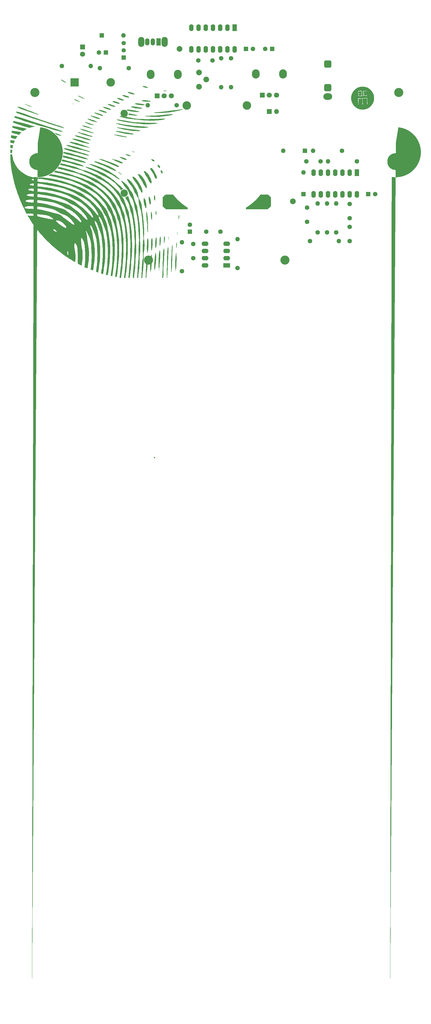
<source format=gts>
%TF.GenerationSoftware,KiCad,Pcbnew,8.0.5*%
%TF.CreationDate,2024-09-18T20:50:49+01:00*%
%TF.ProjectId,theremin,74686572-656d-4696-9e2e-6b696361645f,rev2.1*%
%TF.SameCoordinates,Original*%
%TF.FileFunction,Soldermask,Top*%
%TF.FilePolarity,Negative*%
%FSLAX46Y46*%
G04 Gerber Fmt 4.6, Leading zero omitted, Abs format (unit mm)*
G04 Created by KiCad (PCBNEW 8.0.5) date 2024-09-18 20:50:49*
%MOMM*%
%LPD*%
G01*
G04 APERTURE LIST*
G04 Aperture macros list*
%AMRoundRect*
0 Rectangle with rounded corners*
0 $1 Rounding radius*
0 $2 $3 $4 $5 $6 $7 $8 $9 X,Y pos of 4 corners*
0 Add a 4 corners polygon primitive as box body*
4,1,4,$2,$3,$4,$5,$6,$7,$8,$9,$2,$3,0*
0 Add four circle primitives for the rounded corners*
1,1,$1+$1,$2,$3*
1,1,$1+$1,$4,$5*
1,1,$1+$1,$6,$7*
1,1,$1+$1,$8,$9*
0 Add four rect primitives between the rounded corners*
20,1,$1+$1,$2,$3,$4,$5,0*
20,1,$1+$1,$4,$5,$6,$7,0*
20,1,$1+$1,$6,$7,$8,$9,0*
20,1,$1+$1,$8,$9,$2,$3,0*%
%AMFreePoly0*
4,1,16,1.771875,2.503257,2.343164,1.832298,2.944785,1.188397,3.575459,0.572924,4.233844,-0.012812,4.918538,-0.567565,5.628086,-1.090154,6.360977,-1.579467,6.600000,-1.700000,6.600000,-2.246547,-1.100000,-2.250000,-2.200000,-1.250000,-2.200000,1.950000,-1.200000,2.850000,1.500003,2.850001,1.771875,2.503257,1.771875,2.503257,$1*%
%AMFreePoly1*
4,1,16,1.200000,2.850000,2.200000,1.950000,2.200000,-1.250000,1.100000,-2.250000,-6.600000,-2.246547,-6.600000,-1.700000,-6.360977,-1.579467,-5.628086,-1.090154,-4.918538,-0.567565,-4.233844,-0.012812,-3.575459,0.572924,-2.944785,1.188397,-2.343164,1.832298,-1.771875,2.503257,-1.500003,2.850001,1.200000,2.850000,1.200000,2.850000,$1*%
%AMFreePoly2*
4,1,95,0.880842,5.455805,1.463698,5.377418,2.040017,5.260276,2.607225,5.104902,3.162788,4.911989,3.704226,4.682400,4.229119,4.417159,4.735125,4.117452,5.219982,3.784616,5.681525,3.420139,6.117693,3.025648,6.526539,2.602906,6.906235,2.153799,7.255086,1.680334,7.571534,1.184626,7.854166,0.668889,8.101719,0.135426,8.313088,-0.413381,8.487329,-0.975080,8.623663,-1.547163,
8.721482,-2.127075,8.780349,-2.712225,8.800000,-3.300000,8.780349,-3.887775,8.721482,-4.472925,8.623663,-5.052837,8.487329,-5.624920,8.313088,-6.186619,8.101719,-6.735426,7.854166,-7.268889,7.571534,-7.784626,7.255086,-8.280334,6.906235,-8.753799,6.526539,-9.202906,6.117693,-9.625648,5.681525,-10.020139,5.219982,-10.384616,4.735125,-10.717452,4.229119,-11.017159,3.704226,-11.282400,
3.162788,-11.511989,2.607225,-11.704902,2.040017,-11.860276,1.463698,-11.977418,0.880842,-12.055805,0.294052,-12.095086,-0.294052,-12.095086,-0.880842,-12.055805,-1.463698,-11.977418,-2.040017,-11.860276,-2.607225,-11.704902,-3.162788,-11.511989,-3.704226,-11.282400,-4.229119,-11.017159,-4.735125,-10.717452,-5.219982,-10.384616,-5.681525,-10.020139,-6.117693,-9.625648,-6.526539,-9.202906,-6.906235,-8.753799,
-7.255086,-8.280334,-7.571534,-7.784626,-7.854166,-7.268889,-8.101719,-6.735426,-8.313088,-6.186619,-8.487329,-5.624920,-8.623663,-5.052837,-8.721482,-4.472925,-8.780349,-3.887775,-8.800000,-3.300000,-8.780349,-2.712225,-8.721482,-2.127075,-8.623663,-1.547163,-8.487329,-0.975080,-8.313088,-0.413381,-8.101719,0.135426,-7.854166,0.668889,-7.571534,1.184626,-7.255086,1.680334,-6.906235,2.153799,
-6.526539,2.602906,-6.117693,3.025648,-5.681525,3.420139,-5.219982,3.784616,-4.735125,4.117452,-4.229119,4.417159,-3.704226,4.682400,-3.162788,4.911989,-2.607225,5.104902,-2.040017,5.260276,-1.463698,5.377418,-0.880842,5.455805,-0.294052,5.495086,0.294052,5.495086,0.880842,5.455805,0.880842,5.455805,$1*%
G04 Aperture macros list end*
%ADD10C,0.000000*%
%ADD11C,0.053300*%
%ADD12R,1.600000X1.600000*%
%ADD13O,1.600000X1.600000*%
%ADD14C,1.600000*%
%ADD15R,1.800000X1.800000*%
%ADD16C,1.800000*%
%ADD17C,3.000000*%
%ADD18FreePoly0,0.000000*%
%ADD19FreePoly1,0.000000*%
%ADD20C,2.000000*%
%ADD21C,3.200000*%
%ADD22R,2.400000X1.600000*%
%ADD23O,2.400000X1.600000*%
%ADD24FreePoly2,0.000000*%
%ADD25C,6.000000*%
%ADD26R,1.700000X1.700000*%
%ADD27O,1.700000X1.700000*%
%ADD28R,1.500000X1.500000*%
%ADD29C,1.500000*%
%ADD30R,1.600000X2.400000*%
%ADD31O,1.600000X2.400000*%
%ADD32O,2.200000X3.500000*%
%ADD33R,1.500000X2.500000*%
%ADD34O,1.500000X2.500000*%
%ADD35O,2.720000X3.240000*%
%ADD36O,3.100000X2.300000*%
%ADD37RoundRect,0.650000X-0.650000X-0.650000X0.650000X-0.650000X0.650000X0.650000X-0.650000X0.650000X0*%
%ADD38C,2.600000*%
%ADD39R,3.000000X3.000000*%
G04 APERTURE END LIST*
D10*
G36*
X134324934Y-83666670D02*
G01*
X134407103Y-83671843D01*
X134440168Y-83675970D01*
X134469114Y-83681143D01*
X134492369Y-83687346D01*
X134510969Y-83694060D01*
X134524412Y-83701811D01*
X134532164Y-83710600D01*
X134535261Y-83719900D01*
X134533186Y-83730238D01*
X134526472Y-83741606D01*
X134514586Y-83753493D01*
X134497526Y-83766409D01*
X134475828Y-83780363D01*
X134416914Y-83809813D01*
X134337339Y-83842375D01*
X134237074Y-83877516D01*
X134116682Y-83915755D01*
X133975599Y-83956580D01*
X133553404Y-84063551D01*
X133095549Y-84161215D01*
X132605665Y-84250098D01*
X132087858Y-84329169D01*
X130986113Y-84457320D01*
X129824949Y-84544653D01*
X128637434Y-84589095D01*
X127458174Y-84589095D01*
X126321295Y-84541556D01*
X125778700Y-84499693D01*
X125259855Y-84445441D01*
X124902777Y-84400992D01*
X124658865Y-84365340D01*
X124581350Y-84350355D01*
X124534330Y-84336401D01*
X124521925Y-84330199D01*
X124518309Y-84324515D01*
X124521925Y-84318312D01*
X124533804Y-84313147D01*
X124581350Y-84302290D01*
X124661444Y-84292990D01*
X124923445Y-84273871D01*
X125324461Y-84255270D01*
X125869131Y-84234595D01*
X127062857Y-84186018D01*
X128244169Y-84128660D01*
X129322142Y-84067168D01*
X130205809Y-84005156D01*
X131121000Y-83927641D01*
X132873335Y-83767439D01*
X133445921Y-83715247D01*
X133799376Y-83684759D01*
X133960096Y-83673910D01*
X134101179Y-83667189D01*
X134222609Y-83665121D01*
X134324934Y-83666670D01*
G37*
G36*
X79878653Y-82774741D02*
G01*
X80588690Y-82975241D01*
X81389151Y-83223807D01*
X82249052Y-83511641D01*
X83139952Y-83830489D01*
X84031370Y-84170515D01*
X84192602Y-84233565D01*
X84341948Y-84289892D01*
X84462355Y-84334853D01*
X84507307Y-84350355D01*
X84538313Y-84360686D01*
X84665442Y-84403578D01*
X84855612Y-84471793D01*
X85097456Y-84561713D01*
X85381674Y-84669195D01*
X86558866Y-85089323D01*
X88450224Y-85738379D01*
X90549833Y-86443762D01*
X92349211Y-87033911D01*
X93318144Y-87346548D01*
X94122229Y-87611136D01*
X94775938Y-87831793D01*
X95050337Y-87927908D01*
X95291662Y-88014731D01*
X95502508Y-88093275D01*
X95683889Y-88164587D01*
X95837889Y-88228148D01*
X95966040Y-88285513D01*
X96069395Y-88336668D01*
X96150526Y-88382666D01*
X96210989Y-88424521D01*
X96234243Y-88443640D01*
X96252333Y-88461729D01*
X96281271Y-88505141D01*
X96283339Y-88521674D01*
X96276617Y-88534590D01*
X96237860Y-88550093D01*
X96162931Y-88551131D01*
X95901968Y-88509268D01*
X95485968Y-88405920D01*
X94906675Y-88240034D01*
X94155821Y-88008528D01*
X92106848Y-87340353D01*
X87583609Y-85850004D01*
X85910322Y-85309470D01*
X84918654Y-84999922D01*
X83861876Y-84683150D01*
X82995779Y-84410300D01*
X82126059Y-84117812D01*
X81055838Y-83741087D01*
X80717878Y-83619650D01*
X80402136Y-83502859D01*
X80109129Y-83392271D01*
X79839376Y-83286848D01*
X79593397Y-83187636D01*
X79387114Y-83101126D01*
X79450735Y-82893599D01*
X79515364Y-82686369D01*
X79878653Y-82774741D01*
G37*
G36*
X130134489Y-126766363D02*
G01*
X130147413Y-126774115D01*
X130159803Y-126787032D01*
X130183577Y-126826826D01*
X130205809Y-126883154D01*
X130226484Y-126954985D01*
X130245085Y-127041289D01*
X130261625Y-127139983D01*
X130275572Y-127250052D01*
X130286940Y-127370985D01*
X130294691Y-127500174D01*
X130299864Y-127637633D01*
X130300886Y-127780775D01*
X130298826Y-127929602D01*
X130292616Y-128082053D01*
X130282286Y-128249991D01*
X130269377Y-128418982D01*
X130254896Y-128586920D01*
X130237852Y-128752798D01*
X130200117Y-129070105D01*
X130179457Y-129218420D01*
X130157743Y-129357947D01*
X130135527Y-129486090D01*
X130113310Y-129602377D01*
X130091078Y-129704169D01*
X130069380Y-129789954D01*
X130048185Y-129858679D01*
X130027525Y-129907782D01*
X130017698Y-129924841D01*
X130007887Y-129936713D01*
X129998579Y-129942404D01*
X129989805Y-129942404D01*
X129968611Y-129927939D01*
X129948454Y-129899512D01*
X129914351Y-129804938D01*
X129886442Y-129664893D01*
X129864744Y-129487128D01*
X129849241Y-129277319D01*
X129840452Y-129042715D01*
X129839933Y-128526465D01*
X129861647Y-127992644D01*
X129880766Y-127735304D01*
X129905577Y-127494482D01*
X129935026Y-127275381D01*
X129969633Y-127086249D01*
X130008924Y-126932768D01*
X130053358Y-126822172D01*
X130066801Y-126798926D01*
X130080748Y-126781874D01*
X130094175Y-126769987D01*
X130107618Y-126762755D01*
X130121061Y-126761717D01*
X130134489Y-126766363D01*
G37*
G36*
X128129137Y-204096436D02*
G01*
X128132526Y-204096585D01*
X128135805Y-204096829D01*
X128138971Y-204097166D01*
X128142023Y-204097595D01*
X128144957Y-204098112D01*
X128147769Y-204098716D01*
X128150459Y-204099403D01*
X128153022Y-204100172D01*
X128155456Y-204101019D01*
X128157757Y-204101943D01*
X128159924Y-204102942D01*
X128161954Y-204104012D01*
X128163842Y-204105151D01*
X128165588Y-204106357D01*
X128167188Y-204107627D01*
X128168638Y-204108960D01*
X128169938Y-204110352D01*
X128171082Y-204111801D01*
X128172069Y-204113306D01*
X128172897Y-204114862D01*
X128173561Y-204116468D01*
X128174059Y-204118122D01*
X128174389Y-204119821D01*
X128174548Y-204121563D01*
X128174533Y-204123345D01*
X128174340Y-204125165D01*
X128173968Y-204127020D01*
X128173413Y-204128908D01*
X128172673Y-204130827D01*
X128171744Y-204132774D01*
X128170625Y-204134747D01*
X128169541Y-204136880D01*
X128168764Y-204139303D01*
X128168289Y-204142006D01*
X128168110Y-204144979D01*
X128168615Y-204151691D01*
X128170235Y-204159356D01*
X128172922Y-204167891D01*
X128176632Y-204177212D01*
X128181317Y-204187237D01*
X128186932Y-204197881D01*
X128193430Y-204209062D01*
X128200766Y-204220696D01*
X128208893Y-204232700D01*
X128217766Y-204244991D01*
X128227338Y-204257485D01*
X128237564Y-204270099D01*
X128248396Y-204282750D01*
X128259789Y-204295353D01*
X128275468Y-204312518D01*
X128289381Y-204328349D01*
X128295684Y-204335790D01*
X128301556Y-204342926D01*
X128307000Y-204349770D01*
X128312020Y-204356329D01*
X128316620Y-204362615D01*
X128320801Y-204368638D01*
X128324569Y-204374406D01*
X128327926Y-204379931D01*
X128330875Y-204385223D01*
X128333421Y-204390290D01*
X128335566Y-204395144D01*
X128337314Y-204399794D01*
X128338668Y-204404250D01*
X128339631Y-204408523D01*
X128340208Y-204412621D01*
X128340401Y-204416556D01*
X128340213Y-204420337D01*
X128339649Y-204423974D01*
X128338712Y-204427477D01*
X128337404Y-204430856D01*
X128335730Y-204434122D01*
X128333692Y-204437283D01*
X128331294Y-204440350D01*
X128328540Y-204443333D01*
X128325433Y-204446242D01*
X128321976Y-204449087D01*
X128318173Y-204451878D01*
X128314027Y-204454625D01*
X128306218Y-204459710D01*
X128299565Y-204464358D01*
X128294076Y-204468585D01*
X128289760Y-204472407D01*
X128288045Y-204474171D01*
X128286626Y-204475840D01*
X128285504Y-204477415D01*
X128284681Y-204478899D01*
X128284158Y-204480294D01*
X128283935Y-204481602D01*
X128284014Y-204482824D01*
X128284396Y-204483963D01*
X128285082Y-204485020D01*
X128286072Y-204485998D01*
X128287369Y-204486898D01*
X128288973Y-204487724D01*
X128290884Y-204488475D01*
X128293105Y-204489156D01*
X128295636Y-204489766D01*
X128298479Y-204490310D01*
X128305101Y-204491202D01*
X128312982Y-204491848D01*
X128322129Y-204492264D01*
X128332551Y-204492466D01*
X128336497Y-204492569D01*
X128340395Y-204492776D01*
X128344240Y-204493084D01*
X128348026Y-204493492D01*
X128351748Y-204493996D01*
X128355401Y-204494594D01*
X128358981Y-204495283D01*
X128362482Y-204496061D01*
X128365900Y-204496925D01*
X128369229Y-204497873D01*
X128372464Y-204498901D01*
X128375600Y-204500008D01*
X128378632Y-204501190D01*
X128381555Y-204502445D01*
X128384364Y-204503770D01*
X128387054Y-204505164D01*
X128389621Y-204506622D01*
X128392058Y-204508143D01*
X128394361Y-204509724D01*
X128396525Y-204511362D01*
X128398545Y-204513054D01*
X128400415Y-204514799D01*
X128402132Y-204516593D01*
X128403689Y-204518434D01*
X128405081Y-204520320D01*
X128406305Y-204522247D01*
X128407354Y-204524212D01*
X128408223Y-204526215D01*
X128408908Y-204528251D01*
X128409404Y-204530318D01*
X128409705Y-204532413D01*
X128409806Y-204534535D01*
X128409705Y-204536651D01*
X128409404Y-204538732D01*
X128408908Y-204540776D01*
X128408223Y-204542780D01*
X128407354Y-204544741D01*
X128406305Y-204546657D01*
X128405081Y-204548527D01*
X128403689Y-204550346D01*
X128400415Y-204553825D01*
X128396525Y-204557075D01*
X128392058Y-204560076D01*
X128387054Y-204562808D01*
X128381555Y-204565253D01*
X128375600Y-204567389D01*
X128369229Y-204569197D01*
X128362482Y-204570658D01*
X128355401Y-204571751D01*
X128348026Y-204572457D01*
X128340395Y-204572756D01*
X128332551Y-204572629D01*
X128324280Y-204572511D01*
X128315396Y-204572745D01*
X128305983Y-204573313D01*
X128296124Y-204574201D01*
X128285900Y-204575393D01*
X128275394Y-204576873D01*
X128253868Y-204580636D01*
X128232206Y-204585366D01*
X128221530Y-204588054D01*
X128211067Y-204590938D01*
X128200901Y-204594002D01*
X128191114Y-204597230D01*
X128181787Y-204600606D01*
X128173005Y-204604115D01*
X128159853Y-204609563D01*
X128148361Y-204614047D01*
X128138499Y-204617492D01*
X128130241Y-204619822D01*
X128126704Y-204620544D01*
X128123558Y-204620959D01*
X128120798Y-204621056D01*
X128118422Y-204620827D01*
X128116426Y-204620262D01*
X128114806Y-204619351D01*
X128113558Y-204618085D01*
X128112680Y-204616454D01*
X128112168Y-204614448D01*
X128112019Y-204612059D01*
X128112228Y-204609276D01*
X128112793Y-204606090D01*
X128113709Y-204602491D01*
X128114974Y-204598470D01*
X128118536Y-204589125D01*
X128123449Y-204577976D01*
X128129686Y-204564948D01*
X128137219Y-204549964D01*
X128146020Y-204532948D01*
X128201318Y-204427113D01*
X128074052Y-204537175D01*
X128061224Y-204548248D01*
X128049066Y-204558620D01*
X128037628Y-204568256D01*
X128026961Y-204577117D01*
X128017113Y-204585167D01*
X128008136Y-204592369D01*
X128000078Y-204598687D01*
X127992991Y-204604084D01*
X127986925Y-204608522D01*
X127981928Y-204611965D01*
X127978051Y-204614377D01*
X127976548Y-204615184D01*
X127975344Y-204615719D01*
X127974446Y-204615979D01*
X127973858Y-204615957D01*
X127973683Y-204615839D01*
X127973588Y-204615650D01*
X127973642Y-204615052D01*
X127974025Y-204614160D01*
X127974746Y-204612969D01*
X127975808Y-204611473D01*
X127977220Y-204609669D01*
X127978667Y-204607633D01*
X127979886Y-204605396D01*
X127980882Y-204602968D01*
X127981656Y-204600356D01*
X127982212Y-204597569D01*
X127982554Y-204594614D01*
X127982685Y-204591500D01*
X127982608Y-204588234D01*
X127981843Y-204581280D01*
X127980286Y-204573817D01*
X127977963Y-204565908D01*
X127974901Y-204557619D01*
X127971126Y-204549013D01*
X127966665Y-204540155D01*
X127961543Y-204531109D01*
X127955787Y-204521941D01*
X127949423Y-204512713D01*
X127942478Y-204503490D01*
X127934978Y-204494337D01*
X127926950Y-204485318D01*
X127918390Y-204475658D01*
X127910519Y-204465795D01*
X127903332Y-204455755D01*
X127896826Y-204445563D01*
X127890996Y-204435247D01*
X127885837Y-204424832D01*
X127881346Y-204414345D01*
X127877519Y-204403811D01*
X127874350Y-204393257D01*
X127871836Y-204382709D01*
X127869972Y-204372194D01*
X127868754Y-204361736D01*
X127868178Y-204351363D01*
X127868240Y-204341101D01*
X127868935Y-204330975D01*
X127870259Y-204321013D01*
X127872208Y-204311240D01*
X127874778Y-204301681D01*
X127877963Y-204292365D01*
X127881761Y-204283316D01*
X127886166Y-204274561D01*
X127891175Y-204266126D01*
X127896783Y-204258036D01*
X127902986Y-204250320D01*
X127909779Y-204243001D01*
X127917159Y-204236108D01*
X127925121Y-204229665D01*
X127933660Y-204223699D01*
X127942774Y-204218236D01*
X127952456Y-204213303D01*
X127962703Y-204208925D01*
X127973512Y-204205128D01*
X127981991Y-204202219D01*
X127990236Y-204198971D01*
X127998202Y-204195421D01*
X128005846Y-204191603D01*
X128013126Y-204187550D01*
X128019999Y-204183298D01*
X128026421Y-204178881D01*
X128032350Y-204174334D01*
X128037742Y-204169690D01*
X128040223Y-204167344D01*
X128042555Y-204164985D01*
X128044730Y-204162621D01*
X128046745Y-204160253D01*
X128048593Y-204157888D01*
X128050270Y-204155529D01*
X128051770Y-204153180D01*
X128053087Y-204150846D01*
X128054216Y-204148531D01*
X128055152Y-204146240D01*
X128055889Y-204143976D01*
X128056422Y-204141744D01*
X128056746Y-204139549D01*
X128056855Y-204137394D01*
X128056945Y-204135298D01*
X128057212Y-204133227D01*
X128057652Y-204131185D01*
X128058259Y-204129175D01*
X128059031Y-204127198D01*
X128059962Y-204125258D01*
X128061047Y-204123357D01*
X128062284Y-204121498D01*
X128063666Y-204119684D01*
X128065190Y-204117917D01*
X128068646Y-204114535D01*
X128072615Y-204111375D01*
X128077064Y-204108456D01*
X128081955Y-204105801D01*
X128087254Y-204103431D01*
X128092926Y-204101367D01*
X128098936Y-204099631D01*
X128105247Y-204098243D01*
X128111826Y-204097226D01*
X128118636Y-204096600D01*
X128125642Y-204096386D01*
X128129137Y-204096436D01*
G37*
G36*
X91722891Y-104750143D02*
G01*
X92118734Y-104809569D01*
X92490286Y-104871573D01*
X92862356Y-104941344D01*
X93258711Y-105022993D01*
X94225584Y-105238997D01*
X95076689Y-105435362D01*
X95758307Y-105596602D01*
X96305555Y-105731993D01*
X96753592Y-105851363D01*
X96951513Y-105908202D01*
X97137548Y-105964537D01*
X97492048Y-106082358D01*
X97852751Y-106213103D01*
X98254278Y-106367613D01*
X98571051Y-106487501D01*
X98941572Y-106616171D01*
X99519316Y-106803244D01*
X100457754Y-107100905D01*
X100753347Y-107197012D01*
X101061338Y-107303473D01*
X101393095Y-107424399D01*
X101758970Y-107563925D01*
X102637465Y-107915839D01*
X103781584Y-108392294D01*
X104200171Y-108569548D01*
X104533476Y-108716307D01*
X104675589Y-108781935D01*
X104804266Y-108844984D01*
X104924147Y-108906477D01*
X105036291Y-108968481D01*
X105144300Y-109032568D01*
X105251265Y-109100264D01*
X105359785Y-109173643D01*
X105472960Y-109253744D01*
X105592848Y-109342627D01*
X105723066Y-109441847D01*
X106025900Y-109677489D01*
X106361784Y-109937933D01*
X106712675Y-110207175D01*
X107037199Y-110453154D01*
X107294546Y-110643324D01*
X107552931Y-110836592D01*
X107819586Y-111043295D01*
X108091917Y-111261885D01*
X108368391Y-111490813D01*
X108922880Y-111969855D01*
X109465475Y-112463362D01*
X109978109Y-112955847D01*
X110218405Y-113196135D01*
X110444227Y-113429716D01*
X110654036Y-113655028D01*
X110845236Y-113869482D01*
X111015768Y-114071532D01*
X111163565Y-114258086D01*
X111705648Y-114974325D01*
X112124228Y-115535017D01*
X112293730Y-115768072D01*
X112439978Y-115974776D01*
X112566069Y-116159262D01*
X112674070Y-116326178D01*
X112767599Y-116480177D01*
X112848738Y-116624358D01*
X112920050Y-116763876D01*
X112984129Y-116902373D01*
X113044065Y-117044485D01*
X113102469Y-117194342D01*
X113224936Y-117534376D01*
X113420790Y-118085768D01*
X113500380Y-118300215D01*
X113578405Y-118498656D01*
X113662115Y-118700194D01*
X113758238Y-118922407D01*
X114020758Y-119505827D01*
X114155630Y-119808134D01*
X114267248Y-120074263D01*
X114314795Y-120196745D01*
X114358198Y-120314047D01*
X114397474Y-120428252D01*
X114433134Y-120540396D01*
X114465689Y-120651495D01*
X114495146Y-120764143D01*
X114522017Y-120878355D01*
X114547338Y-120996695D01*
X114593328Y-121249396D01*
X114636740Y-121534125D01*
X114680670Y-121810599D01*
X114745260Y-122187315D01*
X114822775Y-122615195D01*
X114904417Y-123044638D01*
X115055319Y-123893156D01*
X115229986Y-124990248D01*
X115407240Y-126199995D01*
X115566915Y-127385458D01*
X115586546Y-127567358D01*
X115603087Y-127783354D01*
X115627379Y-128380728D01*
X115643400Y-129305746D01*
X115654249Y-130684470D01*
X115669241Y-133418158D01*
X115539007Y-134608786D01*
X115414465Y-135812323D01*
X115297674Y-137034476D01*
X115204657Y-138003409D01*
X115157637Y-138433356D01*
X115109060Y-138839011D01*
X115057898Y-139229681D01*
X115003126Y-139613119D01*
X114943174Y-140000189D01*
X114877035Y-140398093D01*
X114826384Y-140697302D01*
X114785048Y-140948447D01*
X114781874Y-140969122D01*
X114503171Y-140906702D01*
X114224874Y-140842520D01*
X114250715Y-140667319D01*
X114267248Y-140547430D01*
X114280691Y-140449255D01*
X114454840Y-139117560D01*
X114595396Y-138090231D01*
X114663099Y-137594641D01*
X114717871Y-137159018D01*
X114761274Y-136760077D01*
X114795897Y-136375601D01*
X114823286Y-135982352D01*
X114844481Y-135557043D01*
X114862570Y-135077490D01*
X114878065Y-134520422D01*
X114898214Y-133856375D01*
X114921988Y-133220755D01*
X114947317Y-132684866D01*
X114971090Y-132322104D01*
X114988134Y-132052344D01*
X114997961Y-131731436D01*
X115002089Y-131371771D01*
X114998991Y-130985739D01*
X114990210Y-130585257D01*
X114974699Y-130183722D01*
X114953520Y-129792532D01*
X114927160Y-129425116D01*
X114876516Y-128717154D01*
X114815016Y-127727034D01*
X114779364Y-127152396D01*
X114743185Y-126653715D01*
X114702887Y-126208777D01*
X114656378Y-125793303D01*
X114600569Y-125383505D01*
X114531836Y-124956656D01*
X114447599Y-124488982D01*
X114344770Y-123956717D01*
X114278105Y-123627028D01*
X114214026Y-123334532D01*
X114148909Y-123069433D01*
X114080694Y-122820357D01*
X114005247Y-122576445D01*
X113919989Y-122327368D01*
X113821798Y-122061224D01*
X113707075Y-121768225D01*
X113644545Y-121606993D01*
X113579435Y-121428702D01*
X113513807Y-121239577D01*
X113448179Y-121044234D01*
X113385138Y-120847342D01*
X113326231Y-120654074D01*
X113272474Y-120469595D01*
X113226484Y-120299063D01*
X113118490Y-119898054D01*
X113067839Y-119720282D01*
X113017714Y-119555952D01*
X112967588Y-119401953D01*
X112915915Y-119256232D01*
X112862684Y-119117224D01*
X112806356Y-118982344D01*
X112746420Y-118849531D01*
X112681295Y-118717245D01*
X112611021Y-118582373D01*
X112534025Y-118443365D01*
X112449278Y-118297636D01*
X112355734Y-118144156D01*
X112140249Y-117802573D01*
X112069456Y-117689917D01*
X111998655Y-117575194D01*
X111929930Y-117460478D01*
X111864820Y-117349882D01*
X111805906Y-117246016D01*
X111754225Y-117152487D01*
X111712370Y-117071867D01*
X111681875Y-117008826D01*
X111412130Y-116440893D01*
X111113440Y-115883314D01*
X110786848Y-115337607D01*
X110434408Y-114804823D01*
X110057165Y-114286505D01*
X109656164Y-113783697D01*
X109232939Y-113297934D01*
X108788000Y-112830267D01*
X108323950Y-112382239D01*
X107841284Y-111954863D01*
X107341055Y-111549208D01*
X106824804Y-111167319D01*
X106294096Y-110809714D01*
X105749937Y-110478476D01*
X105193907Y-110174094D01*
X104626501Y-109898665D01*
X104506605Y-109842856D01*
X104397055Y-109789625D01*
X104292669Y-109735884D01*
X104187765Y-109678526D01*
X104077177Y-109614958D01*
X103955214Y-109541579D01*
X103817244Y-109455275D01*
X103656530Y-109353476D01*
X103273611Y-109116286D01*
X102879316Y-108888388D01*
X102458670Y-108663596D01*
X101998747Y-108434668D01*
X101486120Y-108194891D01*
X100905798Y-107938055D01*
X100244848Y-107657454D01*
X99489340Y-107345846D01*
X98982916Y-107143797D01*
X98768454Y-107068342D01*
X98528158Y-106995993D01*
X98223272Y-106915388D01*
X97815542Y-106816168D01*
X96535002Y-106517996D01*
X96274550Y-106455466D01*
X95939688Y-106371748D01*
X95574339Y-106278212D01*
X95221388Y-106185194D01*
X94834326Y-106087523D01*
X94376478Y-105980032D01*
X93906218Y-105876166D01*
X93479376Y-105788313D01*
X92810682Y-105656546D01*
X92174543Y-105526327D01*
X90691427Y-105209547D01*
X90788061Y-105168204D01*
X91324980Y-104896902D01*
X91600935Y-104733603D01*
X91722891Y-104750143D01*
G37*
G36*
X132886778Y-130290701D02*
G01*
X132899183Y-130312918D01*
X132921400Y-130395087D01*
X132940519Y-130523764D01*
X132956022Y-130694800D01*
X132976698Y-131150076D01*
X132982893Y-131729880D01*
X132974104Y-132402716D01*
X132948271Y-133137549D01*
X132905897Y-133903387D01*
X132873335Y-134440832D01*
X132840269Y-135089896D01*
X132809782Y-135768408D01*
X132786009Y-136394202D01*
X132766371Y-136951269D01*
X132747252Y-137440131D01*
X132731230Y-137809103D01*
X132720381Y-138004446D01*
X132711073Y-138149130D01*
X132699705Y-138380118D01*
X132687315Y-138665900D01*
X132675947Y-138973898D01*
X132664045Y-139282919D01*
X132651655Y-139568686D01*
X132639769Y-139799689D01*
X132629957Y-139944372D01*
X132584990Y-140432715D01*
X132551405Y-140816153D01*
X132529707Y-141075568D01*
X132523497Y-141152060D01*
X132521437Y-141190298D01*
X132521437Y-141195975D01*
X132520903Y-141199072D01*
X132520384Y-141202170D01*
X132519362Y-141205283D01*
X132518843Y-141207861D01*
X132517805Y-141210959D01*
X132516783Y-141213034D01*
X132515745Y-141215094D01*
X132514708Y-141217169D01*
X132512632Y-141219229D01*
X132510572Y-141221289D01*
X132508512Y-141222845D01*
X132506437Y-141224921D01*
X132504362Y-141226981D01*
X132502821Y-141229056D01*
X132500761Y-141231116D01*
X132498686Y-141233191D01*
X132496626Y-141235251D01*
X132493513Y-141236288D01*
X132490416Y-141237830D01*
X132487837Y-141238867D01*
X132484739Y-141239905D01*
X132481642Y-141240942D01*
X132478544Y-141241965D01*
X132475431Y-141243002D01*
X132472853Y-141243521D01*
X132469755Y-141244559D01*
X132466642Y-141245077D01*
X132463545Y-141245077D01*
X132460447Y-141245581D01*
X132457350Y-141245581D01*
X132447523Y-141244559D01*
X132438734Y-141241461D01*
X132430479Y-141236807D01*
X132423765Y-141228537D01*
X132417555Y-141217688D01*
X132411360Y-141204245D01*
X132406706Y-141186682D01*
X132402571Y-141166006D01*
X132398436Y-141141211D01*
X132395857Y-141112769D01*
X132390684Y-141041464D01*
X132387587Y-140950522D01*
X132385527Y-140837866D01*
X132384474Y-140754141D01*
X132382414Y-140672491D01*
X132380354Y-140594992D01*
X132377775Y-140523672D01*
X132374662Y-140460623D01*
X132371565Y-140407919D01*
X132368467Y-140367605D01*
X132365355Y-140341772D01*
X132364851Y-139957816D01*
X132382414Y-139056052D01*
X132454756Y-136460867D01*
X132484739Y-135362738D01*
X132520903Y-133837256D01*
X132539000Y-133129278D01*
X132560179Y-132525183D01*
X132586027Y-132011526D01*
X132617033Y-131576926D01*
X132634596Y-131385199D01*
X132653715Y-131208990D01*
X132674910Y-131046728D01*
X132698164Y-130896338D01*
X132723478Y-130756827D01*
X132750868Y-130626089D01*
X132780836Y-130503088D01*
X132812880Y-130386816D01*
X132844404Y-130305167D01*
X132858870Y-130286566D01*
X132872831Y-130281393D01*
X132886778Y-130290701D01*
G37*
G36*
X96104017Y-96910826D02*
G01*
X96409430Y-96957335D01*
X96744291Y-97014693D01*
X97103956Y-97083426D01*
X97804174Y-97227087D01*
X98086325Y-97292197D01*
X98367964Y-97365576D01*
X98682669Y-97456015D01*
X99063009Y-97572798D01*
X100154417Y-97922133D01*
X100445356Y-98012053D01*
X100797277Y-98116438D01*
X101166235Y-98221342D01*
X101507307Y-98314360D01*
X102049910Y-98461638D01*
X102540838Y-98602194D01*
X102980597Y-98736037D01*
X103368689Y-98863676D01*
X103543356Y-98925169D01*
X103704588Y-98984602D01*
X103853415Y-99042998D01*
X103988806Y-99099326D01*
X104111280Y-99154097D01*
X104221357Y-99206808D01*
X104317465Y-99258482D01*
X104401190Y-99308096D01*
X104516935Y-99388197D01*
X104584639Y-99452269D01*
X104600660Y-99478110D01*
X104604277Y-99499815D01*
X104597555Y-99517386D01*
X104578955Y-99530821D01*
X104507635Y-99545805D01*
X104392401Y-99544775D01*
X104233755Y-99528235D01*
X104033247Y-99495680D01*
X103510290Y-99385092D01*
X102830740Y-99214560D01*
X102003401Y-98985632D01*
X101036016Y-98699347D01*
X100646376Y-98585142D01*
X100221594Y-98466803D01*
X99812323Y-98358801D01*
X99470739Y-98275084D01*
X98427908Y-98029623D01*
X98018629Y-97929365D01*
X97663610Y-97838415D01*
X97348387Y-97753668D01*
X97058485Y-97670470D01*
X96779432Y-97584685D01*
X96495726Y-97493735D01*
X96307104Y-97430693D01*
X96134512Y-97372298D01*
X95988783Y-97321135D01*
X95999632Y-96999709D01*
X95996016Y-96897391D01*
X96104017Y-96910826D01*
G37*
G36*
X124562750Y-103635474D02*
G01*
X124604605Y-103643233D01*
X124651121Y-103658217D01*
X124701757Y-103680434D01*
X124758085Y-103709898D01*
X124820097Y-103746588D01*
X124887274Y-103791022D01*
X124961164Y-103843214D01*
X125041266Y-103903166D01*
X125128088Y-103971373D01*
X125221617Y-104047858D01*
X125322905Y-104132605D01*
X125480520Y-104269545D01*
X125549765Y-104334662D01*
X125614874Y-104400297D01*
X125677404Y-104469023D01*
X125738905Y-104542914D01*
X125801428Y-104625609D01*
X125866026Y-104718108D01*
X125934240Y-104823523D01*
X126008657Y-104943922D01*
X126179709Y-105240546D01*
X126392096Y-105626578D01*
X126659780Y-106122145D01*
X126725920Y-106253928D01*
X126786894Y-106392935D01*
X126842199Y-106537115D01*
X126892317Y-106684386D01*
X126936247Y-106832709D01*
X126973967Y-106980498D01*
X127004454Y-107125182D01*
X127028746Y-107265745D01*
X127045797Y-107398558D01*
X127054586Y-107523093D01*
X127056646Y-107636267D01*
X127049414Y-107737036D01*
X127043730Y-107781996D01*
X127034430Y-107822829D01*
X127024099Y-107859518D01*
X127010656Y-107891554D01*
X126995680Y-107918936D01*
X126978109Y-107941672D01*
X126958464Y-107958723D01*
X126936247Y-107970618D01*
X126916090Y-107976294D01*
X126894384Y-107978361D01*
X126871649Y-107976294D01*
X126847876Y-107971648D01*
X126796721Y-107949942D01*
X126740385Y-107914282D01*
X126680449Y-107865195D01*
X126616369Y-107802153D01*
X126548666Y-107726187D01*
X126476835Y-107637305D01*
X126401907Y-107535506D01*
X126323881Y-107421294D01*
X126242750Y-107295203D01*
X126159025Y-107157225D01*
X126072729Y-107007368D01*
X125984365Y-106846655D01*
X125893415Y-106675085D01*
X125800917Y-106492667D01*
X125738905Y-106371222D01*
X125667585Y-106238936D01*
X125590078Y-106099928D01*
X125508940Y-105958853D01*
X125426260Y-105819845D01*
X125344099Y-105686514D01*
X125266066Y-105564047D01*
X125194235Y-105456557D01*
X125087774Y-105297919D01*
X124989080Y-105144438D01*
X124900198Y-104999731D01*
X124860411Y-104931525D01*
X124823721Y-104866927D01*
X124790129Y-104805952D01*
X124760145Y-104749625D01*
X124734320Y-104697432D01*
X124712606Y-104650923D01*
X124695555Y-104609587D01*
X124682638Y-104574446D01*
X124674368Y-104546011D01*
X124672819Y-104534132D01*
X124671789Y-104524313D01*
X124671270Y-104519148D01*
X124669195Y-104512427D01*
X124659895Y-104490202D01*
X124645430Y-104460234D01*
X124625784Y-104423025D01*
X124602018Y-104379622D01*
X124575148Y-104331564D01*
X124545179Y-104279883D01*
X124513136Y-104226141D01*
X124483168Y-104175497D01*
X124456297Y-104127959D01*
X124433035Y-104082999D01*
X124412367Y-104041136D01*
X124395315Y-104001868D01*
X124388594Y-103982748D01*
X124381369Y-103964651D01*
X124375677Y-103947089D01*
X124370504Y-103930037D01*
X124366377Y-103913496D01*
X124363279Y-103897993D01*
X124360685Y-103882498D01*
X124358625Y-103866995D01*
X124357588Y-103852522D01*
X124357077Y-103838568D01*
X124357588Y-103824614D01*
X124358625Y-103811697D01*
X124360174Y-103798773D01*
X124362234Y-103785857D01*
X124365347Y-103773459D01*
X124369474Y-103761572D01*
X124374647Y-103750204D01*
X124379301Y-103738837D01*
X124385496Y-103727469D01*
X124392218Y-103716612D01*
X124400488Y-103705756D01*
X124408239Y-103695425D01*
X124432516Y-103670615D01*
X124445959Y-103660803D01*
X124459906Y-103652533D01*
X124474379Y-103645811D01*
X124490400Y-103640646D01*
X124506941Y-103636519D01*
X124523985Y-103634444D01*
X124542601Y-103634444D01*
X124562750Y-103635474D01*
G37*
G36*
X118148665Y-97739714D02*
G01*
X118260290Y-97751601D01*
X118385344Y-97772269D01*
X118520216Y-97799658D01*
X118661818Y-97833250D01*
X118806509Y-97872526D01*
X118951208Y-97915930D01*
X119092794Y-97962958D01*
X119227667Y-98012564D01*
X119352209Y-98063208D01*
X119463316Y-98114889D01*
X119557371Y-98166045D01*
X119631781Y-98215658D01*
X119660208Y-98239424D01*
X119682425Y-98263197D01*
X119701025Y-98288519D01*
X119712919Y-98311774D01*
X119719114Y-98332960D01*
X119719114Y-98351561D01*
X119712919Y-98368101D01*
X119701544Y-98382567D01*
X119685011Y-98394453D01*
X119663305Y-98404791D01*
X119605947Y-98418227D01*
X119532049Y-98423910D01*
X119442648Y-98421843D01*
X119340330Y-98412024D01*
X119227156Y-98394453D01*
X119104681Y-98370169D01*
X118975485Y-98339163D01*
X118841124Y-98301436D01*
X118703680Y-98256995D01*
X118565176Y-98206351D01*
X118427717Y-98150023D01*
X118292845Y-98088530D01*
X118227217Y-98055975D01*
X118167784Y-98025488D01*
X118114561Y-97997061D01*
X118090277Y-97983626D01*
X118067015Y-97970709D01*
X118045828Y-97957793D01*
X118025679Y-97945906D01*
X118007589Y-97934019D01*
X117990538Y-97923170D01*
X117974516Y-97911795D01*
X117960569Y-97901465D01*
X117947645Y-97891127D01*
X117936277Y-97881308D01*
X117925947Y-97872008D01*
X117917158Y-97863219D01*
X117909925Y-97853918D01*
X117904234Y-97845656D01*
X117899069Y-97837385D01*
X117894934Y-97829634D01*
X117892866Y-97821883D01*
X117892355Y-97818266D01*
X117892355Y-97807410D01*
X117892866Y-97803793D01*
X117893904Y-97800177D01*
X117894934Y-97797079D01*
X117895964Y-97793455D01*
X117900106Y-97787260D01*
X117904760Y-97780539D01*
X117910955Y-97774336D01*
X117918707Y-97768652D01*
X117928007Y-97762450D01*
X117950224Y-97752119D01*
X117979170Y-97744368D01*
X118013800Y-97739203D01*
X118053587Y-97737135D01*
X118148665Y-97739714D01*
G37*
G36*
X77499472Y-97788290D02*
G01*
X77693258Y-97797591D01*
X78017782Y-97807410D01*
X78040525Y-97807928D01*
X78080313Y-98200156D01*
X78180052Y-98793394D01*
X78319578Y-99378889D01*
X78497862Y-99954054D01*
X78713865Y-100515257D01*
X78967077Y-101061476D01*
X79256468Y-101589094D01*
X79579962Y-102096037D01*
X79936529Y-102580763D01*
X80325140Y-103040167D01*
X80743200Y-103472693D01*
X81189169Y-103876807D01*
X81660971Y-104249396D01*
X82157064Y-104590468D01*
X82674345Y-104896902D01*
X83211264Y-105168204D01*
X83765234Y-105403334D01*
X84333159Y-105600737D01*
X84913488Y-105759894D01*
X85502600Y-105879279D01*
X86098944Y-105959883D01*
X86698912Y-105999678D01*
X87300421Y-105999678D01*
X87900389Y-105959883D01*
X88490530Y-105880308D01*
X88845030Y-105936636D01*
X90118856Y-106098898D01*
X91014921Y-106213614D01*
X91923399Y-106354697D01*
X92832380Y-106520056D01*
X93731550Y-106706618D01*
X94608503Y-106912794D01*
X95452894Y-107135527D01*
X96253363Y-107372206D01*
X96998022Y-107621283D01*
X97325651Y-107735487D01*
X97697203Y-107861067D01*
X98065657Y-107982504D01*
X98387083Y-108085333D01*
X98835119Y-108226416D01*
X99248014Y-108361288D01*
X99639204Y-108494093D01*
X100021086Y-108630003D01*
X100407118Y-108772635D01*
X100809675Y-108927664D01*
X101716078Y-109292494D01*
X102399237Y-109574133D01*
X102680876Y-109691954D01*
X102928404Y-109797377D01*
X103145964Y-109892462D01*
X103337690Y-109979796D01*
X103507185Y-110060927D01*
X103658598Y-110138441D01*
X103796576Y-110214407D01*
X103924215Y-110290884D01*
X104046690Y-110370467D01*
X104167097Y-110454703D01*
X104290091Y-110546164D01*
X104419790Y-110646933D01*
X104714865Y-110884642D01*
X104952055Y-111073263D01*
X105272444Y-111323386D01*
X105633665Y-111600882D01*
X105993856Y-111874777D01*
X106623274Y-112360525D01*
X106918867Y-112597723D01*
X107203085Y-112832335D01*
X107475935Y-113064879D01*
X107738966Y-113296385D01*
X107992697Y-113527388D01*
X108237646Y-113758894D01*
X108475355Y-113990912D01*
X108705839Y-114225539D01*
X108930105Y-114462202D01*
X109149214Y-114702505D01*
X109363676Y-114946936D01*
X109573996Y-115196013D01*
X109782255Y-115450774D01*
X109987410Y-115712263D01*
X110463346Y-116327727D01*
X110818884Y-116792815D01*
X110959448Y-116980917D01*
X111077780Y-117145247D01*
X111178549Y-117290976D01*
X111262785Y-117421713D01*
X111335127Y-117543158D01*
X111397139Y-117659422D01*
X111452436Y-117775183D01*
X111503599Y-117895598D01*
X111554235Y-118024268D01*
X111605917Y-118166891D01*
X111726316Y-118511053D01*
X111893759Y-118981314D01*
X111968168Y-119179236D01*
X112045164Y-119371985D01*
X112129919Y-119576102D01*
X112229651Y-119806067D01*
X112497335Y-120404997D01*
X112631178Y-120703688D01*
X112736074Y-120947607D01*
X112779486Y-121055083D01*
X112817724Y-121156378D01*
X112851835Y-121254553D01*
X112882330Y-121351195D01*
X112910231Y-121450415D01*
X112936590Y-121553244D01*
X112961386Y-121663313D01*
X112985678Y-121782698D01*
X113037344Y-122060194D01*
X113096266Y-122407461D01*
X113163954Y-122798132D01*
X113234755Y-123199149D01*
X113301939Y-123562949D01*
X113356199Y-123841994D01*
X113445601Y-124310706D01*
X113543264Y-124871397D01*
X113745314Y-126142119D01*
X113923605Y-127398886D01*
X113992338Y-127943037D01*
X114040388Y-128388495D01*
X114058477Y-128768820D01*
X114072950Y-129442679D01*
X114081739Y-130322226D01*
X114084837Y-131321127D01*
X114080694Y-132824911D01*
X114072950Y-133344778D01*
X114055899Y-133784552D01*
X114027990Y-134200018D01*
X113986128Y-134648062D01*
X113847120Y-135863486D01*
X113747908Y-136746634D01*
X113666258Y-137538840D01*
X113587187Y-138316565D01*
X113547918Y-138653494D01*
X113506056Y-138978018D01*
X113458517Y-139305655D01*
X113403738Y-139652914D01*
X113263701Y-140471472D01*
X113237486Y-140617621D01*
X112931246Y-140548964D01*
X112625486Y-140478201D01*
X112637899Y-140394995D01*
X112917471Y-138521201D01*
X112997557Y-137981711D01*
X113062155Y-137516089D01*
X113113317Y-137101141D01*
X113153624Y-136713049D01*
X113185148Y-136328574D01*
X113209944Y-135923941D01*
X113230619Y-135475394D01*
X113249228Y-134960181D01*
X113269896Y-134383993D01*
X113293150Y-133825888D01*
X113316404Y-133349951D01*
X113336554Y-133019736D01*
X113354651Y-132727759D01*
X113367567Y-132403738D01*
X113375319Y-132059058D01*
X113378416Y-131705603D01*
X113375319Y-131354712D01*
X113367567Y-131019339D01*
X113354651Y-130710318D01*
X113336554Y-130440039D01*
X113287466Y-129738272D01*
X113227514Y-128764181D01*
X113156210Y-127716185D01*
X113070425Y-126775664D01*
X113020819Y-126341078D01*
X112966558Y-125927656D01*
X112906607Y-125533888D01*
X112841497Y-125157164D01*
X112770186Y-124795943D01*
X112692671Y-124448675D01*
X112608961Y-124112784D01*
X112518011Y-123786703D01*
X112419294Y-123468375D01*
X112313368Y-123156256D01*
X112199675Y-122848265D01*
X112077208Y-122542334D01*
X112026556Y-122415724D01*
X111971266Y-122269484D01*
X111913389Y-122108252D01*
X111853956Y-121937208D01*
X111795568Y-121762022D01*
X111739241Y-121587874D01*
X111687048Y-121419928D01*
X111641058Y-121263342D01*
X111517027Y-120840636D01*
X111458639Y-120652525D01*
X111401274Y-120478377D01*
X111345465Y-120315596D01*
X111289137Y-120164183D01*
X111232298Y-120021048D01*
X111173895Y-119885657D01*
X111113958Y-119755942D01*
X111050909Y-119630888D01*
X110985281Y-119508414D01*
X110914999Y-119387488D01*
X110840071Y-119266058D01*
X110759970Y-119143576D01*
X110674185Y-119017485D01*
X110581167Y-118886748D01*
X110456114Y-118712073D01*
X110354307Y-118565314D01*
X110310904Y-118500723D01*
X110272146Y-118440268D01*
X110236486Y-118383414D01*
X110204451Y-118329672D01*
X110175001Y-118277472D01*
X110148130Y-118226324D01*
X110122801Y-118175162D01*
X110098516Y-118122961D01*
X110075254Y-118069746D01*
X110052008Y-118013419D01*
X110004454Y-117889906D01*
X109920225Y-117681136D01*
X109819456Y-117459952D01*
X109703711Y-117228964D01*
X109573996Y-116989188D01*
X109430861Y-116742178D01*
X109276335Y-116489996D01*
X109110975Y-116234198D01*
X108936308Y-115975813D01*
X108753378Y-115717947D01*
X108563208Y-115461111D01*
X108366835Y-115206862D01*
X108165815Y-114957785D01*
X107961180Y-114714903D01*
X107753958Y-114479773D01*
X107545179Y-114254462D01*
X107335890Y-114040526D01*
X106805174Y-113520148D01*
X106564879Y-113292258D01*
X106337507Y-113083487D01*
X106120459Y-112891241D01*
X105911169Y-112713995D01*
X105706541Y-112549147D01*
X105503958Y-112395155D01*
X105300360Y-112249945D01*
X105093649Y-112110937D01*
X104880751Y-111977087D01*
X104659048Y-111845831D01*
X104425474Y-111715086D01*
X104177427Y-111582793D01*
X103627081Y-111305815D01*
X103423468Y-111205046D01*
X103221930Y-111103758D01*
X103028654Y-111004027D01*
X102847280Y-110908934D01*
X102684500Y-110821608D01*
X102544966Y-110744086D01*
X102433348Y-110679495D01*
X102355841Y-110630408D01*
X102096937Y-110461417D01*
X101822538Y-110293982D01*
X101527975Y-110126555D01*
X101208097Y-109956541D01*
X100858770Y-109781874D01*
X100474806Y-109598936D01*
X100052099Y-109406187D01*
X99585463Y-109201544D01*
X99009787Y-108955565D01*
X98513174Y-108754034D01*
X98046019Y-108582465D01*
X97558714Y-108424857D01*
X97001638Y-108267233D01*
X96325712Y-108094633D01*
X94418333Y-107642989D01*
X93650419Y-107464705D01*
X93193083Y-107362906D01*
X92745047Y-107274535D01*
X92005041Y-107136046D01*
X91538404Y-107046645D01*
X91047483Y-106950003D01*
X90590658Y-106857504D01*
X90225828Y-106780508D01*
X89576254Y-106651312D01*
X88917379Y-106543318D01*
X88261084Y-106458044D01*
X87620817Y-106395514D01*
X87008963Y-106357794D01*
X86718031Y-106349005D01*
X86438459Y-106345908D01*
X86172842Y-106350043D01*
X85921698Y-106360373D01*
X85687597Y-106377432D01*
X85471594Y-106401717D01*
X85177038Y-106451842D01*
X84968779Y-106510237D01*
X84844755Y-106575354D01*
X84813238Y-106610495D01*
X84801352Y-106647185D01*
X84808584Y-106684904D01*
X84835455Y-106724188D01*
X84943457Y-106805312D01*
X85123297Y-106889548D01*
X85371344Y-106976874D01*
X85683981Y-107064726D01*
X86059156Y-107153616D01*
X86492720Y-107241469D01*
X86982092Y-107328276D01*
X88115873Y-107492605D01*
X89435179Y-107639365D01*
X89903883Y-107686392D01*
X90312643Y-107731352D01*
X90685232Y-107778899D01*
X91046965Y-107833159D01*
X91422132Y-107897757D01*
X91835547Y-107976813D01*
X92874762Y-108192824D01*
X93436483Y-108318396D01*
X93987867Y-108451727D01*
X94557341Y-108603133D01*
X95174360Y-108780386D01*
X95867338Y-108992255D01*
X96666258Y-109247542D01*
X98695593Y-109921408D01*
X99401495Y-110169966D01*
X100099638Y-110436095D01*
X100771948Y-110710509D01*
X101399817Y-110984907D01*
X101964651Y-111252066D01*
X102217337Y-111379706D01*
X102447294Y-111502188D01*
X102652456Y-111618452D01*
X102830229Y-111727492D01*
X102978018Y-111827742D01*
X103093779Y-111919218D01*
X103366110Y-112142454D01*
X103816725Y-112497984D01*
X104368628Y-112926909D01*
X104944830Y-113367705D01*
X105542715Y-113833823D01*
X106090490Y-114290648D01*
X106351965Y-114521124D01*
X106607771Y-114756766D01*
X106859945Y-114999647D01*
X107112135Y-115251822D01*
X107365347Y-115515898D01*
X107622694Y-115794424D01*
X108158064Y-116403693D01*
X108736326Y-117098227D01*
X109376074Y-117897147D01*
X109544539Y-118113142D01*
X109615339Y-118207205D01*
X109678900Y-118295042D01*
X109736258Y-118377737D01*
X109787939Y-118457312D01*
X109834967Y-118535864D01*
X109877859Y-118614416D01*
X109918676Y-118695547D01*
X109957434Y-118781325D01*
X109995680Y-118872275D01*
X110033400Y-118971495D01*
X110114019Y-119200423D01*
X110207037Y-119482573D01*
X110248884Y-119609183D01*
X110297468Y-119748701D01*
X110351210Y-119897017D01*
X110408567Y-120049467D01*
X110466970Y-120201392D01*
X110524847Y-120347632D01*
X110581167Y-120484587D01*
X110633368Y-120607054D01*
X110856604Y-121118658D01*
X111031790Y-121532065D01*
X111104139Y-121709318D01*
X111166670Y-121870024D01*
X111221960Y-122018332D01*
X111269499Y-122155798D01*
X111310850Y-122286024D01*
X111347021Y-122411597D01*
X111379057Y-122535612D01*
X111407476Y-122660673D01*
X111433317Y-122789862D01*
X111458120Y-122926298D01*
X111507215Y-123230666D01*
X111543905Y-123460623D01*
X111589376Y-123728827D01*
X111638464Y-124001166D01*
X111684469Y-124245077D01*
X111827604Y-124995413D01*
X111958868Y-125725088D01*
X112077208Y-126428923D01*
X112182104Y-127102782D01*
X112272535Y-127741507D01*
X112348509Y-128341467D01*
X112408445Y-128896979D01*
X112452375Y-129404440D01*
X112475630Y-129943442D01*
X112483374Y-130672583D01*
X112477697Y-131526800D01*
X112460127Y-132439932D01*
X112432219Y-133345297D01*
X112396048Y-134177283D01*
X112352636Y-134870261D01*
X112304068Y-135357581D01*
X112222418Y-135962179D01*
X112137671Y-136635016D01*
X112051886Y-137357962D01*
X111967138Y-138113470D01*
X111934576Y-138392538D01*
X111893759Y-138703619D01*
X111796087Y-139377478D01*
X111687048Y-140048239D01*
X111650305Y-140255972D01*
X111315174Y-140181019D01*
X110980627Y-140103537D01*
X111094320Y-139422446D01*
X111212141Y-138671591D01*
X111311354Y-137983771D01*
X111391981Y-137357458D01*
X111454504Y-136789526D01*
X111499975Y-136277930D01*
X111527365Y-135820593D01*
X111579046Y-134756064D01*
X111643637Y-133527197D01*
X111663794Y-133139624D01*
X111678778Y-132810446D01*
X111688597Y-132527258D01*
X111693769Y-132277151D01*
X111693769Y-132046667D01*
X111688597Y-131822913D01*
X111679808Y-131593466D01*
X111665861Y-131344900D01*
X111548559Y-129382223D01*
X111483961Y-128426215D01*
X111407995Y-127567862D01*
X111365110Y-127172026D01*
X111318075Y-126796332D01*
X111267950Y-126439253D01*
X111213179Y-126099226D01*
X111153746Y-125775732D01*
X111090185Y-125466185D01*
X111021460Y-125170088D01*
X110948080Y-124885863D01*
X110869009Y-124611464D01*
X110784254Y-124346365D01*
X110693831Y-124088492D01*
X110597708Y-123836836D01*
X110382216Y-123289069D01*
X110289717Y-123045668D01*
X110203939Y-122813124D01*
X110122801Y-122585745D01*
X110043737Y-122356306D01*
X109880957Y-121863821D01*
X109795691Y-121606993D01*
X109711981Y-121371863D01*
X109629805Y-121157927D01*
X109588469Y-121057677D01*
X109547125Y-120962073D01*
X109505789Y-120871123D01*
X109463926Y-120783781D01*
X109422064Y-120700072D01*
X109379698Y-120620482D01*
X109336805Y-120543494D01*
X109292875Y-120470114D01*
X109248961Y-120399313D01*
X109203474Y-120331106D01*
X109159040Y-120269087D01*
X109106848Y-120200362D01*
X109048964Y-120128012D01*
X108986441Y-120052565D01*
X108920805Y-119976088D01*
X108853628Y-119900114D01*
X108785925Y-119825186D01*
X108719267Y-119754393D01*
X108655188Y-119687727D01*
X108595251Y-119627264D01*
X108540464Y-119574553D01*
X108492926Y-119531157D01*
X108453138Y-119498076D01*
X108422644Y-119477408D01*
X108411795Y-119472754D01*
X108404051Y-119470686D01*
X108398878Y-119472754D01*
X108396811Y-119478445D01*
X108396811Y-119481543D01*
X108397329Y-119484648D01*
X108397841Y-119491354D01*
X108398878Y-119498595D01*
X108400946Y-119505316D01*
X108403006Y-119512549D01*
X108404554Y-119519781D01*
X108407660Y-119526495D01*
X108410757Y-119532706D01*
X108413855Y-119538382D01*
X108416960Y-119544585D01*
X108420576Y-119550787D01*
X108424719Y-119555434D01*
X108428846Y-119560606D01*
X108432974Y-119564734D01*
X108435049Y-119566298D01*
X108436598Y-119568358D01*
X108438665Y-119570425D01*
X108440741Y-119572493D01*
X108442801Y-119573523D01*
X108444868Y-119575598D01*
X108446936Y-119577658D01*
X108448996Y-119579726D01*
X108450544Y-119581793D01*
X108452620Y-119583342D01*
X108454687Y-119585417D01*
X108456755Y-119587477D01*
X108457785Y-119589545D01*
X108458815Y-119591612D01*
X108459860Y-119593672D01*
X108460890Y-119595747D01*
X108461920Y-119597296D01*
X108462957Y-119599364D01*
X108463469Y-119601431D01*
X108464506Y-119603499D01*
X108465017Y-119605566D01*
X108466055Y-119607634D01*
X108466055Y-119609694D01*
X108466566Y-119611761D01*
X108466566Y-119613318D01*
X108467085Y-119615385D01*
X108467085Y-119619513D01*
X108466566Y-119621588D01*
X108466055Y-119623656D01*
X108466055Y-119625716D01*
X108465017Y-119627783D01*
X108464506Y-119629332D01*
X108463469Y-119631407D01*
X108462957Y-119633467D01*
X108461920Y-119635535D01*
X108458815Y-119645354D01*
X108457785Y-119660857D01*
X108460890Y-119708914D01*
X108471228Y-119778685D01*
X108488279Y-119869116D01*
X108512564Y-119978667D01*
X108542540Y-120105795D01*
X108578711Y-120249968D01*
X108621084Y-120409132D01*
X108659330Y-120545553D01*
X108703245Y-120686636D01*
X108753897Y-120836493D01*
X108813314Y-120999274D01*
X108882048Y-121179114D01*
X108962667Y-121380133D01*
X109164717Y-121864348D01*
X109313551Y-122217291D01*
X109434469Y-122514944D01*
X109531630Y-122771773D01*
X109572966Y-122889082D01*
X109609655Y-123001738D01*
X109643759Y-123111815D01*
X109674246Y-123220847D01*
X109702665Y-123330916D01*
X109729025Y-123443571D01*
X109779158Y-123684386D01*
X109829794Y-123958784D01*
X109945036Y-124603194D01*
X110053556Y-125193335D01*
X110255606Y-126276991D01*
X110415289Y-127182364D01*
X110536726Y-127952856D01*
X110626127Y-128630850D01*
X110687628Y-129259238D01*
X110726377Y-129881934D01*
X110747061Y-130540289D01*
X110755316Y-131278754D01*
X110756361Y-132152090D01*
X110752218Y-132892096D01*
X110740850Y-133525122D01*
X110721220Y-134075995D01*
X110692274Y-134571051D01*
X110652998Y-135035116D01*
X110601835Y-135494513D01*
X110537764Y-135975104D01*
X110387388Y-137064444D01*
X110247335Y-138135702D01*
X110185324Y-138608023D01*
X110119184Y-139075171D01*
X110050459Y-139526312D01*
X109992918Y-139878699D01*
X109620831Y-139795536D01*
X109249464Y-139709250D01*
X109286680Y-139502539D01*
X109484594Y-138377020D01*
X109601904Y-137674231D01*
X109628775Y-137469076D01*
X109655645Y-137231360D01*
X109705259Y-136673254D01*
X109748144Y-136031439D01*
X109782766Y-135336905D01*
X109796209Y-135048544D01*
X109814299Y-134703360D01*
X109856146Y-134016058D01*
X109880438Y-133408331D01*
X109884054Y-132661093D01*
X109869589Y-131816183D01*
X109837545Y-130916510D01*
X109791037Y-130004919D01*
X109731100Y-129122809D01*
X109659781Y-128314078D01*
X109579168Y-127620062D01*
X109508886Y-127145155D01*
X109431364Y-126703322D01*
X109345587Y-126287848D01*
X109249464Y-125890967D01*
X109140425Y-125505469D01*
X109017447Y-125125128D01*
X108877920Y-124741682D01*
X108720304Y-124348425D01*
X108608168Y-124073508D01*
X108484655Y-123758795D01*
X108364767Y-123443571D01*
X108262968Y-123166075D01*
X108149794Y-122850844D01*
X108053160Y-122588324D01*
X107969961Y-122371283D01*
X107932234Y-122277754D01*
X107896574Y-122192488D01*
X107862989Y-122115485D01*
X107830435Y-122044691D01*
X107798910Y-121979575D01*
X107768431Y-121919638D01*
X107737417Y-121863821D01*
X107706930Y-121811117D01*
X107675406Y-121760474D01*
X107642851Y-121710867D01*
X107509527Y-121521208D01*
X107393248Y-121373411D01*
X107293516Y-121266447D01*
X107210836Y-121198233D01*
X107175695Y-121178595D01*
X107144690Y-121168257D01*
X107118338Y-121167227D01*
X107095594Y-121174979D01*
X107077505Y-121192038D01*
X107063559Y-121217352D01*
X107054770Y-121250944D01*
X107049604Y-121293318D01*
X107051664Y-121402876D01*
X107071829Y-121543944D01*
X107109030Y-121716025D01*
X107163290Y-121917052D01*
X107235640Y-122145972D01*
X107325560Y-122402296D01*
X107433050Y-122683928D01*
X107558615Y-122989851D01*
X107677481Y-123276656D01*
X107774107Y-123526259D01*
X107855238Y-123764487D01*
X107926558Y-124015112D01*
X107994764Y-124302954D01*
X108066076Y-124652808D01*
X108147726Y-125088957D01*
X108244879Y-125636206D01*
X108492926Y-127050581D01*
X108678961Y-128133719D01*
X108811255Y-128962088D01*
X108860350Y-129303686D01*
X108899618Y-129609610D01*
X108929594Y-129889181D01*
X108951818Y-130151694D01*
X108967314Y-130406973D01*
X108977644Y-130663809D01*
X108985411Y-131220877D01*
X108984365Y-131897833D01*
X108978689Y-132619238D01*
X108967314Y-133257452D01*
X108949225Y-133828467D01*
X108923384Y-134348852D01*
X108888769Y-134835638D01*
X108844328Y-135305899D01*
X108789038Y-135775122D01*
X108721861Y-136260367D01*
X108416449Y-138357901D01*
X108303274Y-139129950D01*
X108270041Y-139341772D01*
X107875625Y-139189375D01*
X107482657Y-139033316D01*
X107551901Y-138657111D01*
X107707960Y-137604986D01*
X107828886Y-136540442D01*
X107915190Y-135456793D01*
X107966856Y-134346793D01*
X107984427Y-133204214D01*
X107968924Y-132022375D01*
X107919836Y-130795065D01*
X107858336Y-129762061D01*
X107823721Y-129305228D01*
X107786505Y-128883551D01*
X107744650Y-128492361D01*
X107697630Y-128128043D01*
X107645437Y-127786467D01*
X107586515Y-127463995D01*
X107519857Y-127156004D01*
X107445959Y-126859389D01*
X107362768Y-126568968D01*
X107269751Y-126281645D01*
X107166395Y-125993803D01*
X107051664Y-125700285D01*
X106925070Y-125397978D01*
X106785536Y-125082747D01*
X106726629Y-124951498D01*
X106667196Y-124815062D01*
X106552481Y-124542738D01*
X106500288Y-124415083D01*
X106454290Y-124297781D01*
X106415541Y-124195982D01*
X106385557Y-124112784D01*
X106325094Y-123942251D01*
X106262060Y-123778433D01*
X106196951Y-123622374D01*
X106130278Y-123475615D01*
X106063101Y-123338667D01*
X105996435Y-123212576D01*
X105930296Y-123098898D01*
X105897734Y-123047217D01*
X105866217Y-122998633D01*
X105834684Y-122953688D01*
X105804197Y-122912337D01*
X105774229Y-122875136D01*
X105745291Y-122841544D01*
X105716864Y-122812605D01*
X105690001Y-122787283D01*
X105664160Y-122766615D01*
X105639357Y-122750594D01*
X105616095Y-122739226D01*
X105594397Y-122731985D01*
X105573729Y-122729925D01*
X105555120Y-122733023D01*
X105545820Y-122737158D01*
X105538069Y-122741804D01*
X105522566Y-122755759D01*
X105509130Y-122774878D01*
X105497244Y-122799689D01*
X105493628Y-122815184D01*
X105490530Y-122835348D01*
X105490004Y-122887015D01*
X105496206Y-122952132D01*
X105507574Y-123029646D01*
X105524115Y-123116972D01*
X105544790Y-123212576D01*
X105597494Y-123420317D01*
X105661581Y-123636847D01*
X105732885Y-123847166D01*
X105770094Y-123944838D01*
X105807310Y-124035261D01*
X105844000Y-124116408D01*
X105880171Y-124186163D01*
X105902906Y-124230604D01*
X105926680Y-124284865D01*
X105976797Y-124417677D01*
X106027960Y-124578902D01*
X106080160Y-124764426D01*
X106131315Y-124967512D01*
X106179884Y-125184553D01*
X106224325Y-125408827D01*
X106264120Y-125635687D01*
X106611906Y-127752356D01*
X106793806Y-128868567D01*
X106930746Y-129779105D01*
X107026350Y-130546500D01*
X107060461Y-130894797D01*
X107085257Y-131230688D01*
X107101797Y-131560904D01*
X107111097Y-131893698D01*
X107112646Y-132236319D01*
X107106970Y-132596503D01*
X107077505Y-133400580D01*
X107025839Y-134366934D01*
X106975706Y-134977240D01*
X106889929Y-135739462D01*
X106775717Y-136607108D01*
X106639807Y-137532629D01*
X106489424Y-138471075D01*
X106461020Y-138633353D01*
X106243999Y-138550272D01*
X106027356Y-138466065D01*
X105811147Y-138380751D01*
X105595427Y-138294348D01*
X105646589Y-137987906D01*
X105733915Y-137344534D01*
X105804716Y-136675848D01*
X105862074Y-135951330D01*
X105909620Y-135140021D01*
X105950964Y-134211905D01*
X105957167Y-133809866D01*
X105950964Y-133251761D01*
X105910658Y-131872000D01*
X105845549Y-130476736D01*
X105808340Y-129900030D01*
X105771124Y-129471625D01*
X105745291Y-129252005D01*
X105716345Y-129037543D01*
X105683798Y-128827231D01*
X105648657Y-128621558D01*
X105609900Y-128420538D01*
X105568037Y-128224158D01*
X105522566Y-128031927D01*
X105474508Y-127843825D01*
X105422316Y-127660368D01*
X105367537Y-127481055D01*
X105309141Y-127305868D01*
X105247129Y-127134825D01*
X105182020Y-126967902D01*
X105113806Y-126804602D01*
X105041975Y-126645964D01*
X104966528Y-126490935D01*
X104547430Y-125656874D01*
X104461645Y-125485304D01*
X104376379Y-125312193D01*
X104300940Y-125156645D01*
X104246161Y-125039854D01*
X104223936Y-124992834D01*
X104202749Y-124949423D01*
X104182074Y-124909117D01*
X104161924Y-124871909D01*
X104142805Y-124838316D01*
X104123686Y-124807318D01*
X104105597Y-124779929D01*
X104096815Y-124767004D01*
X104087507Y-124755125D01*
X104078726Y-124744269D01*
X104069937Y-124733939D01*
X104061674Y-124723593D01*
X104053915Y-124714812D01*
X104045660Y-124706541D01*
X104037901Y-124699827D01*
X104029638Y-124692595D01*
X104021879Y-124686903D01*
X104013617Y-124681746D01*
X104005857Y-124676573D01*
X103997595Y-124672957D01*
X103989836Y-124669852D01*
X103982611Y-124667784D01*
X103974859Y-124665724D01*
X103967619Y-124664687D01*
X103960905Y-124664687D01*
X103955740Y-124665205D01*
X103950567Y-124667273D01*
X103946951Y-124669852D01*
X103942816Y-124673987D01*
X103938688Y-124679152D01*
X103935575Y-124684843D01*
X103932478Y-124692076D01*
X103929899Y-124699827D01*
X103925764Y-124717917D01*
X103922667Y-124738585D01*
X103920599Y-124760802D01*
X103920599Y-124785094D01*
X103921629Y-124810416D01*
X103923178Y-124836256D01*
X103927320Y-124862097D01*
X103932478Y-124887411D01*
X103938169Y-124912215D01*
X103946440Y-124935477D01*
X103955214Y-124956656D01*
X103965559Y-124975775D01*
X103987257Y-125017126D01*
X104010519Y-125074995D01*
X104061155Y-125231573D01*
X104115934Y-125433638D01*
X104170195Y-125667204D01*
X104222906Y-125920943D01*
X104269926Y-126181395D01*
X104309721Y-126435126D01*
X104338140Y-126670767D01*
X104398085Y-127216986D01*
X104472494Y-127790594D01*
X104573271Y-128476340D01*
X104712278Y-129361044D01*
X104894697Y-130517050D01*
X104949987Y-130907721D01*
X104986166Y-131230688D01*
X104998564Y-131379523D01*
X105007345Y-131527319D01*
X105018209Y-131841498D01*
X105021818Y-132214621D01*
X105022337Y-132690039D01*
X105018209Y-133311713D01*
X105004767Y-133885321D01*
X104979971Y-134425330D01*
X104942755Y-134945715D01*
X104892630Y-135461447D01*
X104828039Y-135986471D01*
X104747419Y-136535284D01*
X104649748Y-137121802D01*
X104519407Y-137873144D01*
X104259572Y-137774109D01*
X104000422Y-137673508D01*
X103741895Y-137571319D01*
X103483931Y-137467520D01*
X103551626Y-136861349D01*
X103617765Y-135963232D01*
X103657568Y-134986029D01*
X103672026Y-133912711D01*
X103662214Y-132727240D01*
X103629141Y-131413626D01*
X103614157Y-131062231D01*
X103592451Y-130723746D01*
X103564550Y-130398703D01*
X103529921Y-130086569D01*
X103488066Y-129787375D01*
X103440519Y-129501608D01*
X103385748Y-129229788D01*
X103324766Y-128971411D01*
X103257589Y-128726462D01*
X103183691Y-128495978D01*
X103103590Y-128278937D01*
X103016775Y-128076361D01*
X102923758Y-127888266D01*
X102824537Y-127714636D01*
X102719114Y-127554945D01*
X102607496Y-127410254D01*
X102595099Y-127395262D01*
X102583204Y-127380804D01*
X102571325Y-127365813D01*
X102560469Y-127351347D01*
X102549620Y-127337393D01*
X102539801Y-127323431D01*
X102531019Y-127310004D01*
X102521719Y-127297606D01*
X102513967Y-127285712D01*
X102506727Y-127274863D01*
X102501051Y-127264525D01*
X102495878Y-127255743D01*
X102491751Y-127247473D01*
X102488638Y-127240752D01*
X102486578Y-127234557D01*
X102486578Y-127232481D01*
X102486059Y-127230421D01*
X102486059Y-127224737D01*
X102485029Y-127219565D01*
X102482954Y-127214407D01*
X102479857Y-127210783D01*
X102475729Y-127206656D01*
X102471586Y-127203558D01*
X102466940Y-127200445D01*
X102461767Y-127198386D01*
X102455565Y-127196318D01*
X102449888Y-127195792D01*
X102442648Y-127194762D01*
X102435926Y-127194243D01*
X102420431Y-127194762D01*
X102403898Y-127196318D01*
X102386328Y-127200445D01*
X102368757Y-127205618D01*
X102351698Y-127212332D01*
X102334646Y-127220602D01*
X102318625Y-127229384D01*
X102310354Y-127234557D01*
X102303640Y-127239722D01*
X102296408Y-127245405D01*
X102289686Y-127251608D01*
X102283491Y-127257292D01*
X102277288Y-127264525D01*
X102257124Y-127312079D01*
X102242659Y-127392683D01*
X102233877Y-127504301D01*
X102230780Y-127644354D01*
X102240080Y-128000922D01*
X102268499Y-128442755D01*
X102315527Y-128951758D01*
X102379087Y-129507803D01*
X102457640Y-130092261D01*
X102549620Y-130686026D01*
X102652456Y-131361960D01*
X102726866Y-131993429D01*
X102773901Y-132599600D01*
X102786818Y-132898810D01*
X102793020Y-133198019D01*
X102791990Y-133500326D01*
X102784224Y-133807791D01*
X102748579Y-134447562D01*
X102685530Y-135135367D01*
X102595099Y-135889319D01*
X102521200Y-136404028D01*
X102427168Y-136975577D01*
X102078538Y-136780672D01*
X101731681Y-136582722D01*
X101386588Y-136381725D01*
X101043249Y-136177679D01*
X101062376Y-135673315D01*
X101076330Y-134621191D01*
X101070127Y-133513754D01*
X101046354Y-132440954D01*
X101006048Y-131494238D01*
X100949194Y-130763541D01*
X100915609Y-130507742D01*
X100878408Y-130339789D01*
X100853087Y-130259177D01*
X100828276Y-130174948D01*
X100807089Y-130097433D01*
X100797789Y-130063849D01*
X100791067Y-130035940D01*
X100781767Y-129998724D01*
X100770918Y-129959982D01*
X100743528Y-129879355D01*
X100709936Y-129795126D01*
X100671698Y-129708823D01*
X100628805Y-129620978D01*
X100582296Y-129534155D01*
X100533209Y-129448889D01*
X100482565Y-129366721D01*
X100431410Y-129289221D01*
X100380247Y-129217902D01*
X100329596Y-129153311D01*
X100281027Y-129097494D01*
X100257254Y-129073202D01*
X100235037Y-129052008D01*
X100213324Y-129033408D01*
X100192656Y-129017401D01*
X100172506Y-129004996D01*
X100154417Y-128996207D01*
X100137365Y-128990012D01*
X100121344Y-128987936D01*
X100096540Y-128991034D01*
X100072767Y-129000342D01*
X100051069Y-129014807D01*
X100030394Y-129034964D01*
X99993185Y-129091299D01*
X99961668Y-129169318D01*
X99935827Y-129267508D01*
X99915670Y-129384817D01*
X99901716Y-129520727D01*
X99893454Y-129674719D01*
X99890867Y-129845251D01*
X99893965Y-130031805D01*
X99903273Y-130232825D01*
X99918257Y-130448828D01*
X99966314Y-130919089D01*
X100038656Y-131435843D01*
X100112051Y-131891119D01*
X100200926Y-132428030D01*
X100223669Y-132578940D01*
X100243818Y-132740164D01*
X100275854Y-133086920D01*
X100296011Y-133457938D01*
X100304800Y-133840353D01*
X100301695Y-134222754D01*
X100286711Y-134593268D01*
X100260359Y-134939520D01*
X100242270Y-135100226D01*
X100221594Y-135250082D01*
X100153875Y-135665549D01*
X99501628Y-135289040D01*
X98855881Y-134901836D01*
X98216767Y-134504021D01*
X97584415Y-134095682D01*
X96958959Y-133676905D01*
X96340527Y-133247775D01*
X95729252Y-132808379D01*
X95125265Y-132358801D01*
X97383528Y-132358801D01*
X97384047Y-132383078D01*
X97384558Y-132394446D01*
X97385077Y-132405295D01*
X97385595Y-132415640D01*
X97386625Y-132425452D01*
X97387663Y-132434759D01*
X97389212Y-132443549D01*
X97390760Y-132451300D01*
X97392309Y-132459570D01*
X97393866Y-132466788D01*
X97395933Y-132473517D01*
X97397993Y-132480749D01*
X97400061Y-132486441D01*
X97402647Y-132492636D01*
X97405233Y-132497809D01*
X97407812Y-132502447D01*
X97410917Y-132506583D01*
X97414015Y-132510718D01*
X97417631Y-132514334D01*
X97421255Y-132518469D01*
X97424871Y-132521582D01*
X97428999Y-132524680D01*
X97433134Y-132526739D01*
X97437269Y-132528281D01*
X97441923Y-132530356D01*
X97445539Y-132531393D01*
X97448637Y-132533453D01*
X97455359Y-132537588D01*
X97461561Y-132542761D01*
X97467756Y-132547415D01*
X97473448Y-132553610D01*
X97479132Y-132560324D01*
X97484297Y-132567572D01*
X97488951Y-132575308D01*
X97493078Y-132583578D01*
X97497213Y-132591330D01*
X97500319Y-132600638D01*
X97503416Y-132609427D01*
X97505484Y-132618719D01*
X97507032Y-132627508D01*
X97508070Y-132637320D01*
X97508581Y-132647665D01*
X97508581Y-132657492D01*
X97508070Y-132661612D01*
X97507551Y-132665747D01*
X97507032Y-132669363D01*
X97506514Y-132673498D01*
X97506002Y-132677634D01*
X97504965Y-132681769D01*
X97504454Y-132685385D01*
X97503416Y-132688483D01*
X97502386Y-132691580D01*
X97500830Y-132694678D01*
X97499800Y-132697790D01*
X97498762Y-132700369D01*
X97497213Y-132702429D01*
X97495665Y-132704504D01*
X97494116Y-132706580D01*
X97492567Y-132708639D01*
X97491011Y-132710699D01*
X97488951Y-132712775D01*
X97487394Y-132713293D01*
X97485327Y-132714331D01*
X97483778Y-132715353D01*
X97481710Y-132715872D01*
X97479643Y-132716391D01*
X97473448Y-132716391D01*
X97470861Y-132715872D01*
X97468794Y-132715353D01*
X97466726Y-132714331D01*
X97464659Y-132713293D01*
X97453810Y-132707098D01*
X97444502Y-132702948D01*
X97437269Y-132700888D01*
X97431067Y-132700888D01*
X97428999Y-132701407D01*
X97426939Y-132702429D01*
X97425383Y-132704504D01*
X97424353Y-132706580D01*
X97423315Y-132709677D01*
X97422804Y-132712775D01*
X97423834Y-132720526D01*
X97425901Y-132730872D01*
X97429518Y-132743780D01*
X97435202Y-132758246D01*
X97441923Y-132775809D01*
X97450705Y-132795462D01*
X97461042Y-132817160D01*
X97486883Y-132868323D01*
X97500319Y-132895193D01*
X97506514Y-132908118D01*
X97512205Y-132921545D01*
X97517889Y-132933951D01*
X97523054Y-132946356D01*
X97527708Y-132958227D01*
X97532354Y-132969611D01*
X97535971Y-132980460D01*
X97539587Y-132990790D01*
X97542173Y-132999579D01*
X97544760Y-133007330D01*
X97546309Y-133015601D01*
X97547857Y-133021796D01*
X97547857Y-133030585D01*
X97546827Y-133038336D01*
X97545790Y-133046606D01*
X97544760Y-133054358D01*
X97544241Y-133061591D01*
X97543722Y-133068304D01*
X97543722Y-133089499D01*
X97544241Y-133095694D01*
X97544760Y-133101385D01*
X97545271Y-133107581D01*
X97546309Y-133113791D01*
X97547339Y-133118429D01*
X97548376Y-133123602D01*
X97549925Y-133128760D01*
X97551474Y-133132391D01*
X97553030Y-133136526D01*
X97554579Y-133140662D01*
X97556646Y-133144781D01*
X97558714Y-133147375D01*
X97561293Y-133150473D01*
X97563360Y-133152548D01*
X97565947Y-133154608D01*
X97568533Y-133156668D01*
X97571112Y-133157706D01*
X97574217Y-133158224D01*
X97576796Y-133158743D01*
X97579901Y-133158743D01*
X97582998Y-133158224D01*
X97586096Y-133157202D01*
X97589720Y-133156668D01*
X97592817Y-133154608D01*
X97594885Y-133153570D01*
X97597464Y-133152548D01*
X97599531Y-133151511D01*
X97601599Y-133150992D01*
X97603666Y-133150473D01*
X97606253Y-133149954D01*
X97608320Y-133149451D01*
X97615553Y-133149451D01*
X97617621Y-133149954D01*
X97619688Y-133150473D01*
X97622274Y-133150992D01*
X97624342Y-133151511D01*
X97626921Y-133152548D01*
X97628988Y-133153570D01*
X97631056Y-133154089D01*
X97633123Y-133155127D01*
X97635191Y-133156149D01*
X97637777Y-133158224D01*
X97639845Y-133160300D01*
X97641913Y-133162360D01*
X97643461Y-133164419D01*
X97645529Y-133166495D01*
X97647596Y-133168570D01*
X97649145Y-133170111D01*
X97651213Y-133172171D01*
X97652761Y-133174246D01*
X97654310Y-133176321D01*
X97655859Y-133179419D01*
X97657415Y-133182516D01*
X97658445Y-133185095D01*
X97661032Y-133190268D01*
X97663099Y-133192328D01*
X97664129Y-133192847D01*
X97665167Y-133192847D01*
X97665678Y-133192328D01*
X97666716Y-133191290D01*
X97667746Y-133187170D01*
X97668264Y-133181998D01*
X97668783Y-133175268D01*
X97669302Y-133165976D01*
X97668783Y-133143759D01*
X97667234Y-133114813D01*
X97664129Y-133081229D01*
X97659483Y-133042471D01*
X97656897Y-133017660D01*
X97654310Y-132995444D01*
X97652761Y-132974768D01*
X97652243Y-132965979D01*
X97651213Y-132956686D01*
X97651213Y-132948935D01*
X97650694Y-132941183D01*
X97650694Y-132915869D01*
X97651213Y-132910696D01*
X97651731Y-132907080D01*
X97652761Y-132902945D01*
X97653280Y-132899847D01*
X97654310Y-132896750D01*
X97655348Y-132895193D01*
X97655859Y-132894156D01*
X97656378Y-132893118D01*
X97657415Y-132892599D01*
X97657927Y-132892096D01*
X97658445Y-132891577D01*
X97659483Y-132891577D01*
X97659994Y-132891058D01*
X97662062Y-132891058D01*
X97662581Y-132891577D01*
X97663610Y-132892096D01*
X97664648Y-132892096D01*
X97666716Y-132893118D01*
X97668783Y-132895193D01*
X97671362Y-132897253D01*
X97673948Y-132900366D01*
X97676535Y-132903464D01*
X97679113Y-132907599D01*
X97684797Y-132914313D01*
X97689970Y-132919485D01*
X97695135Y-132922583D01*
X97699789Y-132923102D01*
X97704435Y-132922064D01*
X97709089Y-132918967D01*
X97712706Y-132913794D01*
X97716841Y-132907080D01*
X97723555Y-132888480D01*
X97729757Y-132863669D01*
X97733892Y-132833701D01*
X97737509Y-132798559D01*
X97739576Y-132759802D01*
X97740614Y-132717429D01*
X97740095Y-132671957D01*
X97738546Y-132624411D01*
X97734930Y-132575842D01*
X97730276Y-132525702D01*
X97724073Y-132475577D01*
X97715803Y-132425970D01*
X97709089Y-132383597D01*
X97701857Y-132339148D01*
X97695654Y-132294195D01*
X97689970Y-132250281D01*
X97684797Y-132207892D01*
X97680670Y-132169134D01*
X97677565Y-132134512D01*
X97676016Y-132106100D01*
X97675497Y-132099371D01*
X97675497Y-132092139D01*
X97674467Y-132085425D01*
X97673948Y-132078192D01*
X97672918Y-132071982D01*
X97671881Y-132066305D01*
X97670851Y-132060110D01*
X97669302Y-132054419D01*
X97668264Y-132048209D01*
X97666716Y-132043051D01*
X97665167Y-132038397D01*
X97663099Y-132033224D01*
X97661032Y-132028067D01*
X97658964Y-132023413D01*
X97656897Y-132019278D01*
X97654310Y-132015143D01*
X97652243Y-132011008D01*
X97649664Y-132007391D01*
X97646559Y-132004294D01*
X97643980Y-132001196D01*
X97640875Y-131998083D01*
X97637777Y-131994986D01*
X97634672Y-131993429D01*
X97631575Y-131991370D01*
X97627958Y-131989310D01*
X97624342Y-131987234D01*
X97620726Y-131986212D01*
X97617102Y-131985174D01*
X97612974Y-131984137D01*
X97609350Y-131983618D01*
X97605223Y-131983099D01*
X97601088Y-131982581D01*
X97593847Y-131982062D01*
X97590231Y-131981558D01*
X97587133Y-131981558D01*
X97584028Y-131981039D01*
X97581449Y-131980521D01*
X97578863Y-131980002D01*
X97576277Y-131979483D01*
X97574217Y-131978964D01*
X97572149Y-131978461D01*
X97570593Y-131977942D01*
X97569044Y-131976904D01*
X97567495Y-131976385D01*
X97566458Y-131975348D01*
X97565428Y-131974829D01*
X97564909Y-131973807D01*
X97564398Y-131973288D01*
X97563879Y-131972250D01*
X97563879Y-131971213D01*
X97564398Y-131970709D01*
X97564398Y-131969672D01*
X97564909Y-131968634D01*
X97565947Y-131967612D01*
X97566977Y-131966559D01*
X97568014Y-131965536D01*
X97569563Y-131964499D01*
X97571631Y-131963461D01*
X97573179Y-131962439D01*
X97575766Y-131961401D01*
X97577833Y-131960364D01*
X97580412Y-131959341D01*
X97582998Y-131958289D01*
X97586096Y-131957266D01*
X97588163Y-131956229D01*
X97590750Y-131955191D01*
X97593336Y-131953650D01*
X97595404Y-131951590D01*
X97597464Y-131949515D01*
X97600050Y-131947439D01*
X97601599Y-131945380D01*
X97603666Y-131943320D01*
X97605223Y-131941244D01*
X97606771Y-131939688D01*
X97608320Y-131936591D01*
X97610907Y-131931418D01*
X97613485Y-131925223D01*
X97615034Y-131919546D01*
X97616072Y-131913351D01*
X97616591Y-131907660D01*
X97617102Y-131901450D01*
X97616591Y-131894217D01*
X97615553Y-131887503D01*
X97614004Y-131880270D01*
X97612455Y-131877692D01*
X97611418Y-131874579D01*
X97606771Y-131863211D01*
X97601088Y-131853400D01*
X97594885Y-131844092D01*
X97588682Y-131837378D01*
X97581449Y-131831168D01*
X97574217Y-131826529D01*
X97566458Y-131822378D01*
X97558195Y-131819281D01*
X97549925Y-131817221D01*
X97541143Y-131816702D01*
X97532873Y-131816702D01*
X97524084Y-131817740D01*
X97515303Y-131819800D01*
X97507032Y-131822378D01*
X97498762Y-131826529D01*
X97490499Y-131830649D01*
X97482229Y-131835821D01*
X97474478Y-131841498D01*
X97467245Y-131848746D01*
X97460524Y-131855460D01*
X97454321Y-131863730D01*
X97448126Y-131872519D01*
X97442953Y-131881811D01*
X97438307Y-131891638D01*
X97434172Y-131901968D01*
X97431067Y-131912299D01*
X97428999Y-131923147D01*
X97427450Y-131934531D01*
X97426939Y-131946417D01*
X97427450Y-131958289D01*
X97428999Y-131970709D01*
X97432104Y-131983099D01*
X97434172Y-131991888D01*
X97435202Y-131997061D01*
X97436239Y-132001196D01*
X97436758Y-132005331D01*
X97437788Y-132008948D01*
X97438307Y-132013068D01*
X97438818Y-132017203D01*
X97439337Y-132021338D01*
X97439856Y-132024969D01*
X97439856Y-132028067D01*
X97440374Y-132031164D01*
X97440374Y-132039938D01*
X97439856Y-132043051D01*
X97439856Y-132045111D01*
X97439337Y-132047186D01*
X97439337Y-132049246D01*
X97438307Y-132051321D01*
X97437788Y-132053381D01*
X97437269Y-132053900D01*
X97436239Y-132054938D01*
X97435720Y-132055960D01*
X97434690Y-132056998D01*
X97433653Y-132057516D01*
X97432623Y-132058035D01*
X97430037Y-132058035D01*
X97428488Y-132057516D01*
X97426939Y-132056998D01*
X97425383Y-132055960D01*
X97423834Y-132055456D01*
X97422285Y-132055456D01*
X97420736Y-132055960D01*
X97419188Y-132056998D01*
X97416082Y-132061133D01*
X97412985Y-132066809D01*
X97409880Y-132075079D01*
X97406782Y-132084906D01*
X97403685Y-132097311D01*
X97401098Y-132111258D01*
X97395933Y-132143301D01*
X97391279Y-132181540D01*
X97387663Y-132224432D01*
X97385077Y-132270941D01*
X97384047Y-132302466D01*
X97383528Y-132331915D01*
X97383528Y-132358282D01*
X95124228Y-132358282D01*
X94543611Y-131915316D01*
X93970496Y-131463265D01*
X93404982Y-131002229D01*
X92847172Y-130532308D01*
X92297168Y-130053601D01*
X91755072Y-129566206D01*
X91220984Y-129070224D01*
X90695008Y-128565752D01*
X90177245Y-128052891D01*
X89667796Y-127531740D01*
X89166764Y-127002397D01*
X88674250Y-126464963D01*
X88190356Y-125919535D01*
X87715183Y-125366214D01*
X87248834Y-124805099D01*
X86791410Y-124236288D01*
X92481504Y-124236288D01*
X92483572Y-124260573D01*
X92490286Y-124286414D01*
X92500624Y-124313284D01*
X92514570Y-124341704D01*
X92532660Y-124371168D01*
X92553846Y-124401656D01*
X92605009Y-124464697D01*
X92667021Y-124529295D01*
X92737303Y-124594405D01*
X92814817Y-124659003D01*
X92898016Y-124721014D01*
X92983793Y-124779929D01*
X93071646Y-124834189D01*
X93158979Y-124882246D01*
X93244246Y-124923064D01*
X93325895Y-124955107D01*
X93401861Y-124977324D01*
X93436483Y-124984045D01*
X93469557Y-124988188D01*
X93500563Y-124989218D01*
X93528463Y-124987143D01*
X93536215Y-124986113D01*
X93543455Y-124985083D01*
X93550688Y-124984045D01*
X93557402Y-124981985D01*
X93564642Y-124979918D01*
X93571356Y-124978361D01*
X93578077Y-124976294D01*
X93584280Y-124974226D01*
X93590994Y-124972166D01*
X93596678Y-124970099D01*
X93602881Y-124968024D01*
X93608564Y-124965964D01*
X93614248Y-124963896D01*
X93619932Y-124962347D01*
X93625097Y-124960272D01*
X93629751Y-124958205D01*
X93634916Y-124955107D01*
X93639051Y-124952002D01*
X93643705Y-124948904D01*
X93647841Y-124946326D01*
X93651457Y-124943228D01*
X93654554Y-124940123D01*
X93657660Y-124937025D01*
X93660757Y-124933928D01*
X93663343Y-124931334D01*
X93665922Y-124928236D01*
X93667479Y-124925139D01*
X93669027Y-124922034D01*
X93670576Y-124918936D01*
X93671606Y-124916357D01*
X93672125Y-124913252D01*
X93672125Y-124910155D01*
X93670576Y-124895682D01*
X93665922Y-124878622D01*
X93657660Y-124860022D01*
X93647322Y-124839354D01*
X93618383Y-124793364D01*
X93580656Y-124742209D01*
X93534666Y-124686903D01*
X93482992Y-124629545D01*
X93426664Y-124571158D01*
X93367239Y-124512755D01*
X93305738Y-124455916D01*
X93243727Y-124402686D01*
X93183264Y-124353598D01*
X93125387Y-124310187D01*
X93071646Y-124274016D01*
X93023069Y-124246626D01*
X93001364Y-124236288D01*
X92981215Y-124229575D01*
X92963644Y-124225432D01*
X92948141Y-124223372D01*
X92941420Y-124223372D01*
X92934706Y-124222853D01*
X92927984Y-124221815D01*
X92921270Y-124220785D01*
X92914549Y-124218718D01*
X92907835Y-124216658D01*
X92901114Y-124214583D01*
X92894911Y-124211485D01*
X92888708Y-124208906D01*
X92883024Y-124205801D01*
X92877859Y-124202696D01*
X92872694Y-124198569D01*
X92868559Y-124194434D01*
X92865973Y-124192885D01*
X92864424Y-124190817D01*
X92862356Y-124188742D01*
X92860807Y-124186682D01*
X92859259Y-124184614D01*
X92857702Y-124182547D01*
X92852018Y-124175825D01*
X92845305Y-124168593D01*
X92837034Y-124162398D01*
X92827215Y-124157744D01*
X92816366Y-124153609D01*
X92804480Y-124149474D01*
X92791563Y-124146887D01*
X92777609Y-124144827D01*
X92763136Y-124142752D01*
X92748152Y-124141722D01*
X92716627Y-124140684D01*
X92683554Y-124141722D01*
X92650480Y-124145857D01*
X92618444Y-124152052D01*
X92587439Y-124158774D01*
X92558500Y-124168074D01*
X92545576Y-124172728D01*
X92533178Y-124178923D01*
X92521811Y-124184614D01*
X92511992Y-124190817D01*
X92503202Y-124198042D01*
X92495451Y-124204764D01*
X92489767Y-124212004D01*
X92485121Y-124219755D01*
X92482534Y-124228026D01*
X92481504Y-124235777D01*
X86790884Y-124235770D01*
X86332786Y-123642433D01*
X85884697Y-123041724D01*
X85446705Y-122433770D01*
X85018897Y-121818701D01*
X84601361Y-121196644D01*
X84553879Y-121123305D01*
X93472136Y-121123305D01*
X93474203Y-121140356D01*
X93495909Y-121208052D01*
X93534666Y-121284537D01*
X93590475Y-121369284D01*
X93661276Y-121460234D01*
X93844206Y-121660734D01*
X94074171Y-121879324D01*
X94341856Y-122109282D01*
X94636923Y-122344939D01*
X94950598Y-122579024D01*
X95273062Y-122805365D01*
X95595007Y-123017752D01*
X95906614Y-123208968D01*
X96198584Y-123373297D01*
X96461622Y-123504034D01*
X96685377Y-123594466D01*
X96779943Y-123622893D01*
X96860563Y-123638396D01*
X96927740Y-123640463D01*
X96978384Y-123628577D01*
X97013006Y-123602217D01*
X97029028Y-123559843D01*
X97035231Y-123514365D01*
X97039366Y-123488013D01*
X97042982Y-123463202D01*
X97047110Y-123406363D01*
X97042463Y-123344878D01*
X97029547Y-123280272D01*
X97008871Y-123212065D01*
X96980970Y-123141264D01*
X96945311Y-123067366D01*
X96854361Y-122912855D01*
X96738089Y-122750594D01*
X96599081Y-122584196D01*
X96440947Y-122415213D01*
X96265249Y-122246222D01*
X96075598Y-122079314D01*
X95873541Y-121917563D01*
X95662184Y-121763052D01*
X95444624Y-121617842D01*
X95222937Y-121485037D01*
X94999693Y-121366698D01*
X94777487Y-121264899D01*
X94559408Y-121182722D01*
X94440039Y-121144484D01*
X94325315Y-121110892D01*
X94215765Y-121081953D01*
X94111372Y-121057677D01*
X94013189Y-121038039D01*
X93921721Y-121023047D01*
X93878317Y-121017363D01*
X93836973Y-121013235D01*
X93797186Y-121010123D01*
X93759977Y-121008063D01*
X93724318Y-121007544D01*
X93690733Y-121007544D01*
X93659727Y-121009611D01*
X93630270Y-121012717D01*
X93603399Y-121016844D01*
X93579107Y-121021498D01*
X93556891Y-121027693D01*
X93536734Y-121035452D01*
X93519682Y-121044752D01*
X93505209Y-121054571D01*
X93492811Y-121065947D01*
X93483511Y-121078345D01*
X93476789Y-121092291D01*
X93473173Y-121107283D01*
X93472136Y-121122786D01*
X93472136Y-121123305D01*
X84553879Y-121123305D01*
X84553543Y-121122786D01*
X84194183Y-120567726D01*
X83797451Y-119932077D01*
X83411253Y-119289824D01*
X83431410Y-119291884D01*
X83652586Y-119311003D01*
X83900633Y-119327544D01*
X84176062Y-119340987D01*
X84477858Y-119351836D01*
X85136732Y-119372504D01*
X85658148Y-119394728D01*
X86090673Y-119425734D01*
X86288595Y-119446402D01*
X86482382Y-119472754D01*
X86678236Y-119504278D01*
X86881842Y-119542517D01*
X87336592Y-119642775D01*
X87895216Y-119780234D01*
X88606283Y-119962645D01*
X89038298Y-120071165D01*
X89458944Y-120170904D01*
X89864088Y-120261336D01*
X90250113Y-120341956D01*
X90613394Y-120411719D01*
X90950331Y-120469595D01*
X91256773Y-120515585D01*
X91529104Y-120548659D01*
X91637106Y-120560026D01*
X91763716Y-120575018D01*
X91894453Y-120590514D01*
X92012793Y-120605505D01*
X92098059Y-120615835D01*
X92137335Y-120619978D01*
X92174543Y-120621527D01*
X92208647Y-120622557D01*
X92241209Y-120623076D01*
X92271177Y-120622557D01*
X92298567Y-120621527D01*
X92323889Y-120619978D01*
X92347143Y-120615835D01*
X92367811Y-120611708D01*
X92386419Y-120605505D01*
X92402433Y-120598784D01*
X92416388Y-120590514D01*
X92427755Y-120581732D01*
X92437056Y-120572943D01*
X92443777Y-120562094D01*
X92448431Y-120550207D01*
X92450499Y-120537802D01*
X92450499Y-120524374D01*
X92448431Y-120509383D01*
X92443777Y-120493887D01*
X92437056Y-120476828D01*
X92427755Y-120459257D01*
X92416388Y-120440657D01*
X92402433Y-120420508D01*
X92386419Y-120399832D01*
X92368330Y-120378126D01*
X92347662Y-120354872D01*
X92324408Y-120331106D01*
X92299597Y-120306296D01*
X92272215Y-120279944D01*
X92095480Y-120126463D01*
X91906340Y-119982802D01*
X91703253Y-119849478D01*
X91485182Y-119724936D01*
X91250570Y-119609183D01*
X90999418Y-119502219D01*
X90729666Y-119404028D01*
X90440802Y-119313597D01*
X90131254Y-119230917D01*
X89800009Y-119155974D01*
X89446547Y-119087767D01*
X89068792Y-119026274D01*
X88666746Y-118971495D01*
X88238348Y-118922919D01*
X87299902Y-118842825D01*
X86765051Y-118803541D01*
X86254492Y-118762205D01*
X85825575Y-118723967D01*
X85536192Y-118693999D01*
X85295897Y-118671255D01*
X84999784Y-118653166D01*
X84670088Y-118641287D01*
X84330580Y-118635084D01*
X84003981Y-118635596D01*
X83713041Y-118641287D01*
X83481016Y-118654204D01*
X83394201Y-118662985D01*
X83331152Y-118673323D01*
X83236586Y-118695547D01*
X83149252Y-118716727D01*
X83102743Y-118729117D01*
X82818385Y-118169986D01*
X82541851Y-117607019D01*
X82273170Y-117040279D01*
X82012373Y-116469832D01*
X82392195Y-116469832D01*
X82392714Y-116495154D01*
X82399427Y-116520483D01*
X82412352Y-116545805D01*
X82431982Y-116570608D01*
X82458342Y-116594893D01*
X82491415Y-116619185D01*
X82555494Y-116656393D01*
X82631453Y-116691016D01*
X82720343Y-116723051D01*
X82823172Y-116753546D01*
X83074324Y-116807806D01*
X83391615Y-116855345D01*
X83782805Y-116896689D01*
X84254614Y-116932349D01*
X84814787Y-116963866D01*
X85470045Y-116991774D01*
X86156309Y-117020705D01*
X86740767Y-117055334D01*
X87258566Y-117100806D01*
X87742254Y-117162306D01*
X88225431Y-117243956D01*
X88742193Y-117351431D01*
X89326651Y-117489416D01*
X90011885Y-117663046D01*
X93649908Y-118600455D01*
X93809584Y-118642317D01*
X93961515Y-118684172D01*
X94106207Y-118726546D01*
X94242636Y-118769438D01*
X94371305Y-118811812D01*
X94492750Y-118854704D01*
X94605917Y-118897597D01*
X94710821Y-118940481D01*
X94807974Y-118983382D01*
X94897375Y-119026274D01*
X94978506Y-119069678D01*
X95051367Y-119112578D01*
X95115965Y-119155463D01*
X95172293Y-119198355D01*
X95220350Y-119240729D01*
X95241026Y-119261916D01*
X95259626Y-119283629D01*
X95307684Y-119334265D01*
X95384169Y-119405058D01*
X95609472Y-119598845D01*
X95912817Y-119846373D01*
X96269903Y-120129042D01*
X96657988Y-120428763D01*
X97053312Y-120727454D01*
X97433134Y-121006514D01*
X97773169Y-121247847D01*
X97932844Y-121359465D01*
X98089430Y-121472113D01*
X98226370Y-121572363D01*
X98281149Y-121613715D01*
X98324553Y-121646788D01*
X98491468Y-121773901D01*
X98684225Y-121913435D01*
X98890410Y-122056067D01*
X99096083Y-122193526D01*
X99289358Y-122318068D01*
X99456785Y-122419867D01*
X99526548Y-122460173D01*
X99585463Y-122491698D01*
X99630934Y-122513396D01*
X99661940Y-122524245D01*
X99723440Y-122533034D01*
X99773046Y-122528906D01*
X99810766Y-122513914D01*
X99837126Y-122487555D01*
X99852110Y-122450865D01*
X99856764Y-122404356D01*
X99851591Y-122348547D01*
X99836607Y-122284476D01*
X99779249Y-122132544D01*
X99688299Y-121953741D01*
X99567373Y-121753233D01*
X99420614Y-121535162D01*
X99250082Y-121305205D01*
X99059912Y-121067496D01*
X98854239Y-120827711D01*
X98635649Y-120590002D01*
X98407751Y-120359526D01*
X98174177Y-120141966D01*
X97938536Y-119940947D01*
X97703924Y-119762144D01*
X97482229Y-119608145D01*
X97277075Y-119474821D01*
X97176306Y-119414366D01*
X97075537Y-119357008D01*
X96972700Y-119301703D01*
X96866247Y-119248488D01*
X96754629Y-119195776D01*
X96636801Y-119143576D01*
X96375319Y-119036093D01*
X96068876Y-118920332D01*
X95706625Y-118790625D01*
X95519560Y-118723967D01*
X95365042Y-118665564D01*
X95296316Y-118637663D01*
X95231718Y-118609755D01*
X95169195Y-118580824D01*
X95107695Y-118550848D01*
X95046202Y-118518294D01*
X94983160Y-118483153D01*
X94916494Y-118443877D01*
X94845694Y-118400984D01*
X94684988Y-118298155D01*
X94489645Y-118169997D01*
X94206976Y-117989645D01*
X93923788Y-117821692D01*
X93637503Y-117664595D01*
X93346045Y-117518866D01*
X93046843Y-117382963D01*
X92738852Y-117256354D01*
X92418974Y-117139044D01*
X92086180Y-117030012D01*
X91737364Y-116928206D01*
X91370977Y-116833647D01*
X90985472Y-116745276D01*
X90577742Y-116662596D01*
X90146757Y-116585593D01*
X89689421Y-116512213D01*
X88688971Y-116376822D01*
X87974279Y-116287932D01*
X87278204Y-116199576D01*
X86730429Y-116129805D01*
X86373861Y-116086912D01*
X86278265Y-116075034D01*
X86180593Y-116062117D01*
X86092741Y-116048674D01*
X86056051Y-116042471D01*
X86026083Y-116036787D01*
X85908255Y-116024382D01*
X85692251Y-116010435D01*
X85088156Y-115984076D01*
X84461317Y-115965994D01*
X84216375Y-115962897D01*
X84058760Y-115964957D01*
X83951788Y-115972197D01*
X83846884Y-115979948D01*
X83744047Y-115990286D01*
X83643797Y-116001135D01*
X83546644Y-116013533D01*
X83452078Y-116027487D01*
X83360609Y-116042471D01*
X83272245Y-116058493D01*
X83186979Y-116075545D01*
X83105330Y-116093634D01*
X83027296Y-116112753D01*
X82952887Y-116132391D01*
X82882086Y-116153578D01*
X82815939Y-116174765D01*
X82753927Y-116196982D01*
X82696051Y-116220244D01*
X82642828Y-116243498D01*
X82594252Y-116267264D01*
X82550322Y-116291556D01*
X82511564Y-116316351D01*
X82477980Y-116341688D01*
X82449553Y-116367003D01*
X82426817Y-116392325D01*
X82409246Y-116417647D01*
X82397879Y-116443487D01*
X82392195Y-116468802D01*
X82011847Y-116468794D01*
X81640813Y-115700632D01*
X81284464Y-114925823D01*
X80952974Y-114167654D01*
X82693464Y-114167654D01*
X82695021Y-114211066D01*
X82714659Y-114253958D01*
X82753927Y-114297362D01*
X82812841Y-114340254D01*
X82891905Y-114382117D01*
X82991644Y-114423453D01*
X83113081Y-114463759D01*
X83256224Y-114502516D01*
X83422102Y-114539206D01*
X83611242Y-114574866D01*
X83824667Y-114607413D01*
X84003462Y-114630156D01*
X84221540Y-114652891D01*
X84765692Y-114698881D01*
X85438002Y-114744368D01*
X86219351Y-114786734D01*
X86980032Y-114830145D01*
X87656988Y-114884405D01*
X88280210Y-114953657D01*
X88878622Y-115043562D01*
X89482718Y-115158804D01*
X90121435Y-115305052D01*
X90824240Y-115486952D01*
X91621603Y-115709166D01*
X92589506Y-115983046D01*
X93429762Y-116217657D01*
X94063833Y-116395949D01*
X94638990Y-116566473D01*
X95154722Y-116728735D01*
X95608961Y-116882735D01*
X95812048Y-116956114D01*
X95999632Y-117026915D01*
X96171202Y-117095633D01*
X96326742Y-117161787D01*
X96465239Y-117225348D01*
X96587194Y-117286322D01*
X96692610Y-117344206D01*
X96780981Y-117399496D01*
X96885885Y-117474943D01*
X97025412Y-117579848D01*
X97186125Y-117704382D01*
X97353552Y-117836684D01*
X97514784Y-117965872D01*
X97654829Y-118081107D01*
X97760252Y-118171027D01*
X97795385Y-118203589D01*
X97817091Y-118225287D01*
X97874456Y-118271277D01*
X98013983Y-118377219D01*
X98456846Y-118707945D01*
X98975676Y-119093962D01*
X99396322Y-119409193D01*
X99737387Y-119668608D01*
X100017988Y-119888235D01*
X100257765Y-120082533D01*
X100475325Y-120267027D01*
X100690298Y-120457198D01*
X100921820Y-120668036D01*
X101407057Y-121113997D01*
X101621504Y-121302618D01*
X101808065Y-121448866D01*
X101966711Y-121554282D01*
X102035437Y-121592528D01*
X102097448Y-121620947D01*
X102152227Y-121640585D01*
X102200285Y-121650404D01*
X102241110Y-121651434D01*
X102275221Y-121644713D01*
X102301580Y-121628699D01*
X102321730Y-121604407D01*
X102334127Y-121572363D01*
X102340330Y-121532576D01*
X102339300Y-121484518D01*
X102331549Y-121429747D01*
X102315527Y-121367216D01*
X102292784Y-121297453D01*
X102226126Y-121138289D01*
X102130529Y-120953284D01*
X102006498Y-120743994D01*
X101854055Y-120512488D01*
X101672667Y-120259787D01*
X101462347Y-119988486D01*
X101256674Y-119739928D01*
X101041700Y-119494978D01*
X100818457Y-119254683D01*
X100588499Y-119020583D01*
X100353888Y-118793211D01*
X100115660Y-118575133D01*
X99875883Y-118366362D01*
X99636106Y-118168951D01*
X99397871Y-117983954D01*
X99162230Y-117812392D01*
X98931753Y-117656325D01*
X98707480Y-117516287D01*
X98491468Y-117393813D01*
X98284765Y-117290465D01*
X98089430Y-117207266D01*
X97907011Y-117145247D01*
X97840864Y-117124579D01*
X97765417Y-117097197D01*
X97591269Y-117027426D01*
X97393347Y-116939062D01*
X97179403Y-116837256D01*
X96958746Y-116725638D01*
X96739119Y-116608336D01*
X96529829Y-116489996D01*
X96338629Y-116373724D01*
X96000669Y-116171149D01*
X95627562Y-115964957D01*
X95230688Y-115760329D01*
X94820890Y-115563437D01*
X94409033Y-115377913D01*
X94005957Y-115210486D01*
X93623030Y-115064757D01*
X93271116Y-114946936D01*
X92935736Y-114847197D01*
X92607077Y-114758833D01*
X92262907Y-114676665D01*
X91879988Y-114597082D01*
X91436087Y-114515433D01*
X90907438Y-114427061D01*
X89506491Y-114212096D01*
X88062651Y-113999182D01*
X87070463Y-113860174D01*
X86700460Y-113812117D01*
X86391951Y-113775946D01*
X86127882Y-113748556D01*
X85890173Y-113727888D01*
X85639540Y-113711356D01*
X85395109Y-113699461D01*
X84926924Y-113691717D01*
X84490255Y-113702048D01*
X84089766Y-113728926D01*
X83729582Y-113770262D01*
X83566801Y-113796095D01*
X83415907Y-113824522D01*
X83277411Y-113855528D01*
X83152357Y-113888602D01*
X83040731Y-113924254D01*
X82943579Y-113961462D01*
X82861937Y-114000738D01*
X82795271Y-114041045D01*
X82744627Y-114082388D01*
X82711035Y-114124762D01*
X82694502Y-114167654D01*
X82693464Y-114167654D01*
X80952974Y-114167654D01*
X80942886Y-114144581D01*
X80616164Y-113357117D01*
X80304384Y-112563644D01*
X80132270Y-112100073D01*
X83152357Y-112100073D01*
X83158041Y-112133154D01*
X83176641Y-112166228D01*
X83207129Y-112198782D01*
X83305319Y-112262862D01*
X83451559Y-112325384D01*
X83646383Y-112385336D01*
X83888227Y-112443724D01*
X84176580Y-112499533D01*
X84511442Y-112553282D01*
X84891783Y-112603926D01*
X85787855Y-112697974D01*
X86859106Y-112779623D01*
X87775328Y-112844733D01*
X88565458Y-112917082D01*
X89274458Y-113004416D01*
X89612944Y-113056616D01*
X89947805Y-113116034D01*
X90630453Y-113259695D01*
X91367872Y-113443663D01*
X92205030Y-113677244D01*
X93186888Y-113968695D01*
X94140829Y-114256026D01*
X94730459Y-114431204D01*
X95222937Y-114579512D01*
X95735563Y-114741774D01*
X96247679Y-114911276D01*
X96738607Y-115080778D01*
X97188192Y-115243033D01*
X97575766Y-115390318D01*
X97880652Y-115515898D01*
X97995375Y-115568602D01*
X98081678Y-115612524D01*
X98181410Y-115669379D01*
X98273397Y-115724661D01*
X98366926Y-115786673D01*
X98471319Y-115860571D01*
X98596373Y-115954108D01*
X98750372Y-116073996D01*
X99184454Y-116419195D01*
X99493475Y-116663626D01*
X99862448Y-116950423D01*
X100245367Y-117244467D01*
X100595221Y-117509055D01*
X100985380Y-117803603D01*
X101321791Y-118064055D01*
X101616858Y-118301764D01*
X101884550Y-118528113D01*
X102138281Y-118755484D01*
X102390974Y-118994742D01*
X102656584Y-119258292D01*
X102947531Y-119556479D01*
X103145445Y-119761114D01*
X103326834Y-119945593D01*
X103491171Y-120110442D01*
X103640509Y-120257208D01*
X103774870Y-120385367D01*
X103894758Y-120495947D01*
X103950048Y-120545042D01*
X104001730Y-120590002D01*
X104049788Y-120630308D01*
X104095259Y-120666998D01*
X104138159Y-120699553D01*
X104177427Y-120728499D01*
X104214117Y-120753294D01*
X104248228Y-120774489D01*
X104279745Y-120792052D01*
X104308165Y-120806006D01*
X104334524Y-120816344D01*
X104358809Y-120823065D01*
X104380514Y-120826163D01*
X104399641Y-120826163D01*
X104408934Y-120825125D01*
X104416685Y-120823065D01*
X104424955Y-120820479D01*
X104432707Y-120816344D01*
X104439947Y-120812208D01*
X104446661Y-120807043D01*
X104458548Y-120794638D01*
X104468367Y-120779135D01*
X104476637Y-120761046D01*
X104489035Y-120716093D01*
X104495237Y-120664938D01*
X104494207Y-120608084D01*
X104485937Y-120546072D01*
X104451315Y-120405516D01*
X104391371Y-120245833D01*
X104308165Y-120067557D01*
X104202238Y-119873244D01*
X104075109Y-119663954D01*
X103927824Y-119441756D01*
X103761435Y-119208174D01*
X103576948Y-118964255D01*
X103375410Y-118712591D01*
X103158369Y-118453696D01*
X102926855Y-118190665D01*
X102681906Y-117924017D01*
X102424047Y-117655295D01*
X102155325Y-117387099D01*
X101792044Y-117038794D01*
X101624609Y-116885832D01*
X101464415Y-116744757D01*
X101308866Y-116614012D01*
X101156424Y-116492575D01*
X101003981Y-116378378D01*
X100849974Y-116270361D01*
X100691854Y-116167532D01*
X100528036Y-116067274D01*
X100355955Y-115969092D01*
X100173536Y-115870901D01*
X99978201Y-115771689D01*
X99767874Y-115669882D01*
X99295553Y-115451819D01*
X99133810Y-115377394D01*
X98962240Y-115295233D01*
X98786024Y-115207388D01*
X98610327Y-115117468D01*
X98440313Y-115027548D01*
X98281149Y-114940733D01*
X98138006Y-114859083D01*
X98016562Y-114786223D01*
X97547857Y-114507681D01*
X97056929Y-114238966D01*
X96551024Y-113983168D01*
X96035292Y-113742873D01*
X95516455Y-113521185D01*
X95001761Y-113320677D01*
X94496367Y-113144453D01*
X94006987Y-112995116D01*
X93457670Y-112864378D01*
X92622580Y-112693846D01*
X90449064Y-112294897D01*
X88195974Y-111921797D01*
X87261145Y-111784338D01*
X86573332Y-111699583D01*
X86372831Y-111682532D01*
X86161474Y-111669615D01*
X85714476Y-111656172D01*
X85253515Y-111657729D01*
X84798765Y-111673743D01*
X84371916Y-111702689D01*
X84175550Y-111721808D01*
X83993132Y-111743513D01*
X83828802Y-111768317D01*
X83683592Y-111795706D01*
X83561636Y-111825674D01*
X83464483Y-111857718D01*
X83311522Y-111927992D01*
X83210234Y-111997755D01*
X83178709Y-112032385D01*
X83159590Y-112065977D01*
X83152868Y-112100073D01*
X83152357Y-112100073D01*
X80132270Y-112100073D01*
X80007632Y-111764376D01*
X79725994Y-110959523D01*
X79459555Y-110149298D01*
X83668089Y-110149298D01*
X83674284Y-110187018D01*
X83697027Y-110225256D01*
X83736815Y-110263495D01*
X83792105Y-110302252D01*
X83950239Y-110379774D01*
X84169867Y-110456763D01*
X84448401Y-110532736D01*
X84783781Y-110605597D01*
X85173933Y-110675871D01*
X85616285Y-110741507D01*
X86108244Y-110802489D01*
X86648268Y-110857268D01*
X87233763Y-110904806D01*
X88283308Y-110988516D01*
X89203665Y-111081023D01*
X90037725Y-111191092D01*
X90828886Y-111326994D01*
X91619535Y-111497015D01*
X92453596Y-111709402D01*
X93373434Y-111972433D01*
X94421949Y-112294386D01*
X96274031Y-112876776D01*
X97149946Y-113159445D01*
X97534941Y-113289671D01*
X97889441Y-113415243D01*
X98215521Y-113537207D01*
X98516790Y-113657095D01*
X98796881Y-113776465D01*
X99058363Y-113896864D01*
X99304342Y-114019858D01*
X99537916Y-114146468D01*
X99762709Y-114278754D01*
X99981298Y-114418288D01*
X100197310Y-114566077D01*
X100413839Y-114723692D01*
X100633459Y-114893195D01*
X100859800Y-115075095D01*
X101054617Y-115230124D01*
X101339354Y-115452322D01*
X101676809Y-115711226D01*
X102028715Y-115977873D01*
X102525328Y-116357703D01*
X102962515Y-116706519D01*
X103364561Y-117048613D01*
X103756781Y-117405691D01*
X104162436Y-117802054D01*
X104606337Y-118259917D01*
X105113287Y-118803023D01*
X105707571Y-119454153D01*
X105930807Y-119687216D01*
X106113226Y-119852576D01*
X106189711Y-119910979D01*
X106256887Y-119953863D01*
X106314245Y-119981764D01*
X106362310Y-119995207D01*
X106401068Y-119995207D01*
X106431036Y-119982283D01*
X106451704Y-119955939D01*
X106464109Y-119918204D01*
X106468245Y-119868597D01*
X106463079Y-119808134D01*
X106429487Y-119656721D01*
X106363859Y-119467589D01*
X106268774Y-119245894D01*
X106144239Y-118996298D01*
X105992308Y-118721892D01*
X105814016Y-118428892D01*
X105610418Y-118120901D01*
X105383040Y-117802054D01*
X105133436Y-117477019D01*
X104898825Y-117189177D01*
X104663710Y-116913733D01*
X104428061Y-116650183D01*
X104190344Y-116398009D01*
X103950567Y-116156676D01*
X103708731Y-115926207D01*
X103463255Y-115705023D01*
X103213659Y-115493674D01*
X102960447Y-115291098D01*
X102701544Y-115096793D01*
X102437475Y-114911276D01*
X102167219Y-114732474D01*
X101890226Y-114561423D01*
X101605490Y-114396574D01*
X101313520Y-114237936D01*
X101012770Y-114084975D01*
X100790556Y-113974387D01*
X100564726Y-113859145D01*
X100127028Y-113631254D01*
X99928076Y-113524283D01*
X99750311Y-113426611D01*
X99600447Y-113341864D01*
X99484694Y-113273138D01*
X99048544Y-113010619D01*
X98616011Y-112765677D01*
X98182959Y-112536223D01*
X97745779Y-112321776D01*
X97299292Y-112120741D01*
X96840406Y-111931616D01*
X96363951Y-111753332D01*
X95865789Y-111583838D01*
X95342306Y-111422606D01*
X94788855Y-111267577D01*
X93576010Y-110971983D01*
X92193144Y-110686217D01*
X90607199Y-110398894D01*
X89741102Y-110247992D01*
X88959753Y-110107954D01*
X88631605Y-110050078D01*
X88272970Y-109988585D01*
X87927259Y-109932257D01*
X87636320Y-109887297D01*
X87307142Y-109848028D01*
X86917501Y-109816496D01*
X86490652Y-109793768D01*
X86048819Y-109779806D01*
X85615255Y-109774634D01*
X85212179Y-109779806D01*
X84861814Y-109795317D01*
X84714018Y-109807196D01*
X84587927Y-109821661D01*
X84254095Y-109876952D01*
X83997778Y-109938452D01*
X83815878Y-110004591D01*
X83752836Y-110039229D01*
X83706839Y-110075392D01*
X83678938Y-110111578D01*
X83668089Y-110148772D01*
X79459524Y-110148711D01*
X79316042Y-109708731D01*
X79177098Y-109267354D01*
X79042691Y-108824580D01*
X78912817Y-108380408D01*
X84236525Y-108380408D01*
X84246862Y-108412443D01*
X84270117Y-108445525D01*
X84305258Y-108479117D01*
X84353315Y-108513213D01*
X84414808Y-108547842D01*
X84518683Y-108594862D01*
X84648390Y-108642409D01*
X84984282Y-108736975D01*
X85414236Y-108831023D01*
X85931517Y-108923521D01*
X86529409Y-109012923D01*
X87200171Y-109098196D01*
X87937078Y-109178297D01*
X88733412Y-109252196D01*
X89117369Y-109286818D01*
X89482199Y-109325056D01*
X89834120Y-109366911D01*
X90179831Y-109413428D01*
X90526068Y-109466132D01*
X90879530Y-109526076D01*
X91247465Y-109593252D01*
X91636076Y-109669737D01*
X92631880Y-109876448D01*
X93028234Y-109967902D01*
X93403410Y-110062994D01*
X93792532Y-110171515D01*
X94230230Y-110302779D01*
X95391920Y-110670706D01*
X97111708Y-111222098D01*
X97545790Y-111365248D01*
X98011915Y-111526472D01*
X98474417Y-111693388D01*
X98897650Y-111853583D01*
X99562719Y-112114035D01*
X99841772Y-112225653D01*
X100090338Y-112327452D01*
X100311514Y-112420988D01*
X100509947Y-112508833D01*
X100688238Y-112592558D01*
X100850500Y-112674208D01*
X101000875Y-112755331D01*
X101142469Y-112838019D01*
X101279417Y-112924315D01*
X101414808Y-113016302D01*
X101552778Y-113115523D01*
X101697477Y-113224043D01*
X102018904Y-113476225D01*
X102364615Y-113749594D01*
X102776480Y-114071013D01*
X103203848Y-114401236D01*
X103594000Y-114699927D01*
X104094229Y-115091116D01*
X104573790Y-115489538D01*
X105038359Y-115901396D01*
X105494658Y-116332892D01*
X105948896Y-116789717D01*
X106407789Y-117278578D01*
X106876486Y-117805151D01*
X107362768Y-118376189D01*
X107449575Y-118479018D01*
X107540525Y-118583922D01*
X107631994Y-118688307D01*
X107722425Y-118789076D01*
X107808729Y-118882613D01*
X107887800Y-118966849D01*
X107957037Y-119038672D01*
X108014410Y-119094488D01*
X108039206Y-119118254D01*
X108062979Y-119140997D01*
X108085714Y-119163214D01*
X108107420Y-119184912D01*
X108128088Y-119205588D01*
X108147207Y-119225745D01*
X108164778Y-119244345D01*
X108180799Y-119261916D01*
X108195265Y-119277937D01*
X108208189Y-119292921D01*
X108218527Y-119305846D01*
X108227827Y-119317206D01*
X108234549Y-119325995D01*
X108236609Y-119330122D01*
X108238676Y-119333227D01*
X108239706Y-119336333D01*
X108240225Y-119338393D01*
X108240225Y-119339941D01*
X108239706Y-119340987D01*
X108238676Y-119342017D01*
X108238157Y-119343046D01*
X108237646Y-119344084D01*
X108237127Y-119345114D01*
X108237127Y-119348212D01*
X108237646Y-119349242D01*
X108238157Y-119350287D01*
X108238676Y-119351317D01*
X108239706Y-119352347D01*
X108240744Y-119353384D01*
X108242300Y-119355963D01*
X108245398Y-119359068D01*
X108249525Y-119362166D01*
X108253668Y-119365263D01*
X108258314Y-119368368D01*
X108263487Y-119370955D01*
X108268644Y-119374052D01*
X108274336Y-119377158D01*
X108280539Y-119380255D01*
X108287260Y-119383353D01*
X108304831Y-119388006D01*
X108320326Y-119389044D01*
X108334280Y-119386977D01*
X108345648Y-119381285D01*
X108355467Y-119371985D01*
X108363737Y-119359587D01*
X108369940Y-119343046D01*
X108373556Y-119323927D01*
X108376654Y-119276907D01*
X108373556Y-119217993D01*
X108363737Y-119148749D01*
X108347197Y-119070196D01*
X108324461Y-118983382D01*
X108295530Y-118888815D01*
X108261419Y-118787009D01*
X108221106Y-118679526D01*
X108175634Y-118567381D01*
X108124990Y-118450598D01*
X108069700Y-118330702D01*
X108009237Y-118208754D01*
X107784956Y-117793272D01*
X107536917Y-117379347D01*
X107266127Y-116969038D01*
X106975187Y-116563376D01*
X106665129Y-116164435D01*
X106338018Y-115773756D01*
X105995916Y-115393935D01*
X105640387Y-115026518D01*
X105273489Y-114673048D01*
X104897276Y-114335608D01*
X104512808Y-114015723D01*
X104122137Y-113715483D01*
X103727331Y-113436438D01*
X103330450Y-113180632D01*
X102932547Y-112949637D01*
X102536184Y-112745512D01*
X102202360Y-112584807D01*
X101936216Y-112455092D01*
X101723829Y-112349676D01*
X101551229Y-112260275D01*
X101403959Y-112180174D01*
X101267530Y-112101118D01*
X101127485Y-112015845D01*
X100970388Y-111917143D01*
X100691336Y-111743513D01*
X100410734Y-111578146D01*
X100125479Y-111417952D01*
X99830404Y-111261374D01*
X99522413Y-111106345D01*
X99196852Y-110950278D01*
X98850622Y-110791632D01*
X98479071Y-110628332D01*
X97934401Y-110396826D01*
X97455877Y-110203558D01*
X97014044Y-110039229D01*
X96580473Y-109894522D01*
X96126753Y-109761206D01*
X95623426Y-109629942D01*
X95043104Y-109491965D01*
X94355803Y-109337973D01*
X92945036Y-109027396D01*
X92686659Y-108973654D01*
X92343008Y-108905447D01*
X91958532Y-108832068D01*
X91577681Y-108762297D01*
X90696081Y-108599516D01*
X89813963Y-108431563D01*
X89378332Y-108347853D01*
X88989210Y-108276549D01*
X88639357Y-108215567D01*
X88322065Y-108164915D01*
X88030607Y-108122542D01*
X87756727Y-108087927D01*
X87494726Y-108060011D01*
X87236342Y-108037794D01*
X86873060Y-108014548D01*
X86521139Y-108000586D01*
X86184210Y-107995428D01*
X85864332Y-107999556D01*
X85565130Y-108011954D01*
X85288656Y-108031592D01*
X85038542Y-108058981D01*
X84816854Y-108093085D01*
X84626684Y-108132872D01*
X84544004Y-108155104D01*
X84470617Y-108178877D01*
X84406538Y-108203673D01*
X84352278Y-108229513D01*
X84307837Y-108256903D01*
X84273733Y-108285323D01*
X84249960Y-108314787D01*
X84237562Y-108345267D01*
X84236525Y-108376273D01*
X78911779Y-108376234D01*
X78614371Y-107261628D01*
X78345696Y-106140364D01*
X78105849Y-105012995D01*
X77894925Y-103880075D01*
X77713021Y-102742158D01*
X77560230Y-101599797D01*
X77436650Y-100453547D01*
X77342375Y-99303961D01*
X77345991Y-99303961D01*
X77359945Y-99303442D01*
X77372862Y-99302412D01*
X77384748Y-99301375D01*
X77396116Y-99299307D01*
X77406454Y-99297240D01*
X77415754Y-99295180D01*
X77424025Y-99292075D01*
X77431776Y-99289496D01*
X77438490Y-99285872D01*
X77444174Y-99282255D01*
X77449347Y-99278639D01*
X77452963Y-99274504D01*
X77456060Y-99270369D01*
X77458647Y-99265723D01*
X77459677Y-99261069D01*
X77460196Y-99256422D01*
X77459677Y-99251250D01*
X77458128Y-99246085D01*
X77456060Y-99240919D01*
X77452963Y-99235228D01*
X77448828Y-99230063D01*
X77443663Y-99224379D01*
X77437460Y-99218695D01*
X77430738Y-99212492D01*
X77422468Y-99211462D01*
X77413687Y-99205778D01*
X77403868Y-99200095D01*
X77393530Y-99193892D01*
X77381651Y-99188208D01*
X77369246Y-99182005D01*
X77355810Y-99176321D01*
X77342375Y-99170653D01*
X77338336Y-98822244D01*
X77336990Y-98473799D01*
X77338336Y-98125349D01*
X77342375Y-97776923D01*
X77499472Y-97788290D01*
G37*
G36*
X80106031Y-81057532D02*
G01*
X80202665Y-81068899D01*
X80440893Y-81114889D01*
X80740614Y-81193442D01*
X81103384Y-81304541D01*
X81531782Y-81449240D01*
X82027876Y-81628554D01*
X82593214Y-81842497D01*
X83230383Y-82092093D01*
X84423597Y-82565962D01*
X85126394Y-82843466D01*
X85584761Y-83020720D01*
X86043135Y-83194350D01*
X86196096Y-83252745D01*
X86339239Y-83309073D01*
X86472052Y-83363333D01*
X86595037Y-83416045D01*
X86707693Y-83465651D01*
X86809492Y-83513708D01*
X86900450Y-83558668D01*
X86980032Y-83601042D01*
X87048758Y-83640837D01*
X87078733Y-83659437D01*
X87105604Y-83677527D01*
X87129370Y-83694579D01*
X87150557Y-83711111D01*
X87168646Y-83727133D01*
X87183630Y-83741606D01*
X87195517Y-83756071D01*
X87204306Y-83768996D01*
X87209990Y-83781393D01*
X87212568Y-83792761D01*
X87212057Y-83803618D01*
X87208441Y-83813437D01*
X87201200Y-83822218D01*
X87190870Y-83829970D01*
X87174330Y-83837721D01*
X87153662Y-83842886D01*
X87128340Y-83845473D01*
X87097853Y-83844443D01*
X87060644Y-83839789D01*
X87016722Y-83832037D01*
X86903547Y-83803618D01*
X86751616Y-83758139D01*
X86554731Y-83693030D01*
X86306166Y-83606726D01*
X85999212Y-83497176D01*
X85631277Y-83366949D01*
X85233366Y-83227942D01*
X84853025Y-83097197D01*
X84537802Y-82991263D01*
X83769369Y-82731848D01*
X82818525Y-82404219D01*
X81913153Y-82087439D01*
X81280638Y-81860579D01*
X81182966Y-81823889D01*
X81084265Y-81784102D01*
X80885313Y-81699866D01*
X80689459Y-81610464D01*
X80502905Y-81518484D01*
X80330305Y-81427534D01*
X80251753Y-81383093D01*
X80178373Y-81340201D01*
X80111715Y-81298338D01*
X80051771Y-81259070D01*
X80000090Y-81221861D01*
X79974478Y-81200476D01*
X80019728Y-81054427D01*
X80023863Y-81054427D01*
X80106031Y-81057532D01*
G37*
G36*
X126902655Y-102573523D02*
G01*
X126940374Y-102579733D01*
X126978109Y-102589545D01*
X127017378Y-102603506D01*
X127056646Y-102620558D01*
X127137785Y-102666548D01*
X127222021Y-102727522D01*
X127308317Y-102802977D01*
X127396681Y-102892882D01*
X127487638Y-102997275D01*
X127580137Y-103115614D01*
X127675215Y-103247908D01*
X127771338Y-103394667D01*
X127869520Y-103554861D01*
X127969259Y-103729018D01*
X128070021Y-103916594D01*
X128194044Y-104151724D01*
X128328398Y-104400809D01*
X128456038Y-104633353D01*
X128561461Y-104820937D01*
X128610548Y-104908781D01*
X128657057Y-104996123D01*
X128699949Y-105081908D01*
X128739225Y-105166136D01*
X128775404Y-105248305D01*
X128808485Y-105328917D01*
X128837416Y-105407462D01*
X128863249Y-105483427D01*
X128884962Y-105556807D01*
X128903044Y-105627608D01*
X128917509Y-105695303D01*
X128928358Y-105759894D01*
X128935087Y-105820875D01*
X128938185Y-105878233D01*
X128937147Y-105931982D01*
X128932493Y-105981589D01*
X128906660Y-106107687D01*
X128891676Y-106161429D01*
X128875135Y-106209486D01*
X128856535Y-106251349D01*
X128836897Y-106287512D01*
X128815702Y-106317488D01*
X128792967Y-106341772D01*
X128769194Y-106359862D01*
X128743879Y-106372267D01*
X128717512Y-106379492D01*
X128689619Y-106380019D01*
X128660673Y-106375365D01*
X128630705Y-106364516D01*
X128599699Y-106348494D01*
X128567152Y-106326277D01*
X128534071Y-106298888D01*
X128499449Y-106265814D01*
X128428648Y-106182616D01*
X128353727Y-106077704D01*
X128275694Y-105951102D01*
X128195082Y-105802786D01*
X128112394Y-105633292D01*
X128027128Y-105443121D01*
X127940321Y-105231764D01*
X127864355Y-105043143D01*
X127797178Y-104884497D01*
X127765135Y-104813704D01*
X127734129Y-104748076D01*
X127703131Y-104685545D01*
X127671598Y-104626112D01*
X127639555Y-104568754D01*
X127605459Y-104511916D01*
X127569799Y-104455061D01*
X127531561Y-104397192D01*
X127490217Y-104337767D01*
X127445257Y-104275236D01*
X127343458Y-104137778D01*
X127228216Y-103981718D01*
X127122274Y-103833403D01*
X127026678Y-103692847D01*
X126940374Y-103559515D01*
X126864416Y-103434454D01*
X126798269Y-103317152D01*
X126741934Y-103208113D01*
X126717657Y-103156958D01*
X126695944Y-103107344D01*
X126676321Y-103060324D01*
X126659780Y-103015364D01*
X126645308Y-102971953D01*
X126633940Y-102931128D01*
X126624640Y-102892882D01*
X126617918Y-102856192D01*
X126613791Y-102822096D01*
X126612745Y-102790053D01*
X126613791Y-102760596D01*
X126617918Y-102732695D01*
X126623610Y-102707884D01*
X126632910Y-102685156D01*
X126644278Y-102664473D01*
X126658751Y-102646391D01*
X126675795Y-102630377D01*
X126695440Y-102616934D01*
X126727987Y-102600401D01*
X126761580Y-102587485D01*
X126795691Y-102578177D01*
X126830824Y-102573012D01*
X126866995Y-102571463D01*
X126902655Y-102573523D01*
G37*
G36*
X125786955Y-127300703D02*
G01*
X125812284Y-127335844D01*
X125836569Y-127388037D01*
X125879980Y-127540488D01*
X125916159Y-127749777D01*
X125945089Y-128008658D01*
X125981268Y-128647391D01*
X125986441Y-129396185D01*
X125958006Y-130196646D01*
X125895475Y-130988852D01*
X125850531Y-131363501D01*
X125796270Y-131714392D01*
X125740454Y-132019797D01*
X125716169Y-132142264D01*
X125693945Y-132243552D01*
X125672758Y-132325201D01*
X125653639Y-132386694D01*
X125644850Y-132409949D01*
X125635550Y-132428549D01*
X125626768Y-132441992D01*
X125619017Y-132451300D01*
X125610746Y-132454901D01*
X125602995Y-132454398D01*
X125594725Y-132448202D01*
X125586981Y-132437857D01*
X125578711Y-132422354D01*
X125570959Y-132402197D01*
X125554419Y-132348456D01*
X125537878Y-132275595D01*
X125520826Y-132184637D01*
X125502226Y-132075598D01*
X125482588Y-131948492D01*
X125452101Y-131698889D01*
X125428328Y-131414145D01*
X125410757Y-131102026D01*
X125399908Y-130767676D01*
X125395765Y-130059180D01*
X125414381Y-129338827D01*
X125452620Y-128657202D01*
X125478964Y-128346640D01*
X125509459Y-128064993D01*
X125544081Y-127817984D01*
X125582327Y-127612318D01*
X125624174Y-127454184D01*
X125669134Y-127349799D01*
X125701178Y-127307417D01*
X125731665Y-127285712D01*
X125760611Y-127283644D01*
X125786955Y-127300703D01*
G37*
G36*
X133055754Y-126718306D02*
G01*
X133060926Y-126723479D01*
X133065580Y-126732771D01*
X133073851Y-126761198D01*
X133080564Y-126802542D01*
X133085737Y-126854216D01*
X133088835Y-126915198D01*
X133089872Y-126983404D01*
X133087797Y-127134306D01*
X133080046Y-127293982D01*
X133066603Y-127448492D01*
X133057829Y-127518774D01*
X133047483Y-127582854D01*
X133036634Y-127639181D01*
X133024763Y-127684653D01*
X132969465Y-127860876D01*
X132957579Y-127706877D01*
X132951368Y-127616446D01*
X132948271Y-127523947D01*
X132947767Y-127429373D01*
X132949827Y-127332747D01*
X132953444Y-127234557D01*
X132960676Y-127134825D01*
X132969465Y-127035086D01*
X132980833Y-126934317D01*
X132983931Y-126908476D01*
X132988066Y-126884184D01*
X132992201Y-126860937D01*
X132995817Y-126839232D01*
X133000975Y-126819075D01*
X133006147Y-126800474D01*
X133010801Y-126782904D01*
X133015974Y-126767912D01*
X133021147Y-126754484D01*
X133023207Y-126748282D01*
X133024763Y-126743117D01*
X133027861Y-126738463D01*
X133029921Y-126734328D01*
X133031996Y-126730192D01*
X133034056Y-126726576D01*
X133036116Y-126723479D01*
X133038191Y-126721403D01*
X133040266Y-126719344D01*
X133041807Y-126718306D01*
X133043882Y-126717795D01*
X133053694Y-126717795D01*
X133055754Y-126718306D01*
G37*
G36*
X126233450Y-112668524D02*
G01*
X126248426Y-112671622D01*
X126263937Y-112676787D01*
X126279440Y-112683508D01*
X126294935Y-112693846D01*
X126310446Y-112705214D01*
X126325949Y-112719168D01*
X126341444Y-112734663D01*
X126356955Y-112752234D01*
X126371939Y-112772383D01*
X126387434Y-112794096D01*
X126417418Y-112843184D01*
X126446867Y-112900542D01*
X126475805Y-112965658D01*
X126503714Y-113038008D01*
X126530584Y-113117583D01*
X126594145Y-113339285D01*
X126648405Y-113564078D01*
X126693884Y-113788344D01*
X126729536Y-114010046D01*
X126756407Y-114225012D01*
X126773977Y-114431715D01*
X126783285Y-114626028D01*
X126783285Y-114804823D01*
X126773977Y-114966055D01*
X126766226Y-115038405D01*
X126755896Y-115105582D01*
X126744009Y-115166556D01*
X126730055Y-115220816D01*
X126713514Y-115268362D01*
X126695440Y-115308668D01*
X126674765Y-115341742D01*
X126652029Y-115366545D01*
X126627218Y-115383086D01*
X126600348Y-115391356D01*
X126571409Y-115390318D01*
X126540411Y-115379462D01*
X126507330Y-115358794D01*
X126472189Y-115327788D01*
X126448935Y-115299887D01*
X126425169Y-115262167D01*
X126377630Y-115160872D01*
X126329565Y-115029097D01*
X126282019Y-114871481D01*
X126236547Y-114693205D01*
X126193136Y-114499419D01*
X126152830Y-114295294D01*
X126116140Y-114084975D01*
X126084616Y-113874136D01*
X126058264Y-113667425D01*
X126038626Y-113470534D01*
X126025709Y-113287604D01*
X126021055Y-113123785D01*
X126024679Y-112984778D01*
X126038626Y-112874708D01*
X126048956Y-112831816D01*
X126062399Y-112798743D01*
X126075315Y-112775496D01*
X126088240Y-112754813D01*
X126101667Y-112736212D01*
X126115629Y-112719672D01*
X126129057Y-112705725D01*
X126143530Y-112693846D01*
X126157995Y-112684027D01*
X126172468Y-112676787D01*
X126187460Y-112671622D01*
X126201925Y-112669035D01*
X126217428Y-112668005D01*
X126233450Y-112668524D01*
G37*
G36*
X136728407Y-119121878D02*
G01*
X136730467Y-119121878D01*
X136732542Y-119122382D01*
X136734617Y-119122908D01*
X136737715Y-119123938D01*
X136740812Y-119125494D01*
X136743391Y-119127554D01*
X136747526Y-119130652D01*
X136751661Y-119134795D01*
X136755796Y-119138922D01*
X136759413Y-119142546D01*
X136763548Y-119147719D01*
X136772856Y-119159071D01*
X136782667Y-119176642D01*
X136790419Y-119200423D01*
X136801786Y-119263464D01*
X136806944Y-119345633D01*
X136806440Y-119442786D01*
X136800245Y-119551825D01*
X136789900Y-119669127D01*
X136775953Y-119791083D01*
X136758375Y-119914587D01*
X136737715Y-120035513D01*
X136714964Y-120151266D01*
X136690153Y-120257208D01*
X136663816Y-120351256D01*
X136637449Y-120428763D01*
X136610075Y-120487166D01*
X136597151Y-120507315D01*
X136583708Y-120521788D01*
X136570784Y-120530058D01*
X136557875Y-120530577D01*
X136547544Y-120525923D01*
X136538755Y-120515585D01*
X136530485Y-120501112D01*
X136523252Y-120481993D01*
X136511885Y-120431357D01*
X136503614Y-120366759D01*
X136499998Y-120289763D01*
X136498960Y-120202422D01*
X136502058Y-120107344D01*
X136507750Y-120006575D01*
X136517042Y-119902182D01*
X136528929Y-119796255D01*
X136543394Y-119690314D01*
X136560453Y-119587996D01*
X136580091Y-119489806D01*
X136601805Y-119399374D01*
X136625563Y-119317725D01*
X136651915Y-119247443D01*
X136662260Y-119222128D01*
X136672590Y-119199904D01*
X136681379Y-119180785D01*
X136685514Y-119171995D01*
X136689650Y-119163733D01*
X136693266Y-119156493D01*
X136697401Y-119150816D01*
X136701536Y-119144614D01*
X136705671Y-119139952D01*
X136708250Y-119135825D01*
X136711348Y-119131697D01*
X136714445Y-119128592D01*
X136717543Y-119125494D01*
X136720655Y-119123938D01*
X136721693Y-119122908D01*
X136723753Y-119122382D01*
X136725294Y-119121878D01*
X136727369Y-119121352D01*
X136731504Y-119121352D01*
X136728407Y-119121878D01*
G37*
G36*
X78524733Y-86041724D02*
G01*
X79470411Y-86259276D01*
X80442961Y-86476836D01*
X81398458Y-86693358D01*
X81823233Y-86797232D01*
X82238195Y-86905753D01*
X82663496Y-87023054D01*
X83117735Y-87154829D01*
X84191053Y-87482977D01*
X85267469Y-87811636D01*
X86052954Y-88046248D01*
X85502600Y-88120146D01*
X84913488Y-88240034D01*
X84333159Y-88399199D01*
X84130072Y-88470000D01*
X82559629Y-88040053D01*
X82209257Y-87931013D01*
X81505423Y-87698988D01*
X78789312Y-86783797D01*
X78324728Y-86626746D01*
X78402009Y-86329059D01*
X78481321Y-86031905D01*
X78524733Y-86041724D01*
G37*
G36*
X117477924Y-112692781D02*
G01*
X117468637Y-112695273D01*
X117459330Y-112697696D01*
X117450003Y-112700049D01*
X117439398Y-112697246D01*
X117428816Y-112694357D01*
X117443427Y-112693553D01*
X117458030Y-112692596D01*
X117472623Y-112691485D01*
X117487192Y-112690223D01*
X117477924Y-112692781D01*
G37*
G36*
X79047178Y-84368437D02*
G01*
X79640944Y-84520369D01*
X80332891Y-84706915D01*
X81528166Y-85039198D01*
X82522932Y-85335821D01*
X83783842Y-85743033D01*
X85778547Y-86406042D01*
X87679213Y-87037009D01*
X88997992Y-87469542D01*
X90497129Y-87952200D01*
X91001486Y-88113432D01*
X91379240Y-88231772D01*
X92428793Y-88556296D01*
X93336744Y-88845167D01*
X94104658Y-89098898D01*
X94435904Y-89212584D01*
X94732527Y-89317488D01*
X94994528Y-89413611D01*
X95222418Y-89501456D01*
X95415174Y-89580527D01*
X95574339Y-89651320D01*
X95699392Y-89713850D01*
X95789824Y-89767592D01*
X95822897Y-89791365D01*
X95847189Y-89813071D01*
X95862692Y-89832709D01*
X95870443Y-89850272D01*
X95867857Y-89864744D01*
X95854940Y-89876112D01*
X95797064Y-89887999D01*
X95697325Y-89885931D01*
X95558317Y-89869910D01*
X95165571Y-89799635D01*
X94630720Y-89678709D01*
X93965651Y-89510763D01*
X93181196Y-89297858D01*
X92289778Y-89043608D01*
X91302244Y-88750601D01*
X90192755Y-88418837D01*
X89273947Y-88150641D01*
X88306044Y-87869521D01*
X87079763Y-87508299D01*
X85315527Y-86985335D01*
X85124846Y-86930037D01*
X84865942Y-86857176D01*
X84279417Y-86696463D01*
X83492384Y-86477873D01*
X83127554Y-86370901D01*
X82776670Y-86263930D01*
X82434568Y-86155928D01*
X82097639Y-86044821D01*
X81760191Y-85929587D01*
X81419127Y-85808661D01*
X79494696Y-85124464D01*
X79246649Y-85036101D01*
X79015142Y-84951346D01*
X78835867Y-84884001D01*
X78916425Y-84620292D01*
X78998602Y-84357069D01*
X79047178Y-84368437D01*
G37*
G36*
X98455297Y-93368925D02*
G01*
X98583456Y-93380804D01*
X98910048Y-93427832D01*
X99329664Y-93506384D01*
X99839712Y-93616453D01*
X100439154Y-93757529D01*
X101125418Y-93929098D01*
X101509375Y-94040716D01*
X102032339Y-94209700D01*
X102642637Y-94418471D01*
X103289625Y-94648428D01*
X103922667Y-94880461D01*
X104490065Y-95096983D01*
X104941206Y-95279402D01*
X105225424Y-95409109D01*
X105252295Y-95424612D01*
X105269865Y-95437018D01*
X105276587Y-95446318D01*
X105276587Y-95450453D01*
X105273489Y-95453032D01*
X105259527Y-95456648D01*
X105234205Y-95457167D01*
X105147398Y-95448386D01*
X105009939Y-95426161D01*
X104817694Y-95390501D01*
X104254950Y-95276297D01*
X103641027Y-95145041D01*
X103044165Y-95011717D01*
X102467970Y-94876845D01*
X101915037Y-94742483D01*
X101388449Y-94608122D01*
X100890806Y-94475317D01*
X100425718Y-94345610D01*
X99995253Y-94218481D01*
X99603544Y-94096007D01*
X99252661Y-93978705D01*
X98946226Y-93867598D01*
X98686293Y-93762694D01*
X98476484Y-93666579D01*
X98319906Y-93578726D01*
X98262541Y-93538420D01*
X98219137Y-93500181D01*
X98190710Y-93465041D01*
X98177275Y-93433005D01*
X98177275Y-93417502D01*
X98183477Y-93403548D01*
X98215002Y-93382880D01*
X98270292Y-93370474D01*
X98350393Y-93365820D01*
X98455297Y-93368925D01*
G37*
G36*
X119222509Y-83439299D02*
G01*
X119929434Y-83575720D01*
X120725256Y-83740050D01*
X121267859Y-83857878D01*
X121489546Y-83908514D01*
X121679716Y-83953993D01*
X121837851Y-83994299D01*
X121964460Y-84029959D01*
X122060057Y-84060446D01*
X122124655Y-84086806D01*
X122145834Y-84098173D01*
X122159277Y-84108504D01*
X122165480Y-84117812D01*
X122164450Y-84126074D01*
X122155661Y-84133314D01*
X122139639Y-84139510D01*
X122115866Y-84145193D01*
X122085379Y-84149329D01*
X122002699Y-84155531D01*
X121891584Y-84158629D01*
X121752584Y-84158118D01*
X121585669Y-84154501D01*
X121170706Y-84137442D01*
X120745924Y-84109541D01*
X120317526Y-84071814D01*
X119890677Y-84025824D01*
X119471067Y-83972594D01*
X119064375Y-83913168D01*
X118910000Y-83880000D01*
X118940000Y-83790000D01*
X118960000Y-83740000D01*
X118970000Y-83660000D01*
X118980000Y-83620000D01*
X118980000Y-83600000D01*
X118990000Y-83580000D01*
X118990000Y-83570000D01*
X118990000Y-83560000D01*
X118990000Y-83550000D01*
X118990000Y-83530000D01*
X118990000Y-83500000D01*
X119000000Y-83480000D01*
X119000000Y-83470000D01*
X119000000Y-83449106D01*
X119000000Y-83430000D01*
X119000000Y-83420000D01*
X119000000Y-83400000D01*
X119222509Y-83439299D01*
G37*
G36*
X135714506Y-132527258D02*
G01*
X135735701Y-132564978D01*
X135772383Y-132709677D01*
X135801847Y-132938086D01*
X135824583Y-133237799D01*
X135848875Y-134009329D01*
X135846815Y-134935889D01*
X135819929Y-135928091D01*
X135769285Y-136897009D01*
X135696943Y-137754843D01*
X135652494Y-138113989D01*
X135603407Y-138412161D01*
X135595655Y-138449896D01*
X135587385Y-138485541D01*
X135578596Y-138518103D01*
X135574476Y-138533102D01*
X135569304Y-138547568D01*
X135564650Y-138560995D01*
X135559477Y-138573401D01*
X135554319Y-138585287D01*
X135549147Y-138596136D01*
X135544493Y-138606482D01*
X135539335Y-138615256D01*
X135535200Y-138623526D01*
X135531584Y-138630240D01*
X135527433Y-138636450D01*
X135523314Y-138641089D01*
X135519178Y-138645224D01*
X135515562Y-138648321D01*
X135511427Y-138650397D01*
X135509367Y-138650915D01*
X135505217Y-138650915D01*
X135503157Y-138650397D01*
X135502638Y-138649878D01*
X135501616Y-138648840D01*
X135498503Y-138645743D01*
X135495405Y-138641608D01*
X135493345Y-138635413D01*
X135491270Y-138628699D01*
X135489195Y-138620428D01*
X135488173Y-138611639D01*
X135487654Y-138600790D01*
X135486616Y-138588904D01*
X135470076Y-138387884D01*
X135433912Y-137982230D01*
X135415815Y-137691794D01*
X135400847Y-137286139D01*
X135383787Y-136282065D01*
X135384825Y-135275931D01*
X135392576Y-134867163D01*
X135406523Y-134572607D01*
X135425123Y-134332831D01*
X135445799Y-134096670D01*
X135467497Y-133866202D01*
X135490751Y-133646048D01*
X135514524Y-133437796D01*
X135538816Y-133244528D01*
X135563093Y-133069861D01*
X135587385Y-132916373D01*
X135611677Y-132771689D01*
X135631834Y-132650763D01*
X135644743Y-132566016D01*
X135648878Y-132541205D01*
X135649916Y-132530356D01*
X135649916Y-132529852D01*
X135650434Y-132528799D01*
X135650434Y-132527777D01*
X135650953Y-132527258D01*
X135651472Y-132526221D01*
X135653013Y-132524680D01*
X135654570Y-132523642D01*
X135656645Y-132522604D01*
X135658705Y-132521582D01*
X135661802Y-132520529D01*
X135664900Y-132519507D01*
X135667997Y-132518988D01*
X135670591Y-132517950D01*
X135673689Y-132517432D01*
X135677824Y-132516928D01*
X135681959Y-132516409D01*
X135685576Y-132515890D01*
X135689711Y-132515890D01*
X135714506Y-132527258D01*
G37*
G36*
X101270109Y-77167326D02*
G01*
X101308348Y-77174048D01*
X101353308Y-77184897D01*
X101404470Y-77200400D01*
X101462347Y-77219519D01*
X101597227Y-77270682D01*
X101756384Y-77337859D01*
X101939840Y-77421057D01*
X102146025Y-77519759D01*
X102327406Y-77609160D01*
X102498457Y-77697012D01*
X102659689Y-77781241D01*
X102808516Y-77861861D01*
X102944426Y-77937826D01*
X103066900Y-78008620D01*
X103173864Y-78073218D01*
X103264311Y-78131613D01*
X103337690Y-78182249D01*
X103392981Y-78224631D01*
X103413137Y-78242201D01*
X103428114Y-78257704D01*
X103438459Y-78271139D01*
X103443106Y-78281470D01*
X103443625Y-78286124D01*
X103442587Y-78289740D01*
X103440519Y-78292326D01*
X103436384Y-78294905D01*
X103424498Y-78297491D01*
X103406416Y-78296973D01*
X103382124Y-78293875D01*
X103352156Y-78287154D01*
X103315466Y-78277335D01*
X103272581Y-78264937D01*
X103102560Y-78208090D01*
X102925306Y-78144011D01*
X102744436Y-78073218D01*
X102561506Y-77997771D01*
X102379606Y-77918188D01*
X102201315Y-77836020D01*
X102028715Y-77753340D01*
X101865431Y-77670653D01*
X101713499Y-77589522D01*
X101575514Y-77511496D01*
X101453566Y-77437598D01*
X101351248Y-77369902D01*
X101270628Y-77308920D01*
X101239630Y-77281531D01*
X101214300Y-77256728D01*
X101196218Y-77233992D01*
X101185370Y-77213835D01*
X101181227Y-77196265D01*
X101185370Y-77181799D01*
X101190016Y-77176627D01*
X101197248Y-77171980D01*
X101215338Y-77166296D01*
X101240141Y-77164748D01*
X101270109Y-77167326D01*
G37*
G36*
X99428366Y-92256331D02*
G01*
X99847456Y-92311102D01*
X100395224Y-92413428D01*
X101030844Y-92555533D01*
X101711424Y-92728651D01*
X102396139Y-92923987D01*
X103042616Y-93132765D01*
X103537680Y-93304327D01*
X103929899Y-93441786D01*
X104234266Y-93550307D01*
X104465269Y-93635054D01*
X104557768Y-93670195D01*
X104637869Y-93701201D01*
X104706594Y-93729620D01*
X104766027Y-93755461D01*
X104818724Y-93779753D01*
X104865240Y-93802489D01*
X104908644Y-93825224D01*
X104949987Y-93847960D01*
X105054380Y-93910490D01*
X105128279Y-93962683D01*
X105171164Y-94004027D01*
X105179945Y-94020560D01*
X105180990Y-94034514D01*
X105174269Y-94045882D01*
X105158766Y-94054671D01*
X105102438Y-94063971D01*
X105011488Y-94061903D01*
X104883848Y-94048987D01*
X104516935Y-93988524D01*
X103993460Y-93882590D01*
X103306166Y-93729109D01*
X102446264Y-93527571D01*
X102228704Y-93472792D01*
X101993071Y-93408194D01*
X101486639Y-93256270D01*
X100958509Y-93084189D01*
X100442259Y-92902800D01*
X99969931Y-92723997D01*
X99574606Y-92560706D01*
X99415960Y-92488356D01*
X99288321Y-92424277D01*
X99196852Y-92369498D01*
X99144659Y-92326094D01*
X99131224Y-92302840D01*
X99133291Y-92283720D01*
X99149313Y-92269247D01*
X99179800Y-92258398D01*
X99279539Y-92249609D01*
X99428366Y-92256331D01*
G37*
G36*
X100377150Y-91121001D02*
G01*
X100743528Y-91175772D01*
X101226706Y-91275511D01*
X101802374Y-91414519D01*
X102445745Y-91587118D01*
X103133047Y-91788138D01*
X103838949Y-92011900D01*
X104094748Y-92096129D01*
X104328329Y-92174681D01*
X104540197Y-92247031D01*
X104731916Y-92313689D01*
X104903997Y-92374670D01*
X105056959Y-92430998D01*
X105191320Y-92482672D01*
X105308630Y-92529700D01*
X105409399Y-92572592D01*
X105493628Y-92611861D01*
X105530317Y-92629950D01*
X105563391Y-92647520D01*
X105592848Y-92664053D01*
X105618170Y-92680075D01*
X105640905Y-92695059D01*
X105660025Y-92709532D01*
X105676046Y-92723997D01*
X105688971Y-92736922D01*
X105698774Y-92749838D01*
X105705496Y-92762244D01*
X105709639Y-92774130D01*
X105710669Y-92785498D01*
X105709639Y-92790144D01*
X105705496Y-92794798D01*
X105699820Y-92798933D01*
X105691549Y-92803068D01*
X105668295Y-92810301D01*
X105637289Y-92815466D01*
X105600081Y-92820120D01*
X105557188Y-92823218D01*
X105509649Y-92824767D01*
X105459005Y-92825285D01*
X105351515Y-92822188D01*
X105296736Y-92818571D01*
X105242994Y-92813917D01*
X105190809Y-92808234D01*
X105141195Y-92801001D01*
X105095716Y-92792212D01*
X105055410Y-92782393D01*
X104673521Y-92686797D01*
X103980024Y-92517294D01*
X103646200Y-92434096D01*
X103308744Y-92345732D01*
X102638510Y-92156592D01*
X101995131Y-91959189D01*
X101404470Y-91762816D01*
X101137304Y-91667738D01*
X100892874Y-91576269D01*
X100674795Y-91489455D01*
X100486700Y-91408835D01*
X100330641Y-91334936D01*
X100211256Y-91269308D01*
X100130644Y-91212981D01*
X100106359Y-91188696D01*
X100092924Y-91166991D01*
X100090857Y-91148901D01*
X100100676Y-91134436D01*
X100152868Y-91116347D01*
X100246397Y-91111693D01*
X100377150Y-91121001D01*
G37*
G36*
X93454565Y-103524374D02*
G01*
X93826635Y-103600851D01*
X94236952Y-103691298D01*
X95279264Y-103937788D01*
X97028509Y-104358435D01*
X97342184Y-104438536D01*
X97676016Y-104532584D01*
X98021734Y-104637488D01*
X98371061Y-104750655D01*
X98716261Y-104869513D01*
X99049055Y-104991469D01*
X99361181Y-105113425D01*
X99644888Y-105232794D01*
X99725500Y-105266905D01*
X99820074Y-105304114D01*
X99924971Y-105343909D01*
X100036596Y-105383696D01*
X100151838Y-105424002D01*
X100266554Y-105462248D01*
X100378180Y-105497893D01*
X100483076Y-105529425D01*
X101048414Y-105695814D01*
X101529005Y-105842589D01*
X101959990Y-105982107D01*
X102375471Y-106126807D01*
X102809561Y-106289587D01*
X103296347Y-106481818D01*
X104567068Y-107005812D01*
X105103468Y-107231123D01*
X105529287Y-107413023D01*
X105706541Y-107490546D01*
X105863630Y-107560828D01*
X106002127Y-107624907D01*
X106125120Y-107683813D01*
X106234144Y-107739104D01*
X106332335Y-107791815D01*
X106421736Y-107842451D01*
X106504415Y-107893103D01*
X106583487Y-107944266D01*
X106660475Y-107997488D01*
X106738508Y-108053816D01*
X106819128Y-108114271D01*
X107917250Y-108941618D01*
X109037596Y-109777747D01*
X109309927Y-109984442D01*
X109588469Y-110206137D01*
X109871656Y-110440237D01*
X110157431Y-110685171D01*
X110443197Y-110938399D01*
X110726896Y-111197295D01*
X111006987Y-111461356D01*
X111280355Y-111726973D01*
X111545454Y-111992598D01*
X111800215Y-112256148D01*
X112042067Y-112515044D01*
X112269438Y-112767737D01*
X112479765Y-113012167D01*
X112670446Y-113245222D01*
X112839949Y-113465887D01*
X112986197Y-113672072D01*
X113146910Y-113904105D01*
X113346899Y-114184706D01*
X113559797Y-114478224D01*
X113760305Y-114749014D01*
X113944784Y-114998099D01*
X114096197Y-115213064D01*
X114161825Y-115312804D01*
X114221777Y-115408926D01*
X114277586Y-115504004D01*
X114329268Y-115599608D01*
X114378355Y-115696753D01*
X114425894Y-115798048D01*
X114472410Y-115905012D01*
X114518919Y-116019736D01*
X114615545Y-116277602D01*
X114723555Y-116585593D01*
X114932325Y-117186598D01*
X115018629Y-117423262D01*
X115101309Y-117638243D01*
X115186056Y-117847014D01*
X115279074Y-118065085D01*
X115387075Y-118307967D01*
X115515234Y-118591154D01*
X115670271Y-118934286D01*
X115792227Y-119219542D01*
X115842871Y-119347693D01*
X115887831Y-119468626D01*
X115927618Y-119586447D01*
X115963270Y-119702711D01*
X115994795Y-119820532D01*
X116024244Y-119942496D01*
X116051115Y-120071165D01*
X116076956Y-120209143D01*
X116127607Y-120524374D01*
X116182898Y-120908324D01*
X116223204Y-121169295D01*
X116282118Y-121510878D01*
X116351881Y-121889143D01*
X116424734Y-122259665D01*
X116498640Y-122642584D01*
X116573057Y-123054442D01*
X116638685Y-123446158D01*
X116687254Y-123768103D01*
X116982328Y-125941618D01*
X117069670Y-126669218D01*
X117125990Y-127283644D01*
X117158545Y-127879477D01*
X117174566Y-128552298D01*
X117183348Y-130508780D01*
X117192656Y-133418677D01*
X117072767Y-134455298D01*
X117017469Y-134972586D01*
X116955458Y-135614401D01*
X116893965Y-136300162D01*
X116841261Y-136946631D01*
X116787001Y-137584830D01*
X116722914Y-138246283D01*
X116656256Y-138853491D01*
X116595274Y-139327872D01*
X116390120Y-140750021D01*
X116320417Y-141232153D01*
X116051870Y-141213057D01*
X115783438Y-141192358D01*
X115811346Y-141014593D01*
X115834600Y-140844580D01*
X115870260Y-140553122D01*
X115960684Y-139768668D01*
X116071791Y-138806448D01*
X116180830Y-137916601D01*
X116312605Y-136831381D01*
X116358076Y-136393179D01*
X116392706Y-135980276D01*
X116418539Y-135560141D01*
X116438696Y-135099707D01*
X116470739Y-133926138D01*
X116489859Y-133167013D01*
X116511557Y-132485922D01*
X116533270Y-131957266D01*
X116543600Y-131773291D01*
X116552389Y-131654959D01*
X116572020Y-131420859D01*
X116585455Y-131165579D01*
X116592176Y-130891699D01*
X116593206Y-130603857D01*
X116587004Y-130305685D01*
X116575636Y-130000281D01*
X116557547Y-129691779D01*
X116533781Y-129383780D01*
X116503805Y-129007574D01*
X116468664Y-128520270D01*
X116434050Y-127985419D01*
X116403036Y-127465544D01*
X116363249Y-126768439D01*
X116327078Y-126204642D01*
X116291418Y-125738005D01*
X116252150Y-125331824D01*
X116204596Y-124949942D01*
X116145178Y-124556166D01*
X116069731Y-124113295D01*
X115974638Y-123585165D01*
X115891958Y-123144362D01*
X115814444Y-122757826D01*
X115740026Y-122417792D01*
X115666647Y-122114973D01*
X115592237Y-121841086D01*
X115514715Y-121587355D01*
X115431005Y-121345503D01*
X115339537Y-121106764D01*
X115237219Y-120848387D01*
X115152990Y-120630827D01*
X115083738Y-120439627D01*
X115023794Y-120261336D01*
X114969015Y-120081503D01*
X114915274Y-119887205D01*
X114857916Y-119662924D01*
X114792288Y-119395758D01*
X114692030Y-119001463D01*
X114642416Y-118821638D01*
X114592299Y-118651617D01*
X114541136Y-118490385D01*
X114488424Y-118335875D01*
X114433645Y-118187567D01*
X114375769Y-118043906D01*
X114315306Y-117903853D01*
X114251226Y-117765883D01*
X114182501Y-117628424D01*
X114109640Y-117490965D01*
X114031088Y-117351431D01*
X113946859Y-117209326D01*
X113856428Y-117062567D01*
X113758757Y-116910635D01*
X113648169Y-116738554D01*
X113549978Y-116579909D01*
X113459547Y-116425398D01*
X113371176Y-116266753D01*
X113280745Y-116093634D01*
X113183081Y-115897787D01*
X113073530Y-115669379D01*
X112946394Y-115400137D01*
X112845640Y-115194983D01*
X112729361Y-114977934D01*
X112599661Y-114751593D01*
X112458059Y-114517508D01*
X112305098Y-114277205D01*
X112142317Y-114032774D01*
X111970747Y-113785246D01*
X111792471Y-113537207D01*
X111608496Y-113290182D01*
X111419874Y-113046278D01*
X111227644Y-112806494D01*
X111033857Y-112573431D01*
X110839041Y-112348128D01*
X110645247Y-112133154D01*
X110453016Y-111929549D01*
X110264395Y-111739378D01*
X110027197Y-111509413D01*
X109791037Y-111287726D01*
X109556425Y-111073782D01*
X109323370Y-110868117D01*
X109092375Y-110670195D01*
X108863966Y-110480536D01*
X108637617Y-110299673D01*
X108413855Y-110127074D01*
X108193205Y-109963774D01*
X107975126Y-109808745D01*
X107760160Y-109663534D01*
X107549315Y-109527106D01*
X107341574Y-109399985D01*
X107137968Y-109282683D01*
X106938498Y-109175192D01*
X106743170Y-109077528D01*
X105794897Y-108622778D01*
X105694128Y-108573164D01*
X105584059Y-108515807D01*
X105468817Y-108454306D01*
X105351515Y-108389197D01*
X105235754Y-108323569D01*
X105125685Y-108258978D01*
X105024405Y-108196951D01*
X104935011Y-108140112D01*
X104633726Y-107947363D01*
X104339178Y-107769072D01*
X104037390Y-107599066D01*
X103714926Y-107430083D01*
X103357328Y-107254896D01*
X102951147Y-107066794D01*
X102482435Y-106858534D01*
X101936735Y-106622893D01*
X100569380Y-106036368D01*
X100346136Y-105940764D01*
X100155966Y-105863257D01*
X99979750Y-105797629D01*
X99795782Y-105738715D01*
X99584944Y-105679793D01*
X99326559Y-105614683D01*
X98585005Y-105442084D01*
X97837767Y-105269484D01*
X97541655Y-105198698D01*
X97282240Y-105134611D01*
X97047628Y-105074156D01*
X96826971Y-105014204D01*
X96608381Y-104952711D01*
X96380484Y-104886046D01*
X96129858Y-104814215D01*
X95852873Y-104739806D01*
X95230688Y-104586325D01*
X94533056Y-104430266D01*
X93778578Y-104275755D01*
X93313490Y-104181181D01*
X92796728Y-104070593D01*
X92616377Y-104030287D01*
X92810682Y-103876807D01*
X93243208Y-103485106D01*
X93454565Y-103524374D01*
G37*
G36*
X116063528Y-98733450D02*
G01*
X116169981Y-98743269D01*
X116291937Y-98760329D01*
X116426809Y-98784094D01*
X116572020Y-98814070D01*
X116880529Y-98888998D01*
X117194715Y-98980467D01*
X117346136Y-99030592D01*
X117490828Y-99083304D01*
X117625189Y-99137564D01*
X117746626Y-99192343D01*
X117799337Y-99218695D01*
X117849455Y-99244536D01*
X117896490Y-99270369D01*
X117941450Y-99295691D01*
X117983816Y-99321013D01*
X118023100Y-99345816D01*
X118059790Y-99370108D01*
X118093885Y-99393881D01*
X118125418Y-99417647D01*
X118153837Y-99440390D01*
X118179678Y-99462607D01*
X118202406Y-99484312D01*
X118222570Y-99504980D01*
X118239614Y-99525656D01*
X118254087Y-99544775D01*
X118265455Y-99563376D01*
X118273726Y-99581465D01*
X118279409Y-99597998D01*
X118281477Y-99614020D01*
X118280958Y-99628493D01*
X118276831Y-99642439D01*
X118270109Y-99655363D01*
X118259779Y-99666731D01*
X118246855Y-99677580D01*
X118231344Y-99686369D01*
X118211714Y-99694121D01*
X118189497Y-99700835D01*
X118164167Y-99706007D01*
X118135229Y-99710135D01*
X118103201Y-99712202D01*
X118067541Y-99713240D01*
X118028776Y-99712202D01*
X117907858Y-99700835D01*
X117766775Y-99675513D01*
X117610197Y-99637793D01*
X117441214Y-99589217D01*
X117263968Y-99532370D01*
X117082586Y-99467772D01*
X116900168Y-99397497D01*
X116720327Y-99323599D01*
X116547728Y-99246603D01*
X116385984Y-99169089D01*
X116238707Y-99092604D01*
X116109518Y-99018706D01*
X116002546Y-98948424D01*
X115920897Y-98884344D01*
X115891439Y-98854895D01*
X115869734Y-98826987D01*
X115856298Y-98802183D01*
X115852171Y-98779448D01*
X115856298Y-98765494D01*
X115867155Y-98753607D01*
X115884726Y-98744826D01*
X115909010Y-98738104D01*
X115975157Y-98731383D01*
X116063528Y-98733450D01*
G37*
G36*
X120519590Y-105604864D02*
G01*
X120566610Y-105612105D01*
X120617247Y-105626051D01*
X120672026Y-105646208D01*
X120729910Y-105672041D01*
X120854971Y-105741812D01*
X120990866Y-105832762D01*
X121134527Y-105942831D01*
X121284399Y-106069952D01*
X121437361Y-106212584D01*
X121592390Y-106368124D01*
X121745871Y-106535048D01*
X121896757Y-106711264D01*
X122041967Y-106894194D01*
X122179945Y-107082297D01*
X122307585Y-107274016D01*
X122423346Y-107466254D01*
X122476568Y-107559279D01*
X122537550Y-107662108D01*
X122674490Y-107885344D01*
X122816084Y-108108076D01*
X122883268Y-108210913D01*
X122945784Y-108303412D01*
X123036734Y-108443457D01*
X123125624Y-108592284D01*
X123210890Y-108748862D01*
X123292540Y-108911124D01*
X123370565Y-109078558D01*
X123443945Y-109250128D01*
X123512167Y-109423758D01*
X123575209Y-109598425D01*
X123632566Y-109773085D01*
X123683218Y-109946204D01*
X123727659Y-110116736D01*
X123764868Y-110283133D01*
X123794836Y-110444884D01*
X123816534Y-110599394D01*
X123829977Y-110746672D01*
X123835150Y-110885168D01*
X123834631Y-110924956D01*
X123832556Y-110963194D01*
X123830488Y-110998335D01*
X123827391Y-111031927D01*
X123823774Y-111062414D01*
X123818609Y-111091353D01*
X123812407Y-111117194D01*
X123805685Y-111140967D01*
X123797415Y-111162665D01*
X123789671Y-111181273D01*
X123780371Y-111198324D01*
X123770544Y-111212279D01*
X123759695Y-111224165D01*
X123747808Y-111233466D01*
X123735411Y-111240187D01*
X123722487Y-111245352D01*
X123708540Y-111247412D01*
X123694067Y-111246908D01*
X123679075Y-111243803D01*
X123663580Y-111239142D01*
X123647558Y-111231917D01*
X123630507Y-111222098D01*
X123612936Y-111209692D01*
X123595366Y-111194708D01*
X123576757Y-111177656D01*
X123557638Y-111158018D01*
X123538519Y-111135794D01*
X123518370Y-111110998D01*
X123498205Y-111084128D01*
X123477537Y-111054144D01*
X123456358Y-111022108D01*
X123434645Y-110987486D01*
X123365408Y-110876898D01*
X123255339Y-110703268D01*
X122971121Y-110263495D01*
X122896177Y-110146193D01*
X122820738Y-110023207D01*
X122746840Y-109898665D01*
X122676558Y-109775153D01*
X122611448Y-109657332D01*
X122554090Y-109548292D01*
X122506536Y-109452696D01*
X122470884Y-109372595D01*
X122366499Y-109128683D01*
X122264700Y-108903899D01*
X122164450Y-108696158D01*
X122066259Y-108505469D01*
X122017164Y-108415549D01*
X121968077Y-108329764D01*
X121919500Y-108247603D01*
X121870405Y-108168532D01*
X121821829Y-108093085D01*
X121772734Y-108020743D01*
X121723646Y-107951498D01*
X121674040Y-107884833D01*
X121490591Y-107643507D01*
X121320570Y-107415099D01*
X121163984Y-107200117D01*
X121021360Y-106999098D01*
X120892164Y-106810995D01*
X120776930Y-106636336D01*
X120675131Y-106475615D01*
X120587278Y-106328337D01*
X120512869Y-106194495D01*
X120452406Y-106074606D01*
X120405897Y-105968672D01*
X120387289Y-105920615D01*
X120372816Y-105876166D01*
X120361456Y-105834822D01*
X120353697Y-105797629D01*
X120349569Y-105763518D01*
X120348539Y-105733023D01*
X120351637Y-105705633D01*
X120357840Y-105682387D01*
X120367659Y-105662222D01*
X120380575Y-105645697D01*
X120408995Y-105623984D01*
X120442068Y-105610037D01*
X120479788Y-105603316D01*
X120519590Y-105604864D01*
G37*
G36*
X128580076Y-117536955D02*
G01*
X128583677Y-117540053D01*
X128587812Y-117545225D01*
X128591948Y-117550902D01*
X128600737Y-117566923D01*
X128611067Y-117588637D01*
X128621412Y-117616026D01*
X128633284Y-117649092D01*
X128661711Y-117732817D01*
X128683424Y-117811354D01*
X128702025Y-117901793D01*
X128717009Y-118002043D01*
X128727858Y-118109534D01*
X128736128Y-118221663D01*
X128741301Y-118336394D01*
X128742323Y-118451628D01*
X128740263Y-118564284D01*
X128735090Y-118672804D01*
X128727339Y-118774603D01*
X128715971Y-118867102D01*
X128702025Y-118947722D01*
X128685484Y-119014906D01*
X128676695Y-119042296D01*
X128666365Y-119065543D01*
X128655516Y-119084143D01*
X128644133Y-119098105D01*
X128632261Y-119105856D01*
X128619337Y-119108954D01*
X128606413Y-119105856D01*
X128594023Y-119097067D01*
X128582136Y-119082594D01*
X128570250Y-119063475D01*
X128548536Y-119011282D01*
X128528395Y-118942038D01*
X128510817Y-118858328D01*
X128495314Y-118762724D01*
X128482405Y-118657812D01*
X128472578Y-118545683D01*
X128465345Y-118428892D01*
X128461729Y-118310034D01*
X128460691Y-118191695D01*
X128463789Y-118075423D01*
X128469984Y-117964323D01*
X128480330Y-117860968D01*
X128494276Y-117767432D01*
X128512892Y-117686308D01*
X128532515Y-117617575D01*
X128540266Y-117590704D01*
X128548536Y-117568999D01*
X128555265Y-117552458D01*
X128559385Y-117546774D01*
X128563536Y-117541601D01*
X128567656Y-117537474D01*
X128571287Y-117535406D01*
X128575407Y-117534888D01*
X128575926Y-117534888D01*
X128580076Y-117536955D01*
G37*
G36*
X94382162Y-102223166D02*
G01*
X94796087Y-102316695D01*
X95852873Y-102571974D01*
X97174757Y-102895987D01*
X98124052Y-103125433D01*
X98415503Y-103198813D01*
X98715742Y-103283041D01*
X99023222Y-103377615D01*
X99335867Y-103482008D01*
X99653158Y-103595175D01*
X99973036Y-103717123D01*
X100293951Y-103847357D01*
X100615370Y-103985327D01*
X100838621Y-104082999D01*
X101028265Y-104163092D01*
X101196218Y-104229246D01*
X101355375Y-104286604D01*
X101518675Y-104338797D01*
X101698507Y-104390478D01*
X101907797Y-104445769D01*
X102158949Y-104509322D01*
X102480375Y-104593565D01*
X102798185Y-104685545D01*
X103136671Y-104795615D01*
X103520109Y-104932043D01*
X103972784Y-105103606D01*
X104520559Y-105320135D01*
X105995405Y-105922675D01*
X106475996Y-106122145D01*
X106865637Y-106288039D01*
X107030996Y-106360373D01*
X107179831Y-106427046D01*
X107313154Y-106489058D01*
X107433050Y-106547446D01*
X107542074Y-106603255D01*
X107642340Y-106657004D01*
X107734838Y-106710226D01*
X107822165Y-106763457D01*
X107905890Y-106817717D01*
X107988050Y-106874045D01*
X108070730Y-106933462D01*
X108155996Y-106996512D01*
X108839674Y-107512244D01*
X109025198Y-107650229D01*
X109286680Y-107841421D01*
X109898008Y-108282744D01*
X110244238Y-108536986D01*
X110590986Y-108801054D01*
X110936186Y-109073904D01*
X111277769Y-109354513D01*
X111614187Y-109640288D01*
X111943876Y-109930182D01*
X112265310Y-110222159D01*
X112576399Y-110514647D01*
X112875090Y-110806616D01*
X113160856Y-111095488D01*
X113430609Y-111379706D01*
X113683828Y-111658766D01*
X113917921Y-111929549D01*
X114131338Y-112191542D01*
X114323057Y-112442694D01*
X114489981Y-112680922D01*
X114696676Y-112983748D01*
X114928198Y-113314993D01*
X115156607Y-113634863D01*
X115353491Y-113902556D01*
X115519369Y-114125792D01*
X115652700Y-114315443D01*
X115709539Y-114403815D01*
X115762251Y-114490637D01*
X115810827Y-114578993D01*
X115857847Y-114671492D01*
X115902807Y-114769682D01*
X115948286Y-114877173D01*
X115994795Y-114994994D01*
X116043890Y-115126768D01*
X116153959Y-115440962D01*
X116287291Y-115838866D01*
X116357565Y-116042998D01*
X116439207Y-116270888D01*
X116626280Y-116766974D01*
X116824720Y-117264624D01*
X116920836Y-117495611D01*
X117010756Y-117703879D01*
X117166296Y-118059927D01*
X117289289Y-118353964D01*
X117339926Y-118483664D01*
X117384886Y-118604597D01*
X117424170Y-118719832D01*
X117459311Y-118831969D01*
X117490309Y-118943075D01*
X117517698Y-119055723D01*
X117543020Y-119172514D01*
X117566786Y-119296027D01*
X117611746Y-119571974D01*
X117658781Y-119903227D01*
X117708387Y-120238608D01*
X117776075Y-120645293D01*
X117852049Y-121072653D01*
X117928007Y-121469015D01*
X118008108Y-121905165D01*
X118096991Y-122441565D01*
X118183287Y-123009497D01*
X118256155Y-123541243D01*
X118397230Y-124628516D01*
X118522810Y-125570051D01*
X118586370Y-126095099D01*
X118609106Y-126363806D01*
X118627188Y-126676962D01*
X118656126Y-127559088D01*
X118685064Y-128987418D01*
X118705740Y-130157370D01*
X118717108Y-131083411D01*
X118718138Y-131825491D01*
X118706778Y-132441473D01*
X118680937Y-132991309D01*
X118638556Y-133533392D01*
X118577589Y-134126639D01*
X118496969Y-134830481D01*
X118477331Y-135035116D01*
X118454077Y-135332251D01*
X118430304Y-135681067D01*
X118409117Y-136042807D01*
X118344519Y-137087698D01*
X118307829Y-137565192D01*
X118267004Y-138025122D01*
X118221014Y-138478842D01*
X118168310Y-138936163D01*
X118108877Y-139406927D01*
X118041700Y-139901480D01*
X117855146Y-141224402D01*
X117337866Y-141251273D01*
X117366285Y-141083319D01*
X117389540Y-140898321D01*
X117431921Y-140517981D01*
X117549734Y-139394537D01*
X117677374Y-138170828D01*
X117731131Y-137683020D01*
X117768324Y-137365729D01*
X117828787Y-136874792D01*
X117877371Y-136443808D01*
X117915091Y-136043829D01*
X117944548Y-135645926D01*
X117966764Y-135222189D01*
X117984854Y-134743658D01*
X118012236Y-133507559D01*
X118030325Y-132672980D01*
X118052549Y-131899908D01*
X118077360Y-131274618D01*
X118089239Y-131044653D01*
X118100607Y-130883429D01*
X118117147Y-130647269D01*
X118127478Y-130391989D01*
X118131094Y-130120688D01*
X118128515Y-129837500D01*
X118119215Y-129546042D01*
X118104231Y-129250449D01*
X118083036Y-128953833D01*
X118055647Y-128659796D01*
X118032400Y-128375571D01*
X117999838Y-127901694D01*
X117924910Y-126647513D01*
X117887190Y-125993285D01*
X117851004Y-125446036D01*
X117812254Y-124972166D01*
X117768324Y-124540144D01*
X117714064Y-124116911D01*
X117646887Y-123669913D01*
X117562140Y-123167105D01*
X117456717Y-122575926D01*
X117374556Y-122126852D01*
X117305830Y-121768225D01*
X117240721Y-121467467D01*
X117170950Y-121189444D01*
X117085684Y-120901602D01*
X116977171Y-120569845D01*
X116651594Y-119638632D01*
X116612844Y-119524435D01*
X116571508Y-119393172D01*
X116528608Y-119250037D01*
X116485716Y-119099135D01*
X116443869Y-118945654D01*
X116404066Y-118794241D01*
X116368414Y-118648512D01*
X116337927Y-118514159D01*
X116243361Y-118104369D01*
X116194777Y-117916266D01*
X116145178Y-117737463D01*
X116093496Y-117566923D01*
X116039236Y-117402594D01*
X115981360Y-117243437D01*
X115920378Y-117088408D01*
X115855268Y-116935957D01*
X115784987Y-116784544D01*
X115709539Y-116632613D01*
X115627890Y-116479147D01*
X115540037Y-116322562D01*
X115444960Y-116161848D01*
X115342115Y-115994932D01*
X115231016Y-115821295D01*
X115149885Y-115692107D01*
X115066687Y-115553091D01*
X114983488Y-115408408D01*
X114901838Y-115260603D01*
X114823805Y-115113333D01*
X114750944Y-114969153D01*
X114685316Y-114831694D01*
X114627958Y-114704054D01*
X114505476Y-114424483D01*
X114395926Y-114186255D01*
X114344244Y-114078764D01*
X114293089Y-113978003D01*
X114242445Y-113881361D01*
X114190771Y-113788344D01*
X114137548Y-113697394D01*
X114082251Y-113607481D01*
X114023855Y-113516531D01*
X113961851Y-113423514D01*
X113822836Y-113225073D01*
X113659536Y-113002348D01*
X112803778Y-111852545D01*
X112569166Y-111551794D01*
X112312330Y-111247412D01*
X112035345Y-110942015D01*
X111739759Y-110636603D01*
X111429174Y-110334296D01*
X111105688Y-110036124D01*
X110771338Y-109744665D01*
X110428206Y-109460966D01*
X110079397Y-109187598D01*
X109726957Y-108926115D01*
X109373495Y-108679098D01*
X109021055Y-108447584D01*
X108672247Y-108233649D01*
X108329115Y-108039862D01*
X107994246Y-107867773D01*
X107670759Y-107718954D01*
X107455267Y-107625937D01*
X107273367Y-107544806D01*
X107113165Y-107469359D01*
X106963308Y-107393385D01*
X106812925Y-107311743D01*
X106650145Y-107218207D01*
X106464628Y-107107107D01*
X106244490Y-106972227D01*
X105871901Y-106745367D01*
X105534964Y-106548483D01*
X105207335Y-106368124D01*
X104860586Y-106190878D01*
X104468885Y-106003813D01*
X104005346Y-105793486D01*
X102753736Y-105250365D01*
X102419401Y-105106192D01*
X102079367Y-104957365D01*
X101773954Y-104821974D01*
X101541929Y-104717589D01*
X101444258Y-104674696D01*
X101336775Y-104631285D01*
X101223608Y-104587874D01*
X101107328Y-104546538D01*
X100992094Y-104508292D01*
X100879957Y-104473677D01*
X100775564Y-104444212D01*
X100682035Y-104421477D01*
X99626799Y-104182211D01*
X98782927Y-103980673D01*
X98415503Y-103888693D01*
X98071859Y-103798773D01*
X97742682Y-103708868D01*
X97418150Y-103616354D01*
X96616652Y-103388464D01*
X96290571Y-103300093D01*
X95996016Y-103223616D01*
X95717993Y-103155928D01*
X95441526Y-103093397D01*
X95153173Y-103032416D01*
X94838461Y-102968855D01*
X94446241Y-102885657D01*
X93907774Y-102764212D01*
X94062796Y-102580763D01*
X94333586Y-102212828D01*
X94382162Y-102223166D01*
G37*
G36*
X124166388Y-73786139D02*
G01*
X124235121Y-73791304D01*
X124386015Y-73808363D01*
X124550856Y-73834715D01*
X124723974Y-73868819D01*
X124899160Y-73911192D01*
X125051611Y-73953574D01*
X125190100Y-73995947D01*
X125314634Y-74038321D01*
X125424200Y-74080695D01*
X125473799Y-74101363D01*
X125518759Y-74121519D01*
X125560614Y-74141676D01*
X125598349Y-74161307D01*
X125631926Y-74180945D01*
X125661390Y-74199553D01*
X125686705Y-74217634D01*
X125707899Y-74235205D01*
X125724951Y-74252257D01*
X125737349Y-74268797D01*
X125745619Y-74284300D01*
X125749235Y-74299284D01*
X125748716Y-74312720D01*
X125743559Y-74325644D01*
X125733740Y-74337523D01*
X125719267Y-74348898D01*
X125700148Y-74358717D01*
X125675856Y-74367499D01*
X125647436Y-74374731D01*
X125613844Y-74380934D01*
X125575087Y-74386099D01*
X125531164Y-74389723D01*
X125482588Y-74391791D01*
X125428846Y-74392302D01*
X125307409Y-74388167D01*
X125178724Y-74375769D01*
X125045408Y-74355612D01*
X124908461Y-74329771D01*
X124771521Y-74297736D01*
X124636129Y-74261046D01*
X124504866Y-74220740D01*
X124379805Y-74177328D01*
X124263540Y-74131338D01*
X124158117Y-74084311D01*
X124066137Y-74037283D01*
X123989660Y-73989745D01*
X123957617Y-73966490D01*
X123930746Y-73943755D01*
X123908529Y-73921530D01*
X123891989Y-73899824D01*
X123881140Y-73879156D01*
X123875967Y-73859000D01*
X123876997Y-73839880D01*
X123884748Y-73821799D01*
X123890959Y-73815077D01*
X123898710Y-73808874D01*
X123922995Y-73798544D01*
X123956068Y-73790793D01*
X123997931Y-73785620D01*
X124047537Y-73783552D01*
X124103857Y-73783552D01*
X124166388Y-73786139D01*
G37*
G36*
X99818007Y-78367773D02*
G01*
X99839712Y-78370871D01*
X99866064Y-78376555D01*
X99896551Y-78383787D01*
X99971998Y-78405493D01*
X100069151Y-78435988D01*
X100190588Y-78476294D01*
X100314100Y-78520216D01*
X100447935Y-78572928D01*
X100588499Y-78632353D01*
X100733709Y-78696951D01*
X100880987Y-78766196D01*
X101027235Y-78837508D01*
X101169859Y-78909857D01*
X101305769Y-78981688D01*
X101432898Y-79051970D01*
X101548651Y-79118628D01*
X101649420Y-79180640D01*
X101733137Y-79235937D01*
X101796698Y-79283995D01*
X101837515Y-79322234D01*
X101848890Y-79337736D01*
X101853018Y-79350142D01*
X101849920Y-79359442D01*
X101840109Y-79366164D01*
X101816328Y-79369780D01*
X101783255Y-79367712D01*
X101692305Y-79350142D01*
X101572935Y-79315001D01*
X101429274Y-79265394D01*
X101267530Y-79203383D01*
X101092344Y-79131033D01*
X100722860Y-78966704D01*
X100362677Y-78791518D01*
X100199377Y-78705733D01*
X100054167Y-78624602D01*
X99931692Y-78550703D01*
X99838156Y-78486624D01*
X99777693Y-78433920D01*
X99762190Y-78412733D01*
X99756506Y-78395674D01*
X99757544Y-78386374D01*
X99760641Y-78378622D01*
X99765814Y-78372938D01*
X99773565Y-78368803D01*
X99784933Y-78366736D01*
X99799398Y-78366225D01*
X99818007Y-78367773D01*
G37*
G36*
X77771284Y-91131850D02*
G01*
X78458586Y-91219183D01*
X79456457Y-91350958D01*
X79897772Y-91418135D01*
X79932913Y-91424338D01*
X79579962Y-91903380D01*
X79265257Y-92397406D01*
X79082319Y-92351416D01*
X78120619Y-92100264D01*
X77772841Y-92005179D01*
X77576468Y-91946272D01*
X77551664Y-91938002D01*
X77524275Y-91929221D01*
X77523764Y-91929175D01*
X77583397Y-91521971D01*
X77646750Y-91115317D01*
X77771284Y-91131850D01*
G37*
G36*
X77631758Y-94478415D02*
G01*
X78252913Y-94535780D01*
X78342833Y-94545592D01*
X78319578Y-94621046D01*
X78180052Y-95206534D01*
X78107702Y-95637518D01*
X77687056Y-95555868D01*
X77369764Y-95494894D01*
X77342375Y-95489767D01*
X77340160Y-95231758D01*
X77339422Y-94973743D01*
X77340160Y-94715734D01*
X77342375Y-94457747D01*
X77631758Y-94478415D01*
G37*
G36*
X129958281Y-131520590D02*
G01*
X129969130Y-131530417D01*
X129989805Y-131565039D01*
X130008924Y-131619818D01*
X130026487Y-131693716D01*
X130043028Y-131785696D01*
X130058012Y-131895254D01*
X130070936Y-132021338D01*
X130091078Y-132321585D01*
X130102964Y-132678671D01*
X130106077Y-133087424D01*
X130097288Y-133612982D01*
X130076612Y-134174704D01*
X130044584Y-134762259D01*
X130002714Y-135367911D01*
X129951033Y-135982352D01*
X129890577Y-136595740D01*
X129821333Y-137199332D01*
X129744856Y-137783789D01*
X129726255Y-137925894D01*
X129706083Y-138082983D01*
X129687483Y-138237509D01*
X129673018Y-138369269D01*
X129664244Y-138449896D01*
X129654936Y-138517584D01*
X129646147Y-138571341D01*
X129636854Y-138612677D01*
X129628065Y-138640570D01*
X129623930Y-138649878D01*
X129620314Y-138655569D01*
X129616179Y-138658667D01*
X129612043Y-138658667D01*
X129607908Y-138655569D01*
X129604292Y-138649359D01*
X129597059Y-138627661D01*
X129590345Y-138594061D01*
X129584135Y-138548590D01*
X129578962Y-138491751D01*
X129575346Y-138423025D01*
X129572248Y-138343436D01*
X129568113Y-138150687D01*
X129563978Y-137877310D01*
X129555204Y-137534186D01*
X129542799Y-137165213D01*
X129528837Y-136813818D01*
X129510756Y-136105337D01*
X129515928Y-135338980D01*
X129540724Y-134552969D01*
X129583097Y-133782996D01*
X129640974Y-133066748D01*
X129711775Y-132440436D01*
X129751051Y-132173270D01*
X129792387Y-131941763D01*
X129835798Y-131751593D01*
X129880766Y-131606894D01*
X129905043Y-131554190D01*
X129928297Y-131524222D01*
X129939665Y-131518011D01*
X129951033Y-131516989D01*
X129958281Y-131520590D01*
G37*
G36*
X114749388Y-86847357D02*
G01*
X114931807Y-86865446D01*
X115158155Y-86894896D01*
X115425840Y-86936240D01*
X115732794Y-86987913D01*
X116827299Y-87177054D01*
X117810186Y-87338286D01*
X118706778Y-87473677D01*
X119542379Y-87587363D01*
X120341818Y-87682448D01*
X121130919Y-87762030D01*
X121933966Y-87829207D01*
X122776297Y-87887083D01*
X123873388Y-87962019D01*
X124335371Y-87998709D01*
X124739477Y-88035399D01*
X125085196Y-88071059D01*
X125373037Y-88106192D01*
X125602476Y-88140822D01*
X125773527Y-88174925D01*
X125837088Y-88191977D01*
X125886175Y-88208517D01*
X125920286Y-88224532D01*
X125939924Y-88241072D01*
X125945089Y-88257094D01*
X125934759Y-88273108D01*
X125910467Y-88288611D01*
X125871199Y-88304632D01*
X125817450Y-88319617D01*
X125748716Y-88335120D01*
X125566816Y-88365095D01*
X125325491Y-88394034D01*
X125025244Y-88421934D01*
X124537428Y-88452940D01*
X124026350Y-88463797D01*
X123478575Y-88453978D01*
X122880156Y-88422453D01*
X122217665Y-88368193D01*
X121477667Y-88290678D01*
X120646704Y-88188879D01*
X119711370Y-88061240D01*
X118880407Y-87933600D01*
X118030325Y-87785284D01*
X117196791Y-87623534D01*
X116414930Y-87456106D01*
X115719877Y-87291777D01*
X115146788Y-87138296D01*
X114916830Y-87067496D01*
X114730787Y-87002905D01*
X114592817Y-86944510D01*
X114507025Y-86893866D01*
X114492048Y-86877325D01*
X114488951Y-86870093D01*
X114489454Y-86863898D01*
X114493597Y-86858725D01*
X114500830Y-86854079D01*
X114525114Y-86846327D01*
X114562834Y-86842192D01*
X114612448Y-86841154D01*
X114749388Y-86847357D01*
G37*
G36*
X96562902Y-95673689D02*
G01*
X96745321Y-95686095D01*
X96953581Y-95708830D01*
X97440374Y-95785834D01*
X98007261Y-95901068D01*
X98638746Y-96051443D01*
X99320364Y-96233862D01*
X100037107Y-96444189D01*
X100772985Y-96679831D01*
X101328505Y-96861220D01*
X101912451Y-97046217D01*
X102455565Y-97213133D01*
X102888617Y-97340254D01*
X103132017Y-97410017D01*
X103363005Y-97478232D01*
X103581594Y-97544897D01*
X103787268Y-97610007D01*
X103978987Y-97673056D01*
X104156759Y-97734030D01*
X104319540Y-97792425D01*
X104467848Y-97848753D01*
X104600134Y-97901984D01*
X104716421Y-97952620D01*
X104816145Y-98000166D01*
X104898825Y-98044089D01*
X104963949Y-98084914D01*
X104989775Y-98104033D01*
X105010969Y-98122122D01*
X105027510Y-98139693D01*
X105039389Y-98155714D01*
X105046629Y-98170698D01*
X105048697Y-98185164D01*
X105045584Y-98199118D01*
X105035780Y-98211523D01*
X104998045Y-98228575D01*
X104936560Y-98237356D01*
X104852835Y-98237356D01*
X104747419Y-98229094D01*
X104621328Y-98213072D01*
X104313337Y-98157263D01*
X103937140Y-98071997D01*
X103502020Y-97959341D01*
X103016775Y-97820845D01*
X102490705Y-97658064D01*
X102007017Y-97509756D01*
X101763617Y-97441023D01*
X101501104Y-97371260D01*
X100861868Y-97214682D01*
X99977171Y-97011076D01*
X99564276Y-96913924D01*
X99158613Y-96813155D01*
X98763807Y-96709288D01*
X98383986Y-96603865D01*
X98022764Y-96497931D01*
X97683249Y-96393027D01*
X97369055Y-96290709D01*
X97083807Y-96191489D01*
X96831106Y-96097952D01*
X96615095Y-96009589D01*
X96438879Y-95929488D01*
X96306074Y-95857657D01*
X96256979Y-95825621D01*
X96220289Y-95796164D01*
X96196005Y-95769293D01*
X96185148Y-95745520D01*
X96187735Y-95725371D01*
X96204275Y-95707800D01*
X96235281Y-95694365D01*
X96281271Y-95684027D01*
X96406843Y-95673178D01*
X96562902Y-95673689D01*
G37*
G36*
X119066435Y-82062117D02*
G01*
X119389418Y-82096228D01*
X119769239Y-82148421D01*
X120205908Y-82219214D01*
X120701490Y-82309134D01*
X121257521Y-82418173D01*
X121547949Y-82478117D01*
X121806326Y-82533926D01*
X122033186Y-82585600D01*
X122228529Y-82633147D01*
X122391821Y-82677069D01*
X122523596Y-82716345D01*
X122623846Y-82752516D01*
X122662085Y-82769057D01*
X122692579Y-82784560D01*
X122715315Y-82799025D01*
X122729788Y-82812460D01*
X122737020Y-82824866D01*
X122735991Y-82836752D01*
X122726690Y-82847601D01*
X122710150Y-82857420D01*
X122685858Y-82866202D01*
X122653311Y-82873953D01*
X122565458Y-82886877D01*
X122446600Y-82896178D01*
X122296217Y-82901861D01*
X122114836Y-82903929D01*
X121768599Y-82897208D01*
X121405317Y-82876540D01*
X121031698Y-82844504D01*
X120654455Y-82802122D01*
X120280836Y-82750967D01*
X119918066Y-82692572D01*
X119572355Y-82629011D01*
X119251959Y-82561316D01*
X118963087Y-82491553D01*
X118712980Y-82420752D01*
X118508856Y-82350989D01*
X118356924Y-82283293D01*
X118303175Y-82251257D01*
X118265455Y-82219733D01*
X118244268Y-82190275D01*
X118240141Y-82161856D01*
X118255117Y-82135496D01*
X118289228Y-82111212D01*
X118343489Y-82088988D01*
X118418936Y-82069357D01*
X118493864Y-82056952D01*
X118582235Y-82049200D01*
X118797209Y-82046614D01*
X119066435Y-82062117D01*
G37*
G36*
X113166029Y-99403181D02*
G01*
X113211500Y-99409384D01*
X113342756Y-99435217D01*
X113531378Y-99478110D01*
X114108084Y-99621252D01*
X114398504Y-99697218D01*
X114679625Y-99776800D01*
X114949896Y-99858450D01*
X115208799Y-99942168D01*
X115454260Y-100027434D01*
X115685255Y-100112692D01*
X115900747Y-100198996D01*
X116098669Y-100284262D01*
X116278494Y-100368498D01*
X116438696Y-100450667D01*
X116577711Y-100531271D01*
X116638685Y-100570036D01*
X116693975Y-100608794D01*
X116743589Y-100645994D01*
X116787001Y-100682684D01*
X116824720Y-100718344D01*
X116855207Y-100752966D01*
X116879499Y-100786047D01*
X116897070Y-100818594D01*
X116907919Y-100849081D01*
X116911535Y-100878546D01*
X116906889Y-100906447D01*
X116892927Y-100929709D01*
X116870710Y-100947272D01*
X116839705Y-100960196D01*
X116753920Y-100971556D01*
X116637136Y-100964842D01*
X116492956Y-100940031D01*
X116322424Y-100898177D01*
X116128119Y-100840819D01*
X115913145Y-100767958D01*
X115678534Y-100680624D01*
X115427389Y-100579855D01*
X114884268Y-100340597D01*
X114301878Y-100056883D01*
X113697775Y-99734946D01*
X113622847Y-99693602D01*
X113550497Y-99654845D01*
X113483320Y-99619704D01*
X113422338Y-99589217D01*
X113370146Y-99563895D01*
X113327261Y-99544775D01*
X113310209Y-99537543D01*
X113296247Y-99532370D01*
X113285917Y-99529272D01*
X113278677Y-99527724D01*
X113274031Y-99527205D01*
X113267828Y-99526167D01*
X113260595Y-99524618D01*
X113253874Y-99522040D01*
X113245604Y-99519453D01*
X113237860Y-99515837D01*
X113228559Y-99512221D01*
X113219770Y-99508086D01*
X113210989Y-99502913D01*
X113201689Y-99498267D01*
X113191870Y-99492583D01*
X113182051Y-99486899D01*
X113171705Y-99481207D01*
X113162924Y-99475012D01*
X113153624Y-99468291D01*
X113144835Y-99462088D01*
X113121588Y-99442969D01*
X113105566Y-99427466D01*
X113098845Y-99415579D01*
X113098326Y-99410414D01*
X113100401Y-99406798D01*
X113111769Y-99401633D01*
X113133986Y-99400595D01*
X113166029Y-99403181D01*
G37*
G36*
X107010328Y-100210883D02*
G01*
X107133314Y-100225867D01*
X107283697Y-100252226D01*
X107655249Y-100338522D01*
X108106390Y-100464094D01*
X108617987Y-100624296D01*
X109170919Y-100814467D01*
X109745565Y-101028921D01*
X110808546Y-101448012D01*
X111274145Y-101636114D01*
X111699446Y-101812338D01*
X112085470Y-101976668D01*
X112435835Y-102130148D01*
X112751577Y-102274832D01*
X113035795Y-102411269D01*
X113290045Y-102539938D01*
X113517424Y-102662924D01*
X113718969Y-102781264D01*
X113897245Y-102895476D01*
X114054861Y-103006575D01*
X114194387Y-103116644D01*
X114316854Y-103225684D01*
X114425375Y-103335234D01*
X114504965Y-103429808D01*
X114548887Y-103503706D01*
X114557676Y-103533163D01*
X114558187Y-103557448D01*
X114548887Y-103577086D01*
X114532347Y-103591559D01*
X114506514Y-103600333D01*
X114472929Y-103604475D01*
X114380430Y-103598273D01*
X114255888Y-103572432D01*
X114098791Y-103527472D01*
X113910688Y-103463393D01*
X113692099Y-103380194D01*
X113164480Y-103156958D01*
X112521620Y-102860335D01*
X111768179Y-102491362D01*
X111440039Y-102330138D01*
X111108786Y-102173033D01*
X110770826Y-102018523D01*
X110422010Y-101865042D01*
X110058729Y-101710532D01*
X109676840Y-101553953D01*
X109272207Y-101393233D01*
X108841230Y-101226843D01*
X108445898Y-101072325D01*
X108080549Y-100923506D01*
X107750860Y-100781393D01*
X107600988Y-100714217D01*
X107461981Y-100650137D01*
X107335379Y-100589156D01*
X107220655Y-100531271D01*
X107119886Y-100478049D01*
X107032545Y-100428442D01*
X106959684Y-100383993D01*
X106902327Y-100343695D01*
X106860464Y-100309065D01*
X106846518Y-100294089D01*
X106836180Y-100280127D01*
X106826880Y-100259451D01*
X106827398Y-100241888D01*
X106836180Y-100228453D01*
X106854269Y-100218115D01*
X106916281Y-100207785D01*
X107010328Y-100210883D01*
G37*
G36*
X77465361Y-92788595D02*
G01*
X77651915Y-92805647D01*
X78206404Y-92864561D01*
X78889051Y-92944144D01*
X78960363Y-92952925D01*
X78713865Y-93484679D01*
X78524214Y-93977156D01*
X77939749Y-93843314D01*
X77588873Y-93756499D01*
X77342382Y-93690688D01*
X77366195Y-93237451D01*
X77394568Y-92784460D01*
X77465361Y-92788595D01*
G37*
G36*
X104757238Y-85298613D02*
G01*
X104935011Y-85327032D01*
X105150496Y-85372511D01*
X105396475Y-85432974D01*
X105947866Y-85590071D01*
X106527670Y-85778174D01*
X107072859Y-85978674D01*
X107313154Y-86077895D01*
X107521925Y-86172980D01*
X107690908Y-86261862D01*
X107812346Y-86341963D01*
X107927588Y-86432394D01*
X107700727Y-86432394D01*
X107553968Y-86423094D01*
X107373098Y-86396223D01*
X107163290Y-86354361D01*
X106930746Y-86299071D01*
X106681669Y-86232405D01*
X106421736Y-86156447D01*
X106156637Y-86073241D01*
X105892569Y-85985396D01*
X105635740Y-85893927D01*
X105391829Y-85801939D01*
X105166517Y-85710478D01*
X104966009Y-85622626D01*
X104796507Y-85539427D01*
X104663191Y-85463461D01*
X104572760Y-85396803D01*
X104544844Y-85367346D01*
X104530378Y-85340987D01*
X104530897Y-85318770D01*
X104547430Y-85303267D01*
X104578955Y-85293448D01*
X104625471Y-85289831D01*
X104757238Y-85298613D01*
G37*
G36*
X101141439Y-89967581D02*
G01*
X101168310Y-89971197D01*
X101243757Y-89983084D01*
X101504728Y-90028555D01*
X101753286Y-90076620D01*
X102037504Y-90139662D01*
X102351698Y-90216147D01*
X102690176Y-90304510D01*
X103047781Y-90404249D01*
X103419340Y-90512762D01*
X103799154Y-90629034D01*
X104181555Y-90751509D01*
X104951025Y-91002142D01*
X105490004Y-91175261D01*
X105567007Y-91200583D01*
X105642965Y-91225905D01*
X105716864Y-91252775D01*
X105788694Y-91279127D01*
X105857428Y-91306517D01*
X105923056Y-91333388D01*
X105984556Y-91359740D01*
X106041914Y-91386099D01*
X106094625Y-91410902D01*
X106141645Y-91435194D01*
X106182989Y-91457930D01*
X106218130Y-91479636D01*
X106246038Y-91499274D01*
X106257406Y-91508574D01*
X106266188Y-91516836D01*
X106273428Y-91525107D01*
X106278074Y-91532339D01*
X106281179Y-91539061D01*
X106282209Y-91545264D01*
X106273428Y-91573683D01*
X106247587Y-91594351D01*
X106202627Y-91607275D01*
X106138548Y-91611922D01*
X106053801Y-91608824D01*
X105947348Y-91596938D01*
X105665709Y-91546812D01*
X105284857Y-91460509D01*
X104797545Y-91336485D01*
X104194998Y-91172675D01*
X103469458Y-90967520D01*
X103245695Y-90901892D01*
X103021948Y-90832648D01*
X102799734Y-90761328D01*
X102581656Y-90688467D01*
X102369787Y-90614569D01*
X102166174Y-90541190D01*
X101973425Y-90468840D01*
X101792555Y-90398047D01*
X101626677Y-90330351D01*
X101477850Y-90265753D01*
X101347624Y-90205809D01*
X101238585Y-90151030D01*
X101153326Y-90102972D01*
X101092855Y-90061118D01*
X101073225Y-90043547D01*
X101060308Y-90027525D01*
X101055136Y-90014090D01*
X101057211Y-90002722D01*
X101066511Y-89985670D01*
X101070127Y-89978949D01*
X101075285Y-89973265D01*
X101081495Y-89969130D01*
X101090277Y-89966544D01*
X101102171Y-89965514D01*
X101120245Y-89965514D01*
X101141439Y-89967581D01*
G37*
G36*
X130428526Y-103341955D02*
G01*
X130434217Y-103342474D01*
X130440413Y-103343504D01*
X130446623Y-103345572D01*
X130452299Y-103347647D01*
X130459547Y-103349707D01*
X130474012Y-103355398D01*
X130490034Y-103363669D01*
X130508635Y-103373488D01*
X130528776Y-103385367D01*
X130552046Y-103398283D01*
X130591826Y-103424635D01*
X130630064Y-103455122D01*
X130665724Y-103488715D01*
X130699324Y-103526442D01*
X130730833Y-103566756D01*
X130759779Y-103610152D01*
X130786650Y-103655638D01*
X130811445Y-103702658D01*
X130834196Y-103751753D01*
X130854353Y-103801878D01*
X130871916Y-103852522D01*
X130886900Y-103903685D01*
X130899824Y-103955351D01*
X130910154Y-104005995D01*
X130918425Y-104056647D01*
X130923597Y-104105734D01*
X130926176Y-104153792D01*
X130926695Y-104200308D01*
X130924635Y-104244223D01*
X130919462Y-104285567D01*
X130911711Y-104324324D01*
X130900847Y-104359465D01*
X130887922Y-104391508D01*
X130871916Y-104418898D01*
X130853315Y-104442664D01*
X130831617Y-104461264D01*
X130807325Y-104474707D01*
X130779936Y-104482977D01*
X130749434Y-104484526D01*
X130716368Y-104480902D01*
X130680204Y-104470053D01*
X130640913Y-104453001D01*
X130617155Y-104438536D01*
X130593382Y-104420965D01*
X130570112Y-104399779D01*
X130547392Y-104376005D01*
X130525175Y-104349646D01*
X130503462Y-104320196D01*
X130461607Y-104255087D01*
X130422850Y-104182738D01*
X130387709Y-104104185D01*
X130356703Y-104022017D01*
X130329832Y-103937277D01*
X130308134Y-103852003D01*
X130292112Y-103768286D01*
X130281767Y-103688185D01*
X130278151Y-103612227D01*
X130278669Y-103577086D01*
X130281767Y-103543494D01*
X130285902Y-103511977D01*
X130291594Y-103482512D01*
X130299864Y-103456168D01*
X130310194Y-103432394D01*
X130322584Y-103411207D01*
X130337584Y-103393637D01*
X130350493Y-103381232D01*
X130361876Y-103370375D01*
X130372725Y-103361075D01*
X130383055Y-103353323D01*
X130388212Y-103350226D01*
X130392866Y-103347128D01*
X130398039Y-103345053D01*
X130403212Y-103342993D01*
X130407866Y-103342474D01*
X130413023Y-103341444D01*
X130418196Y-103340926D01*
X130422850Y-103340407D01*
X130428526Y-103341955D01*
G37*
G36*
X103989836Y-102177687D02*
G01*
X104118521Y-102193709D01*
X104461126Y-102262953D01*
X104898321Y-102376646D01*
X105405775Y-102527533D01*
X105958197Y-102708922D01*
X106530775Y-102914076D01*
X107099730Y-103135763D01*
X108171499Y-103572958D01*
X108972487Y-103901617D01*
X109287710Y-104032873D01*
X109554358Y-104146048D01*
X109779158Y-104243193D01*
X109967764Y-104328467D01*
X110126936Y-104403906D01*
X110263357Y-104473158D01*
X110382734Y-104539305D01*
X110491766Y-104603896D01*
X110597189Y-104671599D01*
X110704679Y-104743933D01*
X110952726Y-104916533D01*
X111397139Y-105226088D01*
X111636404Y-105391966D01*
X112210524Y-105786253D01*
X112667349Y-106103026D01*
X113031668Y-106361418D01*
X113186697Y-106475096D01*
X113328291Y-106581038D01*
X113459028Y-106681807D01*
X113581511Y-106779997D01*
X113700354Y-106877653D01*
X113817144Y-106977392D01*
X114058996Y-107191336D01*
X114331846Y-107441443D01*
X114699270Y-107778899D01*
X114839827Y-107904982D01*
X114965399Y-108014548D01*
X115088385Y-108117377D01*
X115219130Y-108223318D01*
X115368475Y-108341132D01*
X115548307Y-108481177D01*
X115719358Y-108616057D01*
X115881109Y-108748343D01*
X116034590Y-108878577D01*
X116179800Y-109007765D01*
X116318808Y-109136954D01*
X116451620Y-109267172D01*
X116579260Y-109398955D01*
X116702246Y-109534346D01*
X116822134Y-109672835D01*
X116939436Y-109816496D01*
X117034536Y-109939482D01*
X116980538Y-109952983D01*
X116927266Y-109968573D01*
X116874777Y-109986218D01*
X116823126Y-110005886D01*
X116772368Y-110027543D01*
X116722559Y-110051156D01*
X116673754Y-110076691D01*
X116626008Y-110104115D01*
X116579378Y-110133395D01*
X116533917Y-110164498D01*
X116489683Y-110197390D01*
X116446730Y-110232038D01*
X116405114Y-110268409D01*
X116364890Y-110306470D01*
X116326113Y-110346186D01*
X116288839Y-110387526D01*
X116172049Y-110230421D01*
X116024244Y-110024756D01*
X115645979Y-109493002D01*
X115475965Y-109262007D01*
X115316290Y-109052206D01*
X115163321Y-108858939D01*
X115015005Y-108681166D01*
X114868765Y-108515807D01*
X114722517Y-108360258D01*
X114572660Y-108211424D01*
X114417631Y-108067252D01*
X114254324Y-107924628D01*
X114080191Y-107781996D01*
X113893629Y-107635237D01*
X113690535Y-107483305D01*
X113228041Y-107150519D01*
X112732977Y-106804274D01*
X112305098Y-106512823D01*
X111929411Y-106267874D01*
X111756300Y-106159872D01*
X111590925Y-106060133D01*
X111431250Y-105967635D01*
X111275709Y-105881338D01*
X111122229Y-105799689D01*
X110968748Y-105722693D01*
X110813719Y-105647757D01*
X110655066Y-105574896D01*
X110320204Y-105430205D01*
X110082495Y-105329436D01*
X109876310Y-105239516D01*
X109693365Y-105154768D01*
X109524908Y-105071562D01*
X109360579Y-104984755D01*
X109192625Y-104890189D01*
X109011236Y-104783217D01*
X108808157Y-104658675D01*
X108554937Y-104508818D01*
X108259344Y-104346548D01*
X107928618Y-104174986D01*
X107569990Y-103997732D01*
X107190168Y-103817892D01*
X106796385Y-103639616D01*
X106395895Y-103465987D01*
X105996435Y-103300093D01*
X105562880Y-103121298D01*
X105155668Y-102944563D01*
X104785658Y-102776106D01*
X104616674Y-102696005D01*
X104461126Y-102620032D01*
X104319014Y-102548209D01*
X104191900Y-102481024D01*
X104081305Y-102419539D01*
X103988287Y-102364233D01*
X103913359Y-102315665D01*
X103858587Y-102274329D01*
X103838949Y-102256232D01*
X103824995Y-102240736D01*
X103815695Y-102227293D01*
X103813108Y-102215414D01*
X103817755Y-102199904D01*
X103833265Y-102188025D01*
X103892691Y-102175627D01*
X103989836Y-102177687D01*
G37*
G36*
X95267897Y-100945204D02*
G01*
X95773291Y-101064574D01*
X96316412Y-101202032D01*
X96913275Y-101360167D01*
X97203695Y-101436133D01*
X97570593Y-101528632D01*
X97966955Y-101625784D01*
X98346258Y-101716215D01*
X98904882Y-101850058D01*
X99397871Y-101977187D01*
X99839712Y-102101729D01*
X100244848Y-102228842D01*
X100627256Y-102363203D01*
X101002424Y-102509962D01*
X101383284Y-102673262D01*
X101785849Y-102858267D01*
X101936735Y-102928023D01*
X102086088Y-102994177D01*
X102231810Y-103056181D01*
X102370817Y-103111998D01*
X102499495Y-103161093D01*
X102616285Y-103202437D01*
X102717566Y-103234473D01*
X102761496Y-103246878D01*
X102800245Y-103256697D01*
X103262236Y-103364699D01*
X103670996Y-103468047D01*
X104054960Y-103576567D01*
X104442526Y-103700072D01*
X104862135Y-103848387D01*
X105341177Y-104029776D01*
X105908590Y-104254568D01*
X106592268Y-104532584D01*
X107376715Y-104853499D01*
X107977194Y-105102576D01*
X108219038Y-105204893D01*
X108427298Y-105294806D01*
X108606100Y-105374907D01*
X108760099Y-105446738D01*
X108893415Y-105512366D01*
X109009687Y-105574377D01*
X109113554Y-105633803D01*
X109209158Y-105693236D01*
X109300627Y-105754736D01*
X109391577Y-105819845D01*
X109487181Y-105891157D01*
X109591047Y-105970229D01*
X109817907Y-106139716D01*
X110126417Y-106365027D01*
X110475744Y-106616171D01*
X110826117Y-106863707D01*
X111257101Y-107169112D01*
X111632788Y-107441443D01*
X111967650Y-107692595D01*
X112277189Y-107934447D01*
X112575369Y-108178877D01*
X112877157Y-108437254D01*
X113197027Y-108721999D01*
X113549978Y-109044455D01*
X114159246Y-109607207D01*
X114628988Y-110045943D01*
X114819670Y-110227843D01*
X114985556Y-110389586D01*
X115129217Y-110533766D01*
X115254789Y-110665022D01*
X115364859Y-110786467D01*
X115463049Y-110901701D01*
X115552450Y-111013327D01*
X115636679Y-111126494D01*
X115718840Y-111243285D01*
X115802038Y-111367827D01*
X115984457Y-111654623D01*
X116005125Y-111686667D01*
X116021560Y-111739268D01*
X116039998Y-111791040D01*
X116060406Y-111841933D01*
X116082746Y-111891893D01*
X116106985Y-111940869D01*
X116133087Y-111988810D01*
X116161017Y-112035662D01*
X116190740Y-112081374D01*
X116222219Y-112125895D01*
X116255421Y-112169172D01*
X116290310Y-112211153D01*
X116326850Y-112251786D01*
X116365006Y-112291019D01*
X116404744Y-112328801D01*
X116446027Y-112365079D01*
X116488821Y-112399802D01*
X116570471Y-112512457D01*
X116720327Y-112715025D01*
X117080000Y-113189413D01*
X117167845Y-113309302D01*
X117208159Y-113369765D01*
X117245878Y-113431265D01*
X117282568Y-113495344D01*
X117318228Y-113561484D01*
X117352850Y-113632284D01*
X117386961Y-113707213D01*
X117421064Y-113787314D01*
X117455168Y-113874136D01*
X117525450Y-114068953D01*
X117601416Y-114298392D01*
X117685125Y-114569693D01*
X117781767Y-114882338D01*
X117878920Y-115180518D01*
X117978659Y-115469893D01*
X118082518Y-115756705D01*
X118193625Y-116046606D01*
X118312994Y-116345297D01*
X118444258Y-116658453D01*
X118588438Y-116992285D01*
X118715559Y-117287352D01*
X118818396Y-117542128D01*
X118861807Y-117658392D01*
X118901075Y-117769507D01*
X118935698Y-117876478D01*
X118966711Y-117981894D01*
X118994604Y-118087317D01*
X119019934Y-118193762D01*
X119042669Y-118303313D01*
X119063856Y-118417525D01*
X119102095Y-118666602D01*
X119138784Y-118954443D01*
X119175474Y-119239699D01*
X119221991Y-119559058D01*
X119272116Y-119873762D01*
X119319654Y-120145064D01*
X119515509Y-121181174D01*
X119562017Y-121463843D01*
X119623518Y-121890692D01*
X119691725Y-122403845D01*
X119759428Y-122945418D01*
X120004889Y-124951498D01*
X120030210Y-125170088D01*
X120051397Y-125406767D01*
X120069998Y-125677542D01*
X120086020Y-125998457D01*
X120114439Y-126855254D01*
X120141829Y-128104788D01*
X120164564Y-129327460D01*
X120179548Y-130309302D01*
X120186270Y-131090140D01*
X120185759Y-131709219D01*
X120176451Y-132207373D01*
X120158369Y-132624411D01*
X120130461Y-133000098D01*
X120093245Y-133374228D01*
X120014189Y-134146796D01*
X119955275Y-134851660D01*
X119908247Y-135606131D01*
X119864836Y-136527014D01*
X119844168Y-136954901D01*
X119819365Y-137362112D01*
X119788877Y-137762076D01*
X119752188Y-138166190D01*
X119707747Y-138588904D01*
X119653486Y-139041586D01*
X119513449Y-140090613D01*
X119461767Y-140463721D01*
X119419386Y-140785666D01*
X119390966Y-141021826D01*
X119383215Y-141096762D01*
X119380117Y-141138098D01*
X119379599Y-141155676D01*
X119379087Y-141171683D01*
X119377020Y-141185644D01*
X119373915Y-141197531D01*
X119371847Y-141202689D01*
X119369780Y-141207342D01*
X119367201Y-141212515D01*
X119358931Y-141220785D01*
X119353766Y-141224402D01*
X119349104Y-141227499D01*
X119342909Y-141230612D01*
X119336195Y-141233710D01*
X119328955Y-141235770D01*
X119312414Y-141239386D01*
X119292265Y-141242483D01*
X119268499Y-141244559D01*
X119241110Y-141245581D01*
X119209066Y-141246100D01*
X119131559Y-141246619D01*
X118884024Y-141246619D01*
X118909857Y-141103476D01*
X118926916Y-140962408D01*
X118954817Y-140684897D01*
X119026648Y-139879782D01*
X119108297Y-138959418D01*
X119205969Y-137938299D01*
X119312414Y-136894949D01*
X119419905Y-135908438D01*
X119442648Y-135691412D01*
X119460737Y-135468680D01*
X119475195Y-135227866D01*
X119486570Y-134956564D01*
X119501036Y-134272879D01*
X119507238Y-133318930D01*
X119513960Y-132460074D01*
X119527906Y-131738150D01*
X119538244Y-131429129D01*
X119549620Y-131155768D01*
X119563047Y-130918051D01*
X119578558Y-130717032D01*
X119605429Y-130380621D01*
X119624548Y-130061774D01*
X119635916Y-129755331D01*
X119640051Y-129455099D01*
X119635916Y-129154333D01*
X119625067Y-128847891D01*
X119605947Y-128530081D01*
X119579588Y-128193671D01*
X119532049Y-127598357D01*
X119483984Y-126906416D01*
X119433859Y-126070288D01*
X119377539Y-125040892D01*
X119355314Y-124657454D01*
X119329985Y-124308112D01*
X119299498Y-123974287D01*
X119261259Y-123636847D01*
X119212164Y-123276144D01*
X119151190Y-122874098D01*
X118981176Y-121865897D01*
X118880926Y-121294867D01*
X118799276Y-120849936D01*
X118727446Y-120494917D01*
X118691786Y-120339888D01*
X118655096Y-120193121D01*
X118615828Y-120051016D01*
X118572928Y-119908903D01*
X118524878Y-119761626D01*
X118471128Y-119605048D01*
X118339865Y-119245375D01*
X118170370Y-118793722D01*
X118146086Y-118722937D01*
X118118177Y-118634566D01*
X118088728Y-118532248D01*
X118058241Y-118419592D01*
X118027746Y-118299704D01*
X117997778Y-118176192D01*
X117969870Y-118053206D01*
X117944548Y-117933836D01*
X117832930Y-117412932D01*
X117778669Y-117180388D01*
X117724409Y-116963347D01*
X117669630Y-116760779D01*
X117613295Y-116570608D01*
X117554907Y-116391295D01*
X117493925Y-116220244D01*
X117429327Y-116056425D01*
X117360609Y-115897787D01*
X117287741Y-115742758D01*
X117208677Y-115588759D01*
X117123930Y-115434752D01*
X117032461Y-115278693D01*
X116933241Y-115118498D01*
X116825750Y-114953139D01*
X116700178Y-114759863D01*
X116591658Y-114586233D01*
X116496580Y-114424483D01*
X116410276Y-114265837D01*
X116328108Y-114103056D01*
X116246977Y-113928397D01*
X116162230Y-113733054D01*
X116069204Y-113509299D01*
X115966887Y-113266936D01*
X115915724Y-113153761D01*
X115865088Y-113044722D01*
X115814444Y-112940337D01*
X115762770Y-112840086D01*
X115710577Y-112742934D01*
X115657347Y-112648367D01*
X115602568Y-112556387D01*
X115546247Y-112466467D01*
X115488371Y-112378096D01*
X115428419Y-112291289D01*
X115365889Y-112204466D01*
X115300779Y-112118162D01*
X115233084Y-112031348D01*
X115161764Y-111944014D01*
X115044470Y-111796225D01*
X114886335Y-111588995D01*
X114707541Y-111349738D01*
X114530287Y-111106345D01*
X114252775Y-110735304D01*
X113961325Y-110372534D01*
X113656958Y-110019064D01*
X113340178Y-109674902D01*
X113012030Y-109341078D01*
X112671995Y-109018095D01*
X112322149Y-108706488D01*
X111962477Y-108406248D01*
X111593519Y-108118414D01*
X111216787Y-107844008D01*
X110831800Y-107582526D01*
X110440100Y-107335516D01*
X110042189Y-107102454D01*
X109638594Y-106884894D01*
X109230345Y-106683356D01*
X108817457Y-106497832D01*
X108617987Y-106411536D01*
X108445387Y-106333502D01*
X108285704Y-106256506D01*
X108125509Y-106172797D01*
X107950834Y-106075125D01*
X107747236Y-105956267D01*
X107199980Y-105623473D01*
X106889410Y-105447775D01*
X106461531Y-105224524D01*
X105961821Y-104976485D01*
X105436270Y-104724814D01*
X104931906Y-104491247D01*
X104493689Y-104297972D01*
X104168646Y-104165678D01*
X104062185Y-104129507D01*
X104001730Y-104116583D01*
X103924727Y-104084036D01*
X103731978Y-103994635D01*
X103113409Y-103701628D01*
X102828680Y-103565192D01*
X102604399Y-103460814D01*
X102509314Y-103418433D01*
X102422499Y-103381743D01*
X102341879Y-103349707D01*
X102264891Y-103321806D01*
X102189947Y-103296995D01*
X102113989Y-103274779D01*
X102034925Y-103254103D01*
X101951208Y-103233954D01*
X101758970Y-103193648D01*
X101519186Y-103147658D01*
X101128515Y-103070654D01*
X100743528Y-102989004D01*
X100358030Y-102901678D01*
X99966314Y-102806586D01*
X99561689Y-102701681D01*
X99138975Y-102586447D01*
X98690939Y-102459326D01*
X98211897Y-102317732D01*
X97469824Y-102101202D01*
X97141684Y-102010779D01*
X96821287Y-101927054D01*
X96492628Y-101845923D01*
X96140196Y-101763754D01*
X95301481Y-101579794D01*
X94845694Y-101475401D01*
X94810560Y-101466612D01*
X95032766Y-101061476D01*
X95103048Y-100909544D01*
X95267897Y-100945204D01*
G37*
G36*
X127069571Y-133051260D02*
G01*
X127090239Y-133090018D01*
X127125380Y-133231085D01*
X127151739Y-133447089D01*
X127179640Y-134067740D01*
X127175505Y-134870779D01*
X127141920Y-135775122D01*
X127079908Y-136700644D01*
X126992056Y-137565710D01*
X126938314Y-137950690D01*
X126878889Y-138290732D01*
X126835478Y-138515005D01*
X126785864Y-138775977D01*
X126765715Y-138877768D01*
X126747107Y-138962012D01*
X126729536Y-139029181D01*
X126713011Y-139078268D01*
X126696989Y-139109290D01*
X126690268Y-139118063D01*
X126683027Y-139122198D01*
X126676321Y-139122198D01*
X126669081Y-139117041D01*
X126662359Y-139106696D01*
X126656157Y-139092749D01*
X126643759Y-139050375D01*
X126632391Y-138988882D01*
X126621534Y-138908774D01*
X126611197Y-138809561D01*
X126591566Y-138551688D01*
X126573477Y-138215796D01*
X126561590Y-137869040D01*
X126556425Y-137500601D01*
X126566236Y-136720801D01*
X126599829Y-135919302D01*
X126653059Y-135138464D01*
X126722311Y-134421194D01*
X126762098Y-134099249D01*
X126804464Y-133809347D01*
X126849424Y-133557165D01*
X126896460Y-133347372D01*
X126944517Y-133185095D01*
X126993605Y-133076056D01*
X127021505Y-133042990D01*
X127046835Y-133034720D01*
X127069571Y-133051260D01*
G37*
G36*
X120546461Y-80952109D02*
G01*
X120814138Y-80971228D01*
X121428564Y-81038412D01*
X122090025Y-81134009D01*
X122727720Y-81247702D01*
X123015554Y-81307127D01*
X123270834Y-81367071D01*
X123484777Y-81425467D01*
X123648588Y-81481276D01*
X123753500Y-81532439D01*
X123780889Y-81556204D01*
X123790190Y-81578429D01*
X123783987Y-81598585D01*
X123766928Y-81616667D01*
X123701300Y-81646643D01*
X123596395Y-81669379D01*
X123456869Y-81685400D01*
X123286856Y-81694182D01*
X123090994Y-81696249D01*
X122636244Y-81681784D01*
X122126715Y-81643027D01*
X121594969Y-81582564D01*
X121075621Y-81501944D01*
X120830160Y-81454405D01*
X120600714Y-81402731D01*
X120539740Y-81387739D01*
X120480825Y-81372237D01*
X120424498Y-81356734D01*
X120370756Y-81341231D01*
X120319601Y-81325728D01*
X120271536Y-81310225D01*
X120225546Y-81294722D01*
X120182135Y-81279219D01*
X120141829Y-81264235D01*
X120103590Y-81248732D01*
X120068968Y-81233748D01*
X120036406Y-81218245D01*
X120006956Y-81203261D01*
X119980078Y-81188788D01*
X119956305Y-81173804D01*
X119935118Y-81159849D01*
X119917036Y-81145377D01*
X119901541Y-81131430D01*
X119889128Y-81117476D01*
X119880346Y-81104040D01*
X119876211Y-81097319D01*
X119873106Y-81091116D01*
X119871557Y-81084402D01*
X119870527Y-81078200D01*
X119869497Y-81071478D01*
X119870008Y-81065283D01*
X119871046Y-81059080D01*
X119873106Y-81053397D01*
X119876211Y-81047194D01*
X119878798Y-81041510D01*
X119882925Y-81035307D01*
X119888098Y-81029623D01*
X119899977Y-81018774D01*
X119915487Y-81007918D01*
X119934088Y-80997588D01*
X119955801Y-80987768D01*
X119980597Y-80978468D01*
X120009016Y-80969679D01*
X120135107Y-80950041D01*
X120317007Y-80944876D01*
X120546461Y-80952109D01*
G37*
G36*
X122428000Y-104649886D02*
G01*
X122466238Y-104657126D01*
X122508085Y-104668494D01*
X122602148Y-104704665D01*
X122708075Y-104756346D01*
X122823835Y-104822485D01*
X122946310Y-104901556D01*
X123073431Y-104990439D01*
X123202108Y-105088621D01*
X123330778Y-105194044D01*
X123456869Y-105304625D01*
X123577795Y-105418318D01*
X123690451Y-105534071D01*
X123793798Y-105649824D01*
X123884237Y-105763518D01*
X123959684Y-105873587D01*
X124265089Y-106367613D01*
X124512106Y-106778448D01*
X124615980Y-106957754D01*
X124708990Y-107123122D01*
X124791159Y-107276083D01*
X124864538Y-107419226D01*
X124929647Y-107554625D01*
X124987524Y-107684843D01*
X125039717Y-107810934D01*
X125086744Y-107936507D01*
X125130156Y-108062598D01*
X125170454Y-108192305D01*
X125209738Y-108327185D01*
X125247976Y-108469801D01*
X125271750Y-108562826D01*
X125292418Y-108652746D01*
X125310507Y-108739561D01*
X125326010Y-108823279D01*
X125338926Y-108903372D01*
X125349257Y-108980376D01*
X125357527Y-109053236D01*
X125363729Y-109123007D01*
X125366316Y-109188628D01*
X125367346Y-109250128D01*
X125366316Y-109308005D01*
X125363729Y-109361227D01*
X125358564Y-109409804D01*
X125351324Y-109454764D01*
X125341505Y-109494559D01*
X125330137Y-109529692D01*
X125316191Y-109560187D01*
X125300688Y-109586027D01*
X125283636Y-109606177D01*
X125274328Y-109614447D01*
X125264517Y-109621168D01*
X125254179Y-109627364D01*
X125243841Y-109631499D01*
X125232481Y-109634077D01*
X125221106Y-109635115D01*
X125209219Y-109635634D01*
X125196814Y-109634596D01*
X125183897Y-109631499D01*
X125170454Y-109627364D01*
X125143080Y-109614958D01*
X125114134Y-109596358D01*
X125083647Y-109571554D01*
X125051611Y-109541067D01*
X125018019Y-109503851D01*
X124983397Y-109460448D01*
X124947737Y-109410322D01*
X124910528Y-109353476D01*
X124744650Y-109096129D01*
X124513136Y-108742667D01*
X124454748Y-108652746D01*
X124395826Y-108558691D01*
X124337957Y-108462576D01*
X124282660Y-108368002D01*
X124231497Y-108277579D01*
X124186026Y-108194372D01*
X124148298Y-108120474D01*
X124119368Y-108058981D01*
X124008261Y-107810416D01*
X123906981Y-107594412D01*
X123859427Y-107496222D01*
X123812918Y-107404242D01*
X123766928Y-107316908D01*
X123721457Y-107233702D01*
X123675467Y-107153616D01*
X123628958Y-107076094D01*
X123581404Y-106999617D01*
X123532316Y-106924162D01*
X123481161Y-106848723D01*
X123426901Y-106772238D01*
X123310110Y-106613592D01*
X123233625Y-106509726D01*
X123154051Y-106398108D01*
X123073431Y-106281317D01*
X122994886Y-106163496D01*
X122920469Y-106048765D01*
X122852255Y-105939734D01*
X122792311Y-105839995D01*
X122743734Y-105753699D01*
X122654341Y-105589888D01*
X122562346Y-105426588D01*
X122479155Y-105281897D01*
X122444014Y-105222975D01*
X122415075Y-105175955D01*
X122394407Y-105140814D01*
X122375288Y-105104643D01*
X122358229Y-105067435D01*
X122342207Y-105029707D01*
X122328779Y-104991988D01*
X122316885Y-104954771D01*
X122307066Y-104917578D01*
X122298796Y-104881918D01*
X122294149Y-104847296D01*
X122291044Y-104814215D01*
X122290014Y-104783217D01*
X122291044Y-104754797D01*
X122293119Y-104741873D01*
X122295187Y-104729468D01*
X122297766Y-104718108D01*
X122300871Y-104707243D01*
X122305006Y-104696913D01*
X122310171Y-104688124D01*
X122314817Y-104680373D01*
X122321028Y-104673148D01*
X122340658Y-104659186D01*
X122365469Y-104650923D01*
X122394918Y-104647826D01*
X122428000Y-104649886D01*
G37*
G36*
X96004797Y-99653296D02*
G01*
X96497274Y-99769568D01*
X96990789Y-99897726D01*
X97486364Y-100037245D01*
X97827948Y-100133368D01*
X98268744Y-100252226D01*
X98752440Y-100378836D01*
X99221144Y-100497687D01*
X99604582Y-100594832D01*
X99978201Y-100694578D01*
X100340971Y-100796377D01*
X100690817Y-100898695D01*
X101026197Y-101001013D01*
X101344526Y-101103857D01*
X101644766Y-101205138D01*
X101924849Y-101304877D01*
X102182714Y-101402022D01*
X102417326Y-101496596D01*
X102626097Y-101587546D01*
X102807486Y-101673842D01*
X102959929Y-101755492D01*
X103081366Y-101831457D01*
X103130468Y-101867117D01*
X103170256Y-101901213D01*
X103202299Y-101933256D01*
X103225027Y-101963744D01*
X103229681Y-101980803D01*
X103220900Y-101994238D01*
X103164564Y-102009222D01*
X103061216Y-102010252D01*
X102914976Y-101998885D01*
X102513967Y-101942046D01*
X101997717Y-101844374D01*
X101404470Y-101715185D01*
X100771948Y-101560675D01*
X100136847Y-101389624D01*
X99536886Y-101209273D01*
X99121405Y-101077498D01*
X98749334Y-100963293D01*
X98406721Y-100862524D01*
X98080641Y-100772085D01*
X97756117Y-100687857D01*
X97420736Y-100605696D01*
X97059515Y-100523009D01*
X96660055Y-100435675D01*
X96192389Y-100331282D01*
X95731428Y-100221213D01*
X95526793Y-100170576D01*
X95428091Y-100145254D01*
X95501989Y-99954054D01*
X95620329Y-99571127D01*
X96004797Y-99653296D01*
G37*
G36*
X113561865Y-79047316D02*
G01*
X113677626Y-79059203D01*
X113808874Y-79078841D01*
X113954084Y-79106741D01*
X114109640Y-79141882D01*
X114273970Y-79183226D01*
X114443464Y-79230254D01*
X114616591Y-79282957D01*
X114790739Y-79340323D01*
X114962294Y-79401297D01*
X115129728Y-79466414D01*
X115290449Y-79534109D01*
X115441336Y-79603873D01*
X115510588Y-79637976D01*
X115572081Y-79670019D01*
X115599989Y-79685004D01*
X115626860Y-79699477D01*
X115651670Y-79713423D01*
X115674398Y-79726858D01*
X115695585Y-79740294D01*
X115715734Y-79752699D01*
X115733305Y-79765105D01*
X115749846Y-79776991D01*
X115764837Y-79788359D01*
X115777754Y-79799208D01*
X115789640Y-79810065D01*
X115799459Y-79820395D01*
X115807211Y-79830214D01*
X115814444Y-79840033D01*
X115819609Y-79849333D01*
X115823225Y-79858122D01*
X115824255Y-79862768D01*
X115825300Y-79867422D01*
X115826330Y-79871558D01*
X115826330Y-79879828D01*
X115825819Y-79884474D01*
X115824774Y-79888090D01*
X115824255Y-79892226D01*
X115823225Y-79896361D01*
X115821157Y-79900496D01*
X115816000Y-79908247D01*
X115809797Y-79915999D01*
X115802038Y-79923750D01*
X115793257Y-79931502D01*
X115782408Y-79938734D01*
X115771040Y-79945967D01*
X115758116Y-79953207D01*
X115717291Y-79969740D01*
X115666128Y-79980589D01*
X115606710Y-79986281D01*
X115538488Y-79987311D01*
X115380354Y-79975424D01*
X115197950Y-79947523D01*
X114997435Y-79905142D01*
X114785048Y-79850371D01*
X114565939Y-79785773D01*
X114346838Y-79712912D01*
X114133925Y-79634360D01*
X113932386Y-79552199D01*
X113748938Y-79467963D01*
X113589254Y-79384245D01*
X113459547Y-79303114D01*
X113407354Y-79263838D01*
X113364981Y-79226637D01*
X113333456Y-79190459D01*
X113312788Y-79156355D01*
X113304007Y-79124831D01*
X113308134Y-79095373D01*
X113317961Y-79080389D01*
X113334486Y-79067984D01*
X113358267Y-79058165D01*
X113387198Y-79050932D01*
X113463690Y-79044218D01*
X113561865Y-79047316D01*
G37*
G36*
X78028120Y-89453398D02*
G01*
X78716963Y-89564505D01*
X79428549Y-89676642D01*
X80125151Y-89791365D01*
X80828466Y-89921072D01*
X81318357Y-90021323D01*
X81189169Y-90123129D01*
X80743200Y-90527235D01*
X80347876Y-90935995D01*
X80244520Y-90909643D01*
X80099829Y-90869337D01*
X79868315Y-90802153D01*
X79274557Y-90623869D01*
X78627050Y-90426985D01*
X78144392Y-90282294D01*
X77791960Y-90179968D01*
X77788351Y-90178854D01*
X77843113Y-89805558D01*
X77900999Y-89432730D01*
X78028120Y-89453398D01*
G37*
G36*
X138003782Y-81895209D02*
G01*
X138055967Y-81899855D01*
X138074064Y-81903990D01*
X138087507Y-81909155D01*
X138095762Y-81915358D01*
X138098860Y-81922591D01*
X138097822Y-81930861D01*
X138091627Y-81940161D01*
X138080259Y-81949980D01*
X138063719Y-81961348D01*
X138016172Y-81987189D01*
X137949003Y-82016127D01*
X137862196Y-82049200D01*
X137755735Y-82086409D01*
X137630156Y-82126715D01*
X137484953Y-82170637D01*
X137320616Y-82217665D01*
X136838987Y-82345824D01*
X136326887Y-82468298D01*
X135231337Y-82691534D01*
X134070692Y-82883772D01*
X132883680Y-83040350D01*
X131707518Y-83157141D01*
X130579435Y-83229491D01*
X129537107Y-83253775D01*
X129060133Y-83246542D01*
X128618818Y-83225355D01*
X128249342Y-83197455D01*
X128106703Y-83183501D01*
X127991995Y-83170065D01*
X127905180Y-83156111D01*
X127847296Y-83142676D01*
X127828695Y-83135435D01*
X127817327Y-83128722D01*
X127813200Y-83121489D01*
X127816298Y-83114249D01*
X127826117Y-83106497D01*
X127843168Y-83099264D01*
X127898977Y-83083762D01*
X127983725Y-83067740D01*
X128096891Y-83050688D01*
X128410048Y-83013998D01*
X128839994Y-82972655D01*
X130766493Y-82792303D01*
X132387068Y-82619711D01*
X133959578Y-82425406D01*
X135741392Y-82180457D01*
X136985746Y-82004759D01*
X137593473Y-81921561D01*
X137726789Y-81908125D01*
X137839445Y-81899336D01*
X137931944Y-81894690D01*
X138003782Y-81895209D01*
G37*
G36*
X118569830Y-111979155D02*
G01*
X118569826Y-111979161D01*
X118569830Y-111979147D01*
X118569830Y-111979155D01*
G37*
G36*
X118715559Y-112343993D02*
G01*
X118772917Y-112431326D01*
X118821501Y-112511946D01*
X118863356Y-112587385D01*
X118899008Y-112659735D01*
X118930540Y-112732596D01*
X118958960Y-112807524D01*
X118986349Y-112887114D01*
X119013220Y-112973418D01*
X119071608Y-113177016D01*
X119198736Y-113615233D01*
X119326376Y-114032774D01*
X119456594Y-114433783D01*
X119589926Y-114820326D01*
X119727385Y-115195494D01*
X119870008Y-115563437D01*
X120019354Y-115925688D01*
X120175940Y-116286383D01*
X120280317Y-116526167D01*
X120364035Y-116734938D01*
X120399694Y-116832602D01*
X120431219Y-116927695D01*
X120459639Y-117023299D01*
X120484961Y-117119925D01*
X120507696Y-117220183D01*
X120528891Y-117326117D01*
X120548521Y-117438773D01*
X120567129Y-117560728D01*
X120602774Y-117838744D01*
X120639990Y-118175673D01*
X120674604Y-118468687D01*
X120720091Y-118798895D01*
X120770216Y-119126524D01*
X120819311Y-119410223D01*
X120974340Y-120260824D01*
X121032728Y-120617903D01*
X121086477Y-120985846D01*
X121200674Y-121917052D01*
X121362425Y-123385695D01*
X121432707Y-124046637D01*
X121487478Y-124602675D01*
X121527784Y-125081717D01*
X121556204Y-125509596D01*
X121573271Y-125913184D01*
X121581541Y-126318846D01*
X121580496Y-126753966D01*
X121572744Y-127244376D01*
X121566549Y-127579237D01*
X121563444Y-127885168D01*
X121563971Y-128166800D01*
X121566549Y-128428793D01*
X121573774Y-128676840D01*
X121583601Y-128915076D01*
X121597036Y-129148657D01*
X121613058Y-129383261D01*
X121649229Y-129911398D01*
X121670935Y-130405432D01*
X121677649Y-130882391D01*
X121669897Y-131358862D01*
X121645605Y-131853400D01*
X121604788Y-132382559D01*
X121547430Y-132964438D01*
X121471975Y-133616598D01*
X121457510Y-133757162D01*
X121442526Y-133946295D01*
X121412550Y-134436179D01*
X121385679Y-135020651D01*
X121365004Y-135633002D01*
X121326246Y-136802450D01*
X121300924Y-137273733D01*
X121267340Y-137726431D01*
X121221350Y-138201849D01*
X121159338Y-138742392D01*
X120973295Y-140187262D01*
X120937124Y-140466299D01*
X120905607Y-140721579D01*
X120882345Y-140924673D01*
X120874594Y-140997549D01*
X120870466Y-141047140D01*
X120858068Y-141223364D01*
X120642057Y-141236807D01*
X120426046Y-141250754D01*
X120455511Y-140972220D01*
X120502020Y-140393957D01*
X120572294Y-139392981D01*
X120637915Y-138445761D01*
X120697866Y-137705756D01*
X120773321Y-136944052D01*
X120884420Y-135931692D01*
X120960386Y-135214438D01*
X120983641Y-134924521D01*
X120998625Y-134632040D01*
X121006376Y-134300803D01*
X121009474Y-133894614D01*
X121005339Y-132712775D01*
X121003279Y-131788290D01*
X121005339Y-131408972D01*
X121009474Y-131082892D01*
X121015676Y-130809012D01*
X121023428Y-130585776D01*
X121033766Y-130412131D01*
X121046164Y-130287085D01*
X121079237Y-129992529D01*
X121104559Y-129672140D01*
X121121099Y-129332617D01*
X121130400Y-128980704D01*
X121130919Y-128622580D01*
X121122648Y-128264990D01*
X121106108Y-127913588D01*
X121081305Y-127575102D01*
X121047720Y-127157553D01*
X121011030Y-126623228D01*
X120974844Y-126041342D01*
X120944365Y-125480658D01*
X120868917Y-124087462D01*
X120832739Y-123574316D01*
X120789335Y-123113364D01*
X120733526Y-122652922D01*
X120659628Y-122140295D01*
X120435865Y-120752264D01*
X120358870Y-120290793D01*
X120289625Y-119905287D01*
X120224508Y-119579726D01*
X120192465Y-119433485D01*
X120159918Y-119296027D01*
X120126326Y-119164763D01*
X120091185Y-119037642D01*
X120053976Y-118913107D01*
X120014189Y-118788046D01*
X119925306Y-118530691D01*
X119819365Y-118248541D01*
X119750639Y-118066649D01*
X119694830Y-117913168D01*
X119648840Y-117774153D01*
X119609556Y-117636694D01*
X119572866Y-117487868D01*
X119535666Y-117314238D01*
X119494314Y-117102354D01*
X119445227Y-116838805D01*
X119398207Y-116594374D01*
X119350149Y-116362868D01*
X119299498Y-116142722D01*
X119246786Y-115932928D01*
X119191496Y-115732413D01*
X119133108Y-115540175D01*
X119070578Y-115354666D01*
X119004431Y-115175345D01*
X118933638Y-115000677D01*
X118857664Y-114829626D01*
X118776541Y-114661162D01*
X118689207Y-114493735D01*
X118596190Y-114326819D01*
X118495939Y-114158865D01*
X118388968Y-113989363D01*
X118274237Y-113816252D01*
X118168814Y-113657606D01*
X118076834Y-113512396D01*
X117995710Y-113375975D01*
X117959021Y-113309302D01*
X117923880Y-113243674D01*
X117890287Y-113177534D01*
X117858244Y-113111388D01*
X117797270Y-112974448D01*
X117760000Y-112920000D01*
X117810000Y-112910000D01*
X117850000Y-112900000D01*
X117870000Y-112890000D01*
X117900000Y-112880000D01*
X117950000Y-112860000D01*
X118020000Y-112840000D01*
X118110000Y-112800000D01*
X118140000Y-112780000D01*
X118170000Y-112770000D01*
X118210000Y-112750000D01*
X118240000Y-112730000D01*
X118270000Y-112720000D01*
X118280000Y-112710000D01*
X118300000Y-112700000D01*
X118310000Y-112690000D01*
X118320000Y-112680000D01*
X118360000Y-112650000D01*
X118390000Y-112630000D01*
X118420000Y-112610000D01*
X118440000Y-112590000D01*
X118470000Y-112570000D01*
X118490000Y-112550000D01*
X118510000Y-112530000D01*
X118530000Y-112510000D01*
X118570000Y-112470000D01*
X118610000Y-112430000D01*
X118670000Y-112360000D01*
X118700000Y-112310000D01*
X118715559Y-112343993D01*
G37*
G36*
X93164663Y-90270407D02*
G01*
X93591513Y-90421301D01*
X94245215Y-90649191D01*
X94483450Y-90734457D01*
X94691702Y-90815077D01*
X94870504Y-90889487D01*
X95019331Y-90957701D01*
X95137152Y-91019194D01*
X95225004Y-91072935D01*
X95257559Y-91097227D01*
X95282362Y-91118933D01*
X95299414Y-91139082D01*
X95308722Y-91156653D01*
X95310270Y-91172156D01*
X95304068Y-91185080D01*
X95290113Y-91195929D01*
X95268408Y-91204199D01*
X95238958Y-91209883D01*
X95201231Y-91212462D01*
X95155760Y-91212981D01*
X95102530Y-91210394D01*
X94972303Y-91196959D01*
X94810041Y-91171645D01*
X94615217Y-91133398D01*
X94388365Y-91082243D01*
X93684530Y-90925146D01*
X93629751Y-90913260D01*
X93256651Y-90527235D01*
X92847883Y-90156714D01*
X93164663Y-90270407D01*
G37*
G36*
X118748480Y-111346372D02*
G01*
X118749122Y-111364196D01*
X118749519Y-111382028D01*
X118749670Y-111399863D01*
X118747537Y-111407118D01*
X118745361Y-111414360D01*
X118743143Y-111421588D01*
X118740881Y-111428801D01*
X118743233Y-111403787D01*
X118745136Y-111378737D01*
X118746591Y-111353658D01*
X118747595Y-111328558D01*
X118748480Y-111346372D01*
G37*
G36*
X114138060Y-90813521D02*
G01*
X114391279Y-90845564D01*
X114724585Y-90897238D01*
X115142134Y-90969588D01*
X116242834Y-91178877D01*
X116811277Y-91292044D01*
X117058805Y-91342688D01*
X117282057Y-91389197D01*
X117482557Y-91432608D01*
X117660849Y-91472395D01*
X117817419Y-91509085D01*
X117953848Y-91543196D01*
X118070120Y-91573683D01*
X118166754Y-91602103D01*
X118245306Y-91627943D01*
X118305769Y-91651717D01*
X118330046Y-91662566D01*
X118349684Y-91672903D01*
X118365187Y-91683241D01*
X118377081Y-91693053D01*
X118385344Y-91701842D01*
X118388968Y-91711142D01*
X118389479Y-91719412D01*
X118386381Y-91727682D01*
X118360029Y-91747313D01*
X118309896Y-91761267D01*
X118146597Y-91771605D01*
X117908888Y-91760748D01*
X117609167Y-91731299D01*
X116875876Y-91626913D01*
X116048018Y-91478079D01*
X115227919Y-91303931D01*
X114515814Y-91125647D01*
X114232626Y-91040900D01*
X114014555Y-90962347D01*
X113873999Y-90892592D01*
X113837309Y-90862097D01*
X113824385Y-90834196D01*
X113832655Y-90819205D01*
X113857977Y-90808874D01*
X113900869Y-90802672D01*
X113961325Y-90801642D01*
X114138060Y-90813521D01*
G37*
G36*
X115410849Y-104073698D02*
G01*
X115441336Y-104080939D01*
X115478025Y-104092291D01*
X115520918Y-104107802D01*
X115570021Y-104128477D01*
X115624281Y-104153273D01*
X115684736Y-104182211D01*
X115749846Y-104215285D01*
X115825819Y-104256636D01*
X115902807Y-104302107D01*
X115980330Y-104350165D01*
X116057325Y-104400809D01*
X116132765Y-104453001D01*
X116206144Y-104506224D01*
X116275396Y-104558935D01*
X116340506Y-104610617D01*
X116400457Y-104660742D01*
X116453680Y-104708792D01*
X116499678Y-104753249D01*
X116536879Y-104793547D01*
X116552389Y-104811636D01*
X116565298Y-104828688D01*
X116575636Y-104844702D01*
X116583906Y-104858664D01*
X116588560Y-104871062D01*
X116590628Y-104881918D01*
X116589590Y-104890707D01*
X116585455Y-104897932D01*
X116578741Y-104902067D01*
X116567884Y-104902586D01*
X116535330Y-104895354D01*
X116489859Y-104878813D01*
X116433531Y-104853499D01*
X116366865Y-104819907D01*
X116292448Y-104779074D01*
X116125540Y-104681418D01*
X115945700Y-104567206D01*
X115765348Y-104445769D01*
X115598440Y-104323294D01*
X115524015Y-104264899D01*
X115457357Y-104209082D01*
X115421186Y-104176535D01*
X115393797Y-104148108D01*
X115374159Y-104124335D01*
X115366926Y-104114004D01*
X115361761Y-104104704D01*
X115358656Y-104096953D01*
X115358137Y-104089712D01*
X115358656Y-104084036D01*
X115360731Y-104078863D01*
X115364340Y-104074728D01*
X115370550Y-104072142D01*
X115378294Y-104071112D01*
X115388624Y-104070593D01*
X115410849Y-104073698D01*
G37*
G36*
X116353430Y-84364821D02*
G01*
X116458326Y-84376707D01*
X116506033Y-84414649D01*
X116555179Y-84450362D01*
X116605683Y-84483818D01*
X116657468Y-84514987D01*
X116710452Y-84543842D01*
X116764558Y-84570354D01*
X116819704Y-84594492D01*
X116875812Y-84616229D01*
X116932801Y-84635536D01*
X116990594Y-84652384D01*
X117049109Y-84666743D01*
X117108267Y-84678586D01*
X117167990Y-84687882D01*
X117228197Y-84694604D01*
X117288808Y-84698723D01*
X117340000Y-84720000D01*
X117380000Y-84720000D01*
X117410000Y-84720000D01*
X117451873Y-84720000D01*
X117485755Y-84710000D01*
X117519532Y-84710000D01*
X117553190Y-84710000D01*
X117586714Y-84700000D01*
X117620000Y-84700000D01*
X117640000Y-84700000D01*
X117680000Y-84690000D01*
X117700000Y-84690000D01*
X117730000Y-84680000D01*
X117750000Y-84680000D01*
X117810000Y-84660000D01*
X117910000Y-84630000D01*
X117990000Y-84600000D01*
X118061850Y-84624235D01*
X119358931Y-84867636D01*
X120267401Y-85038679D01*
X120661177Y-85107413D01*
X121026526Y-85167357D01*
X121370176Y-85219031D01*
X121701429Y-85263991D01*
X122027494Y-85303267D01*
X122357199Y-85338408D01*
X122790251Y-85362692D01*
X123483748Y-85380263D01*
X125344099Y-85393698D01*
X127326406Y-85379744D01*
X128171827Y-85362173D01*
X128817259Y-85337370D01*
X129314390Y-85311537D01*
X129764494Y-85290343D01*
X130169127Y-85273291D01*
X130528776Y-85260374D01*
X130844008Y-85252104D01*
X131115309Y-85247969D01*
X131343718Y-85248488D01*
X131529234Y-85254172D01*
X131606245Y-85258307D01*
X131672895Y-85263472D01*
X131729734Y-85270193D01*
X131775740Y-85277945D01*
X131811903Y-85286726D01*
X131837751Y-85296545D01*
X131847044Y-85301718D01*
X131853773Y-85307402D01*
X131857893Y-85313605D01*
X131859968Y-85319800D01*
X131859449Y-85326521D01*
X131856352Y-85333235D01*
X131842924Y-85347708D01*
X131819655Y-85363730D01*
X131787092Y-85380781D01*
X131744734Y-85398871D01*
X131693571Y-85417990D01*
X131632597Y-85438658D01*
X131562315Y-85460364D01*
X131365934Y-85512556D01*
X131133406Y-85563711D01*
X130577879Y-85660345D01*
X129930372Y-85747687D01*
X129226027Y-85822096D01*
X128500486Y-85880492D01*
X127788389Y-85919768D01*
X127125380Y-85936301D01*
X126546087Y-85926482D01*
X125443831Y-85879973D01*
X124724501Y-85828818D01*
X123578306Y-85729597D01*
X122395956Y-85617972D01*
X121568098Y-85529089D01*
X121192404Y-85487234D01*
X120531469Y-85417990D01*
X119991446Y-85360625D01*
X119516546Y-85307402D01*
X119096418Y-85255209D01*
X118719694Y-85204047D01*
X118376554Y-85151854D01*
X118055647Y-85097075D01*
X117747137Y-85038168D01*
X117440184Y-84973051D01*
X117219526Y-84922926D01*
X117010756Y-84872282D01*
X116815420Y-84821638D01*
X116634024Y-84770994D01*
X116467634Y-84720869D01*
X116317259Y-84672293D01*
X116184965Y-84625273D01*
X116070761Y-84580313D01*
X115975676Y-84537939D01*
X115936399Y-84517783D01*
X115901777Y-84498663D01*
X115872839Y-84480063D01*
X115849585Y-84462492D01*
X115832014Y-84445952D01*
X115820128Y-84430449D01*
X115813925Y-84416495D01*
X115813406Y-84409262D01*
X115813925Y-84403059D01*
X115816000Y-84396864D01*
X115820128Y-84391173D01*
X115833044Y-84380324D01*
X115852171Y-84370505D01*
X115878531Y-84362753D01*
X115911596Y-84356039D01*
X115951384Y-84350867D01*
X116113646Y-84348288D01*
X116353430Y-84364821D01*
G37*
G36*
X131702360Y-75343664D02*
G01*
X131863585Y-75349348D01*
X132023787Y-75359167D01*
X132168486Y-75371573D01*
X132231016Y-75379324D01*
X132284742Y-75387076D01*
X132328154Y-75395857D01*
X132359160Y-75404646D01*
X132395338Y-75421179D01*
X132406706Y-75429449D01*
X132413939Y-75437201D01*
X132416517Y-75444952D01*
X132415495Y-75452704D01*
X132410841Y-75459936D01*
X132401533Y-75467177D01*
X132374144Y-75480093D01*
X132333845Y-75492499D01*
X132282164Y-75502829D01*
X132220152Y-75512129D01*
X132149366Y-75519369D01*
X132071333Y-75525053D01*
X131987089Y-75528670D01*
X131897688Y-75529700D01*
X131804670Y-75528670D01*
X131709593Y-75525053D01*
X131613462Y-75518851D01*
X131517347Y-75510062D01*
X131456373Y-75502310D01*
X131402113Y-75494559D01*
X131354063Y-75485777D01*
X131312193Y-75476996D01*
X131293592Y-75472342D01*
X131277067Y-75467688D01*
X131262068Y-75462523D01*
X131248640Y-75457869D01*
X131236753Y-75452704D01*
X131226423Y-75447539D01*
X131218153Y-75442366D01*
X131211424Y-75437201D01*
X131206266Y-75432036D01*
X131203154Y-75426863D01*
X131201613Y-75421698D01*
X131201613Y-75416533D01*
X131203672Y-75411360D01*
X131207304Y-75406195D01*
X131212461Y-75401030D01*
X131219694Y-75395857D01*
X131228483Y-75390692D01*
X131239332Y-75385527D01*
X131251738Y-75380354D01*
X131265684Y-75375708D01*
X131282225Y-75370535D01*
X131299803Y-75365889D01*
X131319944Y-75361235D01*
X131341139Y-75356589D01*
X131378859Y-75350905D01*
X131427946Y-75346770D01*
X131553007Y-75342635D01*
X131702360Y-75343664D01*
G37*
G36*
X106987585Y-83086348D02*
G01*
X107018599Y-83088927D01*
X107056318Y-83093581D01*
X107152960Y-83109602D01*
X107283178Y-83134924D01*
X107451124Y-83169028D01*
X107742071Y-83233626D01*
X108031981Y-83306486D01*
X108316198Y-83385550D01*
X108591627Y-83469267D01*
X108854147Y-83556601D01*
X109099607Y-83644972D01*
X109324400Y-83732817D01*
X109525419Y-83819121D01*
X109698019Y-83901282D01*
X109838575Y-83978285D01*
X109895941Y-84013937D01*
X109943487Y-84047530D01*
X109981207Y-84079054D01*
X110008596Y-84107992D01*
X110025648Y-84134344D01*
X110030294Y-84158118D01*
X110023588Y-84178267D01*
X110004454Y-84195326D01*
X109972937Y-84209273D01*
X109928495Y-84219092D01*
X109869589Y-84224776D01*
X109797239Y-84226324D01*
X109653067Y-84216513D01*
X109478399Y-84189123D01*
X109278410Y-84146231D01*
X109058790Y-84090422D01*
X108825209Y-84023238D01*
X108583357Y-83946760D01*
X108337896Y-83863562D01*
X108095015Y-83775191D01*
X107859884Y-83683729D01*
X107638716Y-83591742D01*
X107436148Y-83500792D01*
X107257856Y-83413458D01*
X107110067Y-83331290D01*
X106997404Y-83256361D01*
X106956068Y-83222769D01*
X106925581Y-83191252D01*
X106906981Y-83162825D01*
X106900778Y-83138022D01*
X106901808Y-83124586D01*
X106903357Y-83113219D01*
X106908529Y-83103918D01*
X106916800Y-83096686D01*
X106927649Y-83090994D01*
X106942640Y-83087378D01*
X106962790Y-83085829D01*
X106987585Y-83086348D01*
G37*
G36*
X129412565Y-101488325D02*
G01*
X129440474Y-101493498D01*
X129468901Y-101500204D01*
X129497847Y-101509512D01*
X129527296Y-101520361D01*
X129556746Y-101533797D01*
X129586210Y-101549307D01*
X129615141Y-101566351D01*
X129644606Y-101584952D01*
X129673536Y-101605627D01*
X129701445Y-101627852D01*
X129729353Y-101652136D01*
X129756224Y-101677458D01*
X129782576Y-101704336D01*
X129807905Y-101732756D01*
X129831663Y-101762724D01*
X129854918Y-101793738D01*
X129876631Y-101825774D01*
X129896254Y-101858847D01*
X129914869Y-101893462D01*
X129931913Y-101928603D01*
X129946913Y-101965292D01*
X129959837Y-102002508D01*
X129977903Y-102062445D01*
X129992903Y-102119292D01*
X130004774Y-102172514D01*
X130014097Y-102223166D01*
X130019774Y-102270186D01*
X130023893Y-102314116D01*
X130024946Y-102354933D01*
X130022871Y-102392142D01*
X130019255Y-102426253D01*
X130013044Y-102457259D01*
X130003752Y-102484122D01*
X129992903Y-102508414D01*
X129979460Y-102528578D01*
X129964476Y-102545622D01*
X129946913Y-102559058D01*
X129927275Y-102568877D01*
X129906080Y-102575072D01*
X129883345Y-102578177D01*
X129858534Y-102577147D01*
X129831663Y-102571974D01*
X129803755Y-102563711D01*
X129774305Y-102551825D01*
X129743300Y-102535803D01*
X129710753Y-102516684D01*
X129677153Y-102492918D01*
X129642530Y-102465529D01*
X129606367
... [108699 chars truncated]
</source>
